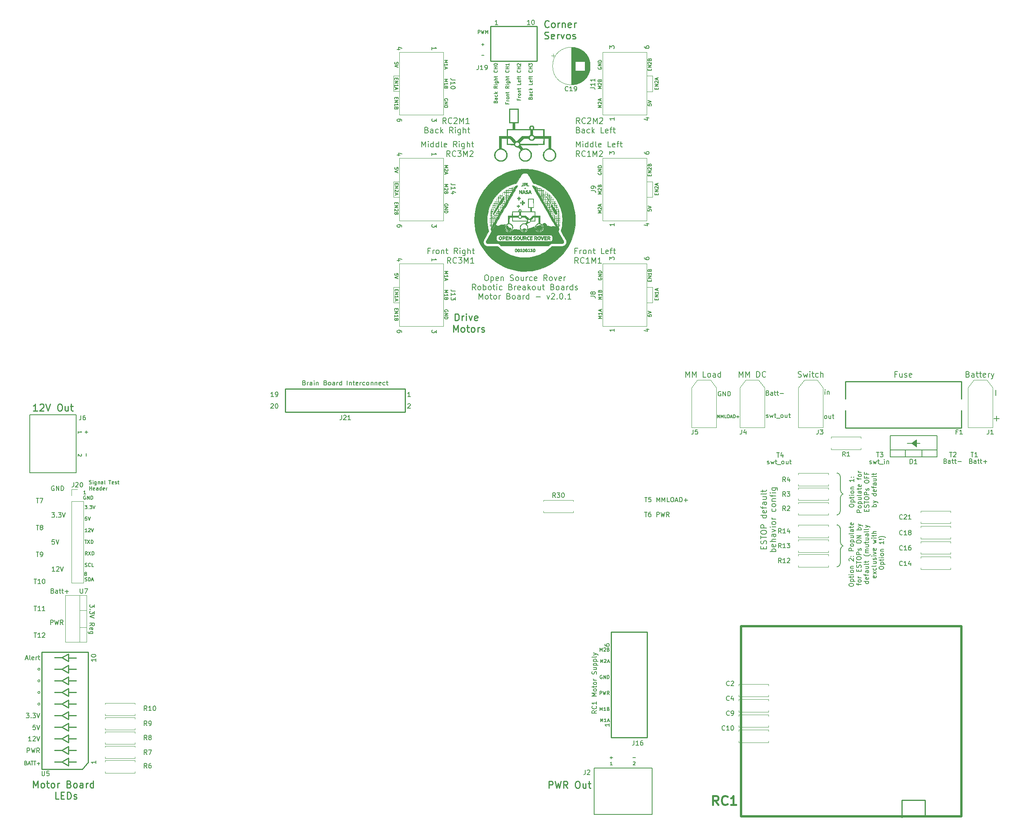
<source format=gto>
G04 #@! TF.GenerationSoftware,KiCad,Pcbnew,(5.1.10-1-10_14)*
G04 #@! TF.CreationDate,2023-03-19T13:19:43-07:00*
G04 #@! TF.ProjectId,Control_Boards,436f6e74-726f-46c5-9f42-6f617264732e,rev?*
G04 #@! TF.SameCoordinates,Original*
G04 #@! TF.FileFunction,Legend,Top*
G04 #@! TF.FilePolarity,Positive*
%FSLAX46Y46*%
G04 Gerber Fmt 4.6, Leading zero omitted, Abs format (unit mm)*
G04 Created by KiCad (PCBNEW (5.1.10-1-10_14)) date 2023-03-19 13:19:43*
%MOMM*%
%LPD*%
G01*
G04 APERTURE LIST*
%ADD10C,0.150000*%
%ADD11C,0.200000*%
%ADD12C,0.250000*%
%ADD13C,0.010000*%
%ADD14C,0.500000*%
%ADD15C,0.120000*%
%ADD16C,0.400000*%
G04 APERTURE END LIST*
D10*
X171818466Y-124023380D02*
X171818466Y-123023380D01*
X172199419Y-123023380D01*
X172294657Y-123071000D01*
X172342276Y-123118619D01*
X172389895Y-123213857D01*
X172389895Y-123356714D01*
X172342276Y-123451952D01*
X172294657Y-123499571D01*
X172199419Y-123547190D01*
X171818466Y-123547190D01*
X172723228Y-123023380D02*
X172961323Y-124023380D01*
X173151800Y-123309095D01*
X173342276Y-124023380D01*
X173580371Y-123023380D01*
X174532752Y-124023380D02*
X174199419Y-123547190D01*
X173961323Y-124023380D02*
X173961323Y-123023380D01*
X174342276Y-123023380D01*
X174437514Y-123071000D01*
X174485133Y-123118619D01*
X174532752Y-123213857D01*
X174532752Y-123356714D01*
X174485133Y-123451952D01*
X174437514Y-123499571D01*
X174342276Y-123547190D01*
X173961323Y-123547190D01*
X171828247Y-120784880D02*
X171828247Y-119784880D01*
X172161580Y-120499166D01*
X172494914Y-119784880D01*
X172494914Y-120784880D01*
X172971104Y-120784880D02*
X172971104Y-119784880D01*
X173304438Y-120499166D01*
X173637771Y-119784880D01*
X173637771Y-120784880D01*
X174590152Y-120784880D02*
X174113961Y-120784880D01*
X174113961Y-119784880D01*
X175113961Y-119784880D02*
X175304438Y-119784880D01*
X175399676Y-119832500D01*
X175494914Y-119927738D01*
X175542533Y-120118214D01*
X175542533Y-120451547D01*
X175494914Y-120642023D01*
X175399676Y-120737261D01*
X175304438Y-120784880D01*
X175113961Y-120784880D01*
X175018723Y-120737261D01*
X174923485Y-120642023D01*
X174875866Y-120451547D01*
X174875866Y-120118214D01*
X174923485Y-119927738D01*
X175018723Y-119832500D01*
X175113961Y-119784880D01*
X175923485Y-120499166D02*
X176399676Y-120499166D01*
X175828247Y-120784880D02*
X176161580Y-119784880D01*
X176494914Y-120784880D01*
X176828247Y-120784880D02*
X176828247Y-119784880D01*
X177066342Y-119784880D01*
X177209200Y-119832500D01*
X177304438Y-119927738D01*
X177352057Y-120022976D01*
X177399676Y-120213452D01*
X177399676Y-120356309D01*
X177352057Y-120546785D01*
X177304438Y-120642023D01*
X177209200Y-120737261D01*
X177066342Y-120784880D01*
X176828247Y-120784880D01*
X177828247Y-120403928D02*
X178590152Y-120403928D01*
X178209200Y-120784880D02*
X178209200Y-120022976D01*
X196007361Y-112444161D02*
X196102600Y-112491780D01*
X196293076Y-112491780D01*
X196388314Y-112444161D01*
X196435933Y-112348923D01*
X196435933Y-112301304D01*
X196388314Y-112206066D01*
X196293076Y-112158447D01*
X196150219Y-112158447D01*
X196054980Y-112110828D01*
X196007361Y-112015590D01*
X196007361Y-111967971D01*
X196054980Y-111872733D01*
X196150219Y-111825114D01*
X196293076Y-111825114D01*
X196388314Y-111872733D01*
X196769266Y-111825114D02*
X196959742Y-112491780D01*
X197150219Y-112015590D01*
X197340695Y-112491780D01*
X197531171Y-111825114D01*
X197769266Y-111825114D02*
X198150219Y-111825114D01*
X197912123Y-111491780D02*
X197912123Y-112348923D01*
X197959742Y-112444161D01*
X198054980Y-112491780D01*
X198150219Y-112491780D01*
X198245457Y-112587019D02*
X199007361Y-112587019D01*
X199388314Y-112491780D02*
X199293076Y-112444161D01*
X199245457Y-112396542D01*
X199197838Y-112301304D01*
X199197838Y-112015590D01*
X199245457Y-111920352D01*
X199293076Y-111872733D01*
X199388314Y-111825114D01*
X199531171Y-111825114D01*
X199626409Y-111872733D01*
X199674028Y-111920352D01*
X199721647Y-112015590D01*
X199721647Y-112301304D01*
X199674028Y-112396542D01*
X199626409Y-112444161D01*
X199531171Y-112491780D01*
X199388314Y-112491780D01*
X200578790Y-111825114D02*
X200578790Y-112491780D01*
X200150219Y-111825114D02*
X200150219Y-112348923D01*
X200197838Y-112444161D01*
X200293076Y-112491780D01*
X200435933Y-112491780D01*
X200531171Y-112444161D01*
X200578790Y-112396542D01*
X200912123Y-111825114D02*
X201293076Y-111825114D01*
X201054980Y-111491780D02*
X201054980Y-112348923D01*
X201102600Y-112444161D01*
X201197838Y-112491780D01*
X201293076Y-112491780D01*
X218452961Y-112393361D02*
X218548200Y-112440980D01*
X218738676Y-112440980D01*
X218833914Y-112393361D01*
X218881533Y-112298123D01*
X218881533Y-112250504D01*
X218833914Y-112155266D01*
X218738676Y-112107647D01*
X218595819Y-112107647D01*
X218500580Y-112060028D01*
X218452961Y-111964790D01*
X218452961Y-111917171D01*
X218500580Y-111821933D01*
X218595819Y-111774314D01*
X218738676Y-111774314D01*
X218833914Y-111821933D01*
X219214866Y-111774314D02*
X219405342Y-112440980D01*
X219595819Y-111964790D01*
X219786295Y-112440980D01*
X219976771Y-111774314D01*
X220214866Y-111774314D02*
X220595819Y-111774314D01*
X220357723Y-111440980D02*
X220357723Y-112298123D01*
X220405342Y-112393361D01*
X220500580Y-112440980D01*
X220595819Y-112440980D01*
X220691057Y-112536219D02*
X221452961Y-112536219D01*
X221691057Y-112440980D02*
X221691057Y-111774314D01*
X221691057Y-111440980D02*
X221643438Y-111488600D01*
X221691057Y-111536219D01*
X221738676Y-111488600D01*
X221691057Y-111440980D01*
X221691057Y-111536219D01*
X222167247Y-111774314D02*
X222167247Y-112440980D01*
X222167247Y-111869552D02*
X222214866Y-111821933D01*
X222310104Y-111774314D01*
X222452961Y-111774314D01*
X222548200Y-111821933D01*
X222595819Y-111917171D01*
X222595819Y-112440980D01*
X235029571Y-111840971D02*
X235172428Y-111888590D01*
X235220047Y-111936209D01*
X235267666Y-112031447D01*
X235267666Y-112174304D01*
X235220047Y-112269542D01*
X235172428Y-112317161D01*
X235077190Y-112364780D01*
X234696238Y-112364780D01*
X234696238Y-111364780D01*
X235029571Y-111364780D01*
X235124809Y-111412400D01*
X235172428Y-111460019D01*
X235220047Y-111555257D01*
X235220047Y-111650495D01*
X235172428Y-111745733D01*
X235124809Y-111793352D01*
X235029571Y-111840971D01*
X234696238Y-111840971D01*
X236124809Y-112364780D02*
X236124809Y-111840971D01*
X236077190Y-111745733D01*
X235981952Y-111698114D01*
X235791476Y-111698114D01*
X235696238Y-111745733D01*
X236124809Y-112317161D02*
X236029571Y-112364780D01*
X235791476Y-112364780D01*
X235696238Y-112317161D01*
X235648619Y-112221923D01*
X235648619Y-112126685D01*
X235696238Y-112031447D01*
X235791476Y-111983828D01*
X236029571Y-111983828D01*
X236124809Y-111936209D01*
X236458142Y-111698114D02*
X236839095Y-111698114D01*
X236601000Y-111364780D02*
X236601000Y-112221923D01*
X236648619Y-112317161D01*
X236743857Y-112364780D01*
X236839095Y-112364780D01*
X237029571Y-111698114D02*
X237410523Y-111698114D01*
X237172428Y-111364780D02*
X237172428Y-112221923D01*
X237220047Y-112317161D01*
X237315285Y-112364780D01*
X237410523Y-112364780D01*
X237743857Y-111983828D02*
X238505761Y-111983828D01*
X240668371Y-111840971D02*
X240811228Y-111888590D01*
X240858847Y-111936209D01*
X240906466Y-112031447D01*
X240906466Y-112174304D01*
X240858847Y-112269542D01*
X240811228Y-112317161D01*
X240715990Y-112364780D01*
X240335038Y-112364780D01*
X240335038Y-111364780D01*
X240668371Y-111364780D01*
X240763609Y-111412400D01*
X240811228Y-111460019D01*
X240858847Y-111555257D01*
X240858847Y-111650495D01*
X240811228Y-111745733D01*
X240763609Y-111793352D01*
X240668371Y-111840971D01*
X240335038Y-111840971D01*
X241763609Y-112364780D02*
X241763609Y-111840971D01*
X241715990Y-111745733D01*
X241620752Y-111698114D01*
X241430276Y-111698114D01*
X241335038Y-111745733D01*
X241763609Y-112317161D02*
X241668371Y-112364780D01*
X241430276Y-112364780D01*
X241335038Y-112317161D01*
X241287419Y-112221923D01*
X241287419Y-112126685D01*
X241335038Y-112031447D01*
X241430276Y-111983828D01*
X241668371Y-111983828D01*
X241763609Y-111936209D01*
X242096942Y-111698114D02*
X242477895Y-111698114D01*
X242239800Y-111364780D02*
X242239800Y-112221923D01*
X242287419Y-112317161D01*
X242382657Y-112364780D01*
X242477895Y-112364780D01*
X242668371Y-111698114D02*
X243049323Y-111698114D01*
X242811228Y-111364780D02*
X242811228Y-112221923D01*
X242858847Y-112317161D01*
X242954085Y-112364780D01*
X243049323Y-112364780D01*
X243382657Y-111983828D02*
X244144561Y-111983828D01*
X243763609Y-112364780D02*
X243763609Y-111602876D01*
X47544680Y-116819009D02*
X47658966Y-116857104D01*
X47849442Y-116857104D01*
X47925633Y-116819009D01*
X47963728Y-116780914D01*
X48001823Y-116704723D01*
X48001823Y-116628533D01*
X47963728Y-116552342D01*
X47925633Y-116514247D01*
X47849442Y-116476152D01*
X47697061Y-116438057D01*
X47620871Y-116399961D01*
X47582776Y-116361866D01*
X47544680Y-116285676D01*
X47544680Y-116209485D01*
X47582776Y-116133295D01*
X47620871Y-116095200D01*
X47697061Y-116057104D01*
X47887538Y-116057104D01*
X48001823Y-116095200D01*
X48344680Y-116857104D02*
X48344680Y-116323771D01*
X48344680Y-116057104D02*
X48306585Y-116095200D01*
X48344680Y-116133295D01*
X48382776Y-116095200D01*
X48344680Y-116057104D01*
X48344680Y-116133295D01*
X49068490Y-116323771D02*
X49068490Y-116971390D01*
X49030395Y-117047580D01*
X48992300Y-117085676D01*
X48916109Y-117123771D01*
X48801823Y-117123771D01*
X48725633Y-117085676D01*
X49068490Y-116819009D02*
X48992300Y-116857104D01*
X48839919Y-116857104D01*
X48763728Y-116819009D01*
X48725633Y-116780914D01*
X48687538Y-116704723D01*
X48687538Y-116476152D01*
X48725633Y-116399961D01*
X48763728Y-116361866D01*
X48839919Y-116323771D01*
X48992300Y-116323771D01*
X49068490Y-116361866D01*
X49449442Y-116323771D02*
X49449442Y-116857104D01*
X49449442Y-116399961D02*
X49487538Y-116361866D01*
X49563728Y-116323771D01*
X49678014Y-116323771D01*
X49754204Y-116361866D01*
X49792300Y-116438057D01*
X49792300Y-116857104D01*
X50516109Y-116857104D02*
X50516109Y-116438057D01*
X50478014Y-116361866D01*
X50401823Y-116323771D01*
X50249442Y-116323771D01*
X50173252Y-116361866D01*
X50516109Y-116819009D02*
X50439919Y-116857104D01*
X50249442Y-116857104D01*
X50173252Y-116819009D01*
X50135157Y-116742819D01*
X50135157Y-116666628D01*
X50173252Y-116590438D01*
X50249442Y-116552342D01*
X50439919Y-116552342D01*
X50516109Y-116514247D01*
X51011347Y-116857104D02*
X50935157Y-116819009D01*
X50897061Y-116742819D01*
X50897061Y-116057104D01*
X51811347Y-116057104D02*
X52268490Y-116057104D01*
X52039919Y-116857104D02*
X52039919Y-116057104D01*
X52839919Y-116819009D02*
X52763728Y-116857104D01*
X52611347Y-116857104D01*
X52535157Y-116819009D01*
X52497061Y-116742819D01*
X52497061Y-116438057D01*
X52535157Y-116361866D01*
X52611347Y-116323771D01*
X52763728Y-116323771D01*
X52839919Y-116361866D01*
X52878014Y-116438057D01*
X52878014Y-116514247D01*
X52497061Y-116590438D01*
X53182776Y-116819009D02*
X53258966Y-116857104D01*
X53411347Y-116857104D01*
X53487538Y-116819009D01*
X53525633Y-116742819D01*
X53525633Y-116704723D01*
X53487538Y-116628533D01*
X53411347Y-116590438D01*
X53297061Y-116590438D01*
X53220871Y-116552342D01*
X53182776Y-116476152D01*
X53182776Y-116438057D01*
X53220871Y-116361866D01*
X53297061Y-116323771D01*
X53411347Y-116323771D01*
X53487538Y-116361866D01*
X53754204Y-116323771D02*
X54058966Y-116323771D01*
X53868490Y-116057104D02*
X53868490Y-116742819D01*
X53906585Y-116819009D01*
X53982776Y-116857104D01*
X54058966Y-116857104D01*
X47582776Y-118207104D02*
X47582776Y-117407104D01*
X47582776Y-117788057D02*
X48039919Y-117788057D01*
X48039919Y-118207104D02*
X48039919Y-117407104D01*
X48725633Y-118169009D02*
X48649442Y-118207104D01*
X48497061Y-118207104D01*
X48420871Y-118169009D01*
X48382776Y-118092819D01*
X48382776Y-117788057D01*
X48420871Y-117711866D01*
X48497061Y-117673771D01*
X48649442Y-117673771D01*
X48725633Y-117711866D01*
X48763728Y-117788057D01*
X48763728Y-117864247D01*
X48382776Y-117940438D01*
X49449442Y-118207104D02*
X49449442Y-117788057D01*
X49411347Y-117711866D01*
X49335157Y-117673771D01*
X49182776Y-117673771D01*
X49106585Y-117711866D01*
X49449442Y-118169009D02*
X49373252Y-118207104D01*
X49182776Y-118207104D01*
X49106585Y-118169009D01*
X49068490Y-118092819D01*
X49068490Y-118016628D01*
X49106585Y-117940438D01*
X49182776Y-117902342D01*
X49373252Y-117902342D01*
X49449442Y-117864247D01*
X50173252Y-118207104D02*
X50173252Y-117407104D01*
X50173252Y-118169009D02*
X50097061Y-118207104D01*
X49944680Y-118207104D01*
X49868490Y-118169009D01*
X49830395Y-118130914D01*
X49792300Y-118054723D01*
X49792300Y-117826152D01*
X49830395Y-117749961D01*
X49868490Y-117711866D01*
X49944680Y-117673771D01*
X50097061Y-117673771D01*
X50173252Y-117711866D01*
X50858966Y-118169009D02*
X50782776Y-118207104D01*
X50630395Y-118207104D01*
X50554204Y-118169009D01*
X50516109Y-118092819D01*
X50516109Y-117788057D01*
X50554204Y-117711866D01*
X50630395Y-117673771D01*
X50782776Y-117673771D01*
X50858966Y-117711866D01*
X50897061Y-117788057D01*
X50897061Y-117864247D01*
X50516109Y-117940438D01*
X51239919Y-118207104D02*
X51239919Y-117673771D01*
X51239919Y-117826152D02*
X51278014Y-117749961D01*
X51316109Y-117711866D01*
X51392300Y-117673771D01*
X51468490Y-117673771D01*
X46885628Y-110204285D02*
X46885628Y-110775714D01*
X46885628Y-105200485D02*
X46885628Y-105771914D01*
X46599914Y-105486200D02*
X47171342Y-105486200D01*
X166592285Y-176812171D02*
X167163714Y-176812171D01*
X161588485Y-176812171D02*
X162159914Y-176812171D01*
X161874200Y-177097885D02*
X161874200Y-176526457D01*
X159512771Y-156015885D02*
X159512771Y-155265885D01*
X159762771Y-155801600D01*
X160012771Y-155265885D01*
X160012771Y-156015885D01*
X160334200Y-155337314D02*
X160369914Y-155301600D01*
X160441343Y-155265885D01*
X160619914Y-155265885D01*
X160691343Y-155301600D01*
X160727057Y-155337314D01*
X160762771Y-155408742D01*
X160762771Y-155480171D01*
X160727057Y-155587314D01*
X160298485Y-156015885D01*
X160762771Y-156015885D01*
X161048485Y-155801600D02*
X161405628Y-155801600D01*
X160977057Y-156015885D02*
X161227057Y-155265885D01*
X161477057Y-156015885D01*
X159405628Y-153501285D02*
X159405628Y-152751285D01*
X159655628Y-153287000D01*
X159905628Y-152751285D01*
X159905628Y-153501285D01*
X160227056Y-152822714D02*
X160262771Y-152787000D01*
X160334199Y-152751285D01*
X160512771Y-152751285D01*
X160584199Y-152787000D01*
X160619913Y-152822714D01*
X160655628Y-152894142D01*
X160655628Y-152965571D01*
X160619913Y-153072714D01*
X160191342Y-153501285D01*
X160655628Y-153501285D01*
X161227056Y-153108428D02*
X161334199Y-153144142D01*
X161369913Y-153179857D01*
X161405628Y-153251285D01*
X161405628Y-153358428D01*
X161369913Y-153429857D01*
X161334199Y-153465571D01*
X161262771Y-153501285D01*
X160977056Y-153501285D01*
X160977056Y-152751285D01*
X161227056Y-152751285D01*
X161298485Y-152787000D01*
X161334199Y-152822714D01*
X161369913Y-152894142D01*
X161369913Y-152965571D01*
X161334199Y-153037000D01*
X161298485Y-153072714D01*
X161227056Y-153108428D01*
X160977056Y-153108428D01*
X159512771Y-168969885D02*
X159512771Y-168219885D01*
X159762771Y-168755600D01*
X160012771Y-168219885D01*
X160012771Y-168969885D01*
X160762771Y-168969885D02*
X160334200Y-168969885D01*
X160548485Y-168969885D02*
X160548485Y-168219885D01*
X160477057Y-168327028D01*
X160405628Y-168398457D01*
X160334200Y-168434171D01*
X161048485Y-168755600D02*
X161405628Y-168755600D01*
X160977057Y-168969885D02*
X161227057Y-168219885D01*
X161477057Y-168969885D01*
X159405628Y-166506085D02*
X159405628Y-165756085D01*
X159655628Y-166291800D01*
X159905628Y-165756085D01*
X159905628Y-166506085D01*
X160655628Y-166506085D02*
X160227056Y-166506085D01*
X160441342Y-166506085D02*
X160441342Y-165756085D01*
X160369913Y-165863228D01*
X160298485Y-165934657D01*
X160227056Y-165970371D01*
X161227056Y-166113228D02*
X161334199Y-166148942D01*
X161369913Y-166184657D01*
X161405628Y-166256085D01*
X161405628Y-166363228D01*
X161369913Y-166434657D01*
X161334199Y-166470371D01*
X161262771Y-166506085D01*
X160977056Y-166506085D01*
X160977056Y-165756085D01*
X161227056Y-165756085D01*
X161298485Y-165791800D01*
X161334199Y-165827514D01*
X161369913Y-165898942D01*
X161369913Y-165970371D01*
X161334199Y-166041800D01*
X161298485Y-166077514D01*
X161227056Y-166113228D01*
X160977056Y-166113228D01*
X159369914Y-163026285D02*
X159369914Y-162276285D01*
X159655628Y-162276285D01*
X159727056Y-162312000D01*
X159762771Y-162347714D01*
X159798485Y-162419142D01*
X159798485Y-162526285D01*
X159762771Y-162597714D01*
X159727056Y-162633428D01*
X159655628Y-162669142D01*
X159369914Y-162669142D01*
X160048485Y-162276285D02*
X160227056Y-163026285D01*
X160369914Y-162490571D01*
X160512771Y-163026285D01*
X160691342Y-162276285D01*
X161405628Y-163026285D02*
X161155628Y-162669142D01*
X160977056Y-163026285D02*
X160977056Y-162276285D01*
X161262771Y-162276285D01*
X161334199Y-162312000D01*
X161369914Y-162347714D01*
X161405628Y-162419142D01*
X161405628Y-162526285D01*
X161369914Y-162597714D01*
X161334199Y-162633428D01*
X161262771Y-162669142D01*
X160977056Y-162669142D01*
X159834200Y-158806800D02*
X159762771Y-158771085D01*
X159655629Y-158771085D01*
X159548486Y-158806800D01*
X159477057Y-158878228D01*
X159441343Y-158949657D01*
X159405629Y-159092514D01*
X159405629Y-159199657D01*
X159441343Y-159342514D01*
X159477057Y-159413942D01*
X159548486Y-159485371D01*
X159655629Y-159521085D01*
X159727057Y-159521085D01*
X159834200Y-159485371D01*
X159869914Y-159449657D01*
X159869914Y-159199657D01*
X159727057Y-159199657D01*
X160191343Y-159521085D02*
X160191343Y-158771085D01*
X160619914Y-159521085D01*
X160619914Y-158771085D01*
X160977057Y-159521085D02*
X160977057Y-158771085D01*
X161155629Y-158771085D01*
X161262771Y-158806800D01*
X161334200Y-158878228D01*
X161369914Y-158949657D01*
X161405629Y-159092514D01*
X161405629Y-159199657D01*
X161369914Y-159342514D01*
X161334200Y-159413942D01*
X161262771Y-159485371D01*
X161155629Y-159521085D01*
X160977057Y-159521085D01*
D11*
X122119847Y-65776814D02*
X121703180Y-65776814D01*
X121703180Y-66431576D02*
X121703180Y-65181576D01*
X122298419Y-65181576D01*
X122774609Y-66431576D02*
X122774609Y-65598242D01*
X122774609Y-65836338D02*
X122834133Y-65717290D01*
X122893657Y-65657766D01*
X123012704Y-65598242D01*
X123131752Y-65598242D01*
X123726990Y-66431576D02*
X123607942Y-66372052D01*
X123548419Y-66312528D01*
X123488895Y-66193480D01*
X123488895Y-65836338D01*
X123548419Y-65717290D01*
X123607942Y-65657766D01*
X123726990Y-65598242D01*
X123905561Y-65598242D01*
X124024609Y-65657766D01*
X124084133Y-65717290D01*
X124143657Y-65836338D01*
X124143657Y-66193480D01*
X124084133Y-66312528D01*
X124024609Y-66372052D01*
X123905561Y-66431576D01*
X123726990Y-66431576D01*
X124679371Y-65598242D02*
X124679371Y-66431576D01*
X124679371Y-65717290D02*
X124738895Y-65657766D01*
X124857942Y-65598242D01*
X125036514Y-65598242D01*
X125155561Y-65657766D01*
X125215085Y-65776814D01*
X125215085Y-66431576D01*
X125631752Y-65598242D02*
X126107942Y-65598242D01*
X125810323Y-65181576D02*
X125810323Y-66253004D01*
X125869847Y-66372052D01*
X125988895Y-66431576D01*
X126107942Y-66431576D01*
X128191276Y-66431576D02*
X127774609Y-65836338D01*
X127476990Y-66431576D02*
X127476990Y-65181576D01*
X127953180Y-65181576D01*
X128072228Y-65241100D01*
X128131752Y-65300623D01*
X128191276Y-65419671D01*
X128191276Y-65598242D01*
X128131752Y-65717290D01*
X128072228Y-65776814D01*
X127953180Y-65836338D01*
X127476990Y-65836338D01*
X128726990Y-66431576D02*
X128726990Y-65598242D01*
X128726990Y-65181576D02*
X128667466Y-65241100D01*
X128726990Y-65300623D01*
X128786514Y-65241100D01*
X128726990Y-65181576D01*
X128726990Y-65300623D01*
X129857942Y-65598242D02*
X129857942Y-66610147D01*
X129798419Y-66729195D01*
X129738895Y-66788719D01*
X129619847Y-66848242D01*
X129441276Y-66848242D01*
X129322228Y-66788719D01*
X129857942Y-66372052D02*
X129738895Y-66431576D01*
X129500800Y-66431576D01*
X129381752Y-66372052D01*
X129322228Y-66312528D01*
X129262704Y-66193480D01*
X129262704Y-65836338D01*
X129322228Y-65717290D01*
X129381752Y-65657766D01*
X129500800Y-65598242D01*
X129738895Y-65598242D01*
X129857942Y-65657766D01*
X130453180Y-66431576D02*
X130453180Y-65181576D01*
X130988895Y-66431576D02*
X130988895Y-65776814D01*
X130929371Y-65657766D01*
X130810323Y-65598242D01*
X130631752Y-65598242D01*
X130512704Y-65657766D01*
X130453180Y-65717290D01*
X131405561Y-65598242D02*
X131881752Y-65598242D01*
X131584133Y-65181576D02*
X131584133Y-66253004D01*
X131643657Y-66372052D01*
X131762704Y-66431576D01*
X131881752Y-66431576D01*
X126703180Y-68506576D02*
X126286514Y-67911338D01*
X125988895Y-68506576D02*
X125988895Y-67256576D01*
X126465085Y-67256576D01*
X126584133Y-67316100D01*
X126643657Y-67375623D01*
X126703180Y-67494671D01*
X126703180Y-67673242D01*
X126643657Y-67792290D01*
X126584133Y-67851814D01*
X126465085Y-67911338D01*
X125988895Y-67911338D01*
X127953180Y-68387528D02*
X127893657Y-68447052D01*
X127715085Y-68506576D01*
X127596038Y-68506576D01*
X127417466Y-68447052D01*
X127298419Y-68328004D01*
X127238895Y-68208957D01*
X127179371Y-67970861D01*
X127179371Y-67792290D01*
X127238895Y-67554195D01*
X127298419Y-67435147D01*
X127417466Y-67316100D01*
X127596038Y-67256576D01*
X127715085Y-67256576D01*
X127893657Y-67316100D01*
X127953180Y-67375623D01*
X128369847Y-67256576D02*
X129143657Y-67256576D01*
X128726990Y-67732766D01*
X128905561Y-67732766D01*
X129024609Y-67792290D01*
X129084133Y-67851814D01*
X129143657Y-67970861D01*
X129143657Y-68268480D01*
X129084133Y-68387528D01*
X129024609Y-68447052D01*
X128905561Y-68506576D01*
X128548419Y-68506576D01*
X128429371Y-68447052D01*
X128369847Y-68387528D01*
X129679371Y-68506576D02*
X129679371Y-67256576D01*
X130096038Y-68149433D01*
X130512704Y-67256576D01*
X130512704Y-68506576D01*
X131762704Y-68506576D02*
X131048419Y-68506576D01*
X131405561Y-68506576D02*
X131405561Y-67256576D01*
X131286514Y-67435147D01*
X131167466Y-67554195D01*
X131048419Y-67613719D01*
D10*
X125339914Y-74476100D02*
X126089914Y-74476100D01*
X125554200Y-74726100D01*
X126089914Y-74976100D01*
X125339914Y-74976100D01*
X125339914Y-75726100D02*
X125339914Y-75297528D01*
X125339914Y-75511814D02*
X126089914Y-75511814D01*
X125982771Y-75440385D01*
X125911342Y-75368957D01*
X125875628Y-75297528D01*
X125732771Y-76297528D02*
X125697057Y-76404671D01*
X125661342Y-76440385D01*
X125589914Y-76476100D01*
X125482771Y-76476100D01*
X125411342Y-76440385D01*
X125375628Y-76404671D01*
X125339914Y-76333243D01*
X125339914Y-76047528D01*
X126089914Y-76047528D01*
X126089914Y-76297528D01*
X126054200Y-76368957D01*
X126018485Y-76404671D01*
X125947057Y-76440385D01*
X125875628Y-76440385D01*
X125804200Y-76404671D01*
X125768485Y-76368957D01*
X125732771Y-76297528D01*
X125732771Y-76047528D01*
X114836171Y-78444885D02*
X114836171Y-78694885D01*
X114443314Y-78802028D02*
X114443314Y-78444885D01*
X115193314Y-78444885D01*
X115193314Y-78802028D01*
X114443314Y-79123457D02*
X115193314Y-79123457D01*
X114443314Y-79552028D01*
X115193314Y-79552028D01*
X114443314Y-80302028D02*
X114443314Y-79873457D01*
X114443314Y-80087742D02*
X115193314Y-80087742D01*
X115086171Y-80016314D01*
X115014742Y-79944885D01*
X114979028Y-79873457D01*
X114836171Y-80873457D02*
X114800457Y-80980600D01*
X114764742Y-81016314D01*
X114693314Y-81052028D01*
X114586171Y-81052028D01*
X114514742Y-81016314D01*
X114479028Y-80980600D01*
X114443314Y-80909171D01*
X114443314Y-80623457D01*
X115193314Y-80623457D01*
X115193314Y-80873457D01*
X115157600Y-80944885D01*
X115121885Y-80980600D01*
X115050457Y-81016314D01*
X114979028Y-81016314D01*
X114907600Y-80980600D01*
X114871885Y-80944885D01*
X114836171Y-80873457D01*
X114836171Y-80623457D01*
X115193314Y-71129542D02*
X115193314Y-70772400D01*
X114836171Y-70736685D01*
X114871885Y-70772400D01*
X114907600Y-70843828D01*
X114907600Y-71022400D01*
X114871885Y-71093828D01*
X114836171Y-71129542D01*
X114764742Y-71165257D01*
X114586171Y-71165257D01*
X114514742Y-71129542D01*
X114479028Y-71093828D01*
X114443314Y-71022400D01*
X114443314Y-70843828D01*
X114479028Y-70772400D01*
X114514742Y-70736685D01*
X115193314Y-71379542D02*
X114443314Y-71629542D01*
X115193314Y-71879542D01*
X125339914Y-70318428D02*
X126089914Y-70318428D01*
X125554200Y-70568428D01*
X126089914Y-70818428D01*
X125339914Y-70818428D01*
X125339914Y-71568428D02*
X125339914Y-71139857D01*
X125339914Y-71354142D02*
X126089914Y-71354142D01*
X125982771Y-71282714D01*
X125911342Y-71211285D01*
X125875628Y-71139857D01*
X125554200Y-71854142D02*
X125554200Y-72211285D01*
X125339914Y-71782714D02*
X126089914Y-72032714D01*
X125339914Y-72282714D01*
X114861571Y-74231257D02*
X114861571Y-74481257D01*
X114468714Y-74588400D02*
X114468714Y-74231257D01*
X115218714Y-74231257D01*
X115218714Y-74588400D01*
X114468714Y-74909828D02*
X115218714Y-74909828D01*
X114468714Y-75338400D01*
X115218714Y-75338400D01*
X114468714Y-76088400D02*
X114468714Y-75659828D01*
X114468714Y-75874114D02*
X115218714Y-75874114D01*
X115111571Y-75802685D01*
X115040142Y-75731257D01*
X115004428Y-75659828D01*
X114683000Y-76374114D02*
X114683000Y-76731257D01*
X114468714Y-76302685D02*
X115218714Y-76552685D01*
X114468714Y-76802685D01*
X126054200Y-79133771D02*
X126089914Y-79062342D01*
X126089914Y-78955200D01*
X126054200Y-78848057D01*
X125982771Y-78776628D01*
X125911342Y-78740914D01*
X125768485Y-78705200D01*
X125661342Y-78705200D01*
X125518485Y-78740914D01*
X125447057Y-78776628D01*
X125375628Y-78848057D01*
X125339914Y-78955200D01*
X125339914Y-79026628D01*
X125375628Y-79133771D01*
X125411342Y-79169485D01*
X125661342Y-79169485D01*
X125661342Y-79026628D01*
X125339914Y-79490914D02*
X126089914Y-79490914D01*
X125339914Y-79919485D01*
X126089914Y-79919485D01*
X125339914Y-80276628D02*
X126089914Y-80276628D01*
X126089914Y-80455200D01*
X126054200Y-80562342D01*
X125982771Y-80633771D01*
X125911342Y-80669485D01*
X125768485Y-80705200D01*
X125661342Y-80705200D01*
X125518485Y-80669485D01*
X125447057Y-80633771D01*
X125375628Y-80562342D01*
X125339914Y-80455200D01*
X125339914Y-80276628D01*
D11*
X120360304Y-43063576D02*
X120360304Y-41813576D01*
X120776971Y-42706433D01*
X121193638Y-41813576D01*
X121193638Y-43063576D01*
X121788876Y-43063576D02*
X121788876Y-42230242D01*
X121788876Y-41813576D02*
X121729352Y-41873100D01*
X121788876Y-41932623D01*
X121848400Y-41873100D01*
X121788876Y-41813576D01*
X121788876Y-41932623D01*
X122919828Y-43063576D02*
X122919828Y-41813576D01*
X122919828Y-43004052D02*
X122800780Y-43063576D01*
X122562685Y-43063576D01*
X122443638Y-43004052D01*
X122384114Y-42944528D01*
X122324590Y-42825480D01*
X122324590Y-42468338D01*
X122384114Y-42349290D01*
X122443638Y-42289766D01*
X122562685Y-42230242D01*
X122800780Y-42230242D01*
X122919828Y-42289766D01*
X124050780Y-43063576D02*
X124050780Y-41813576D01*
X124050780Y-43004052D02*
X123931733Y-43063576D01*
X123693638Y-43063576D01*
X123574590Y-43004052D01*
X123515066Y-42944528D01*
X123455542Y-42825480D01*
X123455542Y-42468338D01*
X123515066Y-42349290D01*
X123574590Y-42289766D01*
X123693638Y-42230242D01*
X123931733Y-42230242D01*
X124050780Y-42289766D01*
X124824590Y-43063576D02*
X124705542Y-43004052D01*
X124646019Y-42885004D01*
X124646019Y-41813576D01*
X125776971Y-43004052D02*
X125657923Y-43063576D01*
X125419828Y-43063576D01*
X125300780Y-43004052D01*
X125241257Y-42885004D01*
X125241257Y-42408814D01*
X125300780Y-42289766D01*
X125419828Y-42230242D01*
X125657923Y-42230242D01*
X125776971Y-42289766D01*
X125836495Y-42408814D01*
X125836495Y-42527861D01*
X125241257Y-42646909D01*
X128038876Y-43063576D02*
X127622209Y-42468338D01*
X127324590Y-43063576D02*
X127324590Y-41813576D01*
X127800780Y-41813576D01*
X127919828Y-41873100D01*
X127979352Y-41932623D01*
X128038876Y-42051671D01*
X128038876Y-42230242D01*
X127979352Y-42349290D01*
X127919828Y-42408814D01*
X127800780Y-42468338D01*
X127324590Y-42468338D01*
X128574590Y-43063576D02*
X128574590Y-42230242D01*
X128574590Y-41813576D02*
X128515066Y-41873100D01*
X128574590Y-41932623D01*
X128634114Y-41873100D01*
X128574590Y-41813576D01*
X128574590Y-41932623D01*
X129705542Y-42230242D02*
X129705542Y-43242147D01*
X129646019Y-43361195D01*
X129586495Y-43420719D01*
X129467447Y-43480242D01*
X129288876Y-43480242D01*
X129169828Y-43420719D01*
X129705542Y-43004052D02*
X129586495Y-43063576D01*
X129348400Y-43063576D01*
X129229352Y-43004052D01*
X129169828Y-42944528D01*
X129110304Y-42825480D01*
X129110304Y-42468338D01*
X129169828Y-42349290D01*
X129229352Y-42289766D01*
X129348400Y-42230242D01*
X129586495Y-42230242D01*
X129705542Y-42289766D01*
X130300780Y-43063576D02*
X130300780Y-41813576D01*
X130836495Y-43063576D02*
X130836495Y-42408814D01*
X130776971Y-42289766D01*
X130657923Y-42230242D01*
X130479352Y-42230242D01*
X130360304Y-42289766D01*
X130300780Y-42349290D01*
X131253161Y-42230242D02*
X131729352Y-42230242D01*
X131431733Y-41813576D02*
X131431733Y-42885004D01*
X131491257Y-43004052D01*
X131610304Y-43063576D01*
X131729352Y-43063576D01*
X126550780Y-45138576D02*
X126134114Y-44543338D01*
X125836495Y-45138576D02*
X125836495Y-43888576D01*
X126312685Y-43888576D01*
X126431733Y-43948100D01*
X126491257Y-44007623D01*
X126550780Y-44126671D01*
X126550780Y-44305242D01*
X126491257Y-44424290D01*
X126431733Y-44483814D01*
X126312685Y-44543338D01*
X125836495Y-44543338D01*
X127800780Y-45019528D02*
X127741257Y-45079052D01*
X127562685Y-45138576D01*
X127443638Y-45138576D01*
X127265066Y-45079052D01*
X127146019Y-44960004D01*
X127086495Y-44840957D01*
X127026971Y-44602861D01*
X127026971Y-44424290D01*
X127086495Y-44186195D01*
X127146019Y-44067147D01*
X127265066Y-43948100D01*
X127443638Y-43888576D01*
X127562685Y-43888576D01*
X127741257Y-43948100D01*
X127800780Y-44007623D01*
X128217447Y-43888576D02*
X128991257Y-43888576D01*
X128574590Y-44364766D01*
X128753161Y-44364766D01*
X128872209Y-44424290D01*
X128931733Y-44483814D01*
X128991257Y-44602861D01*
X128991257Y-44900480D01*
X128931733Y-45019528D01*
X128872209Y-45079052D01*
X128753161Y-45138576D01*
X128396019Y-45138576D01*
X128276971Y-45079052D01*
X128217447Y-45019528D01*
X129526971Y-45138576D02*
X129526971Y-43888576D01*
X129943638Y-44781433D01*
X130360304Y-43888576D01*
X130360304Y-45138576D01*
X130896019Y-44007623D02*
X130955542Y-43948100D01*
X131074590Y-43888576D01*
X131372209Y-43888576D01*
X131491257Y-43948100D01*
X131550780Y-44007623D01*
X131610304Y-44126671D01*
X131610304Y-44245719D01*
X131550780Y-44424290D01*
X130836495Y-45138576D01*
X131610304Y-45138576D01*
D10*
X125339914Y-51260500D02*
X126089914Y-51260500D01*
X125554200Y-51510500D01*
X126089914Y-51760500D01*
X125339914Y-51760500D01*
X126018485Y-52081928D02*
X126054200Y-52117643D01*
X126089914Y-52189071D01*
X126089914Y-52367643D01*
X126054200Y-52439071D01*
X126018485Y-52474785D01*
X125947057Y-52510500D01*
X125875628Y-52510500D01*
X125768485Y-52474785D01*
X125339914Y-52046214D01*
X125339914Y-52510500D01*
X125732771Y-53081928D02*
X125697057Y-53189071D01*
X125661342Y-53224785D01*
X125589914Y-53260500D01*
X125482771Y-53260500D01*
X125411342Y-53224785D01*
X125375628Y-53189071D01*
X125339914Y-53117643D01*
X125339914Y-52831928D01*
X126089914Y-52831928D01*
X126089914Y-53081928D01*
X126054200Y-53153357D01*
X126018485Y-53189071D01*
X125947057Y-53224785D01*
X125875628Y-53224785D01*
X125804200Y-53189071D01*
X125768485Y-53153357D01*
X125732771Y-53081928D01*
X125732771Y-52831928D01*
X114836171Y-55229285D02*
X114836171Y-55479285D01*
X114443314Y-55586428D02*
X114443314Y-55229285D01*
X115193314Y-55229285D01*
X115193314Y-55586428D01*
X114443314Y-55907857D02*
X115193314Y-55907857D01*
X114443314Y-56336428D01*
X115193314Y-56336428D01*
X115121885Y-56657857D02*
X115157600Y-56693571D01*
X115193314Y-56765000D01*
X115193314Y-56943571D01*
X115157600Y-57015000D01*
X115121885Y-57050714D01*
X115050457Y-57086428D01*
X114979028Y-57086428D01*
X114871885Y-57050714D01*
X114443314Y-56622142D01*
X114443314Y-57086428D01*
X114836171Y-57657857D02*
X114800457Y-57765000D01*
X114764742Y-57800714D01*
X114693314Y-57836428D01*
X114586171Y-57836428D01*
X114514742Y-57800714D01*
X114479028Y-57765000D01*
X114443314Y-57693571D01*
X114443314Y-57407857D01*
X115193314Y-57407857D01*
X115193314Y-57657857D01*
X115157600Y-57729285D01*
X115121885Y-57765000D01*
X115050457Y-57800714D01*
X114979028Y-57800714D01*
X114907600Y-57765000D01*
X114871885Y-57729285D01*
X114836171Y-57657857D01*
X114836171Y-57407857D01*
X115193314Y-47913942D02*
X115193314Y-47556800D01*
X114836171Y-47521085D01*
X114871885Y-47556800D01*
X114907600Y-47628228D01*
X114907600Y-47806800D01*
X114871885Y-47878228D01*
X114836171Y-47913942D01*
X114764742Y-47949657D01*
X114586171Y-47949657D01*
X114514742Y-47913942D01*
X114479028Y-47878228D01*
X114443314Y-47806800D01*
X114443314Y-47628228D01*
X114479028Y-47556800D01*
X114514742Y-47521085D01*
X115193314Y-48163942D02*
X114443314Y-48413942D01*
X115193314Y-48663942D01*
X125339914Y-47102828D02*
X126089914Y-47102828D01*
X125554200Y-47352828D01*
X126089914Y-47602828D01*
X125339914Y-47602828D01*
X126018485Y-47924257D02*
X126054200Y-47959971D01*
X126089914Y-48031400D01*
X126089914Y-48209971D01*
X126054200Y-48281400D01*
X126018485Y-48317114D01*
X125947057Y-48352828D01*
X125875628Y-48352828D01*
X125768485Y-48317114D01*
X125339914Y-47888542D01*
X125339914Y-48352828D01*
X125554200Y-48638542D02*
X125554200Y-48995685D01*
X125339914Y-48567114D02*
X126089914Y-48817114D01*
X125339914Y-49067114D01*
X114861571Y-51015657D02*
X114861571Y-51265657D01*
X114468714Y-51372800D02*
X114468714Y-51015657D01*
X115218714Y-51015657D01*
X115218714Y-51372800D01*
X114468714Y-51694228D02*
X115218714Y-51694228D01*
X114468714Y-52122800D01*
X115218714Y-52122800D01*
X115147285Y-52444228D02*
X115183000Y-52479942D01*
X115218714Y-52551371D01*
X115218714Y-52729942D01*
X115183000Y-52801371D01*
X115147285Y-52837085D01*
X115075857Y-52872800D01*
X115004428Y-52872800D01*
X114897285Y-52837085D01*
X114468714Y-52408514D01*
X114468714Y-52872800D01*
X114683000Y-53158514D02*
X114683000Y-53515657D01*
X114468714Y-53087085D02*
X115218714Y-53337085D01*
X114468714Y-53587085D01*
X126054200Y-55918171D02*
X126089914Y-55846742D01*
X126089914Y-55739600D01*
X126054200Y-55632457D01*
X125982771Y-55561028D01*
X125911342Y-55525314D01*
X125768485Y-55489600D01*
X125661342Y-55489600D01*
X125518485Y-55525314D01*
X125447057Y-55561028D01*
X125375628Y-55632457D01*
X125339914Y-55739600D01*
X125339914Y-55811028D01*
X125375628Y-55918171D01*
X125411342Y-55953885D01*
X125661342Y-55953885D01*
X125661342Y-55811028D01*
X125339914Y-56275314D02*
X126089914Y-56275314D01*
X125339914Y-56703885D01*
X126089914Y-56703885D01*
X125339914Y-57061028D02*
X126089914Y-57061028D01*
X126089914Y-57239600D01*
X126054200Y-57346742D01*
X125982771Y-57418171D01*
X125911342Y-57453885D01*
X125768485Y-57489600D01*
X125661342Y-57489600D01*
X125518485Y-57453885D01*
X125447057Y-57418171D01*
X125375628Y-57346742D01*
X125339914Y-57239600D01*
X125339914Y-57061028D01*
D11*
X154336485Y-65776814D02*
X153919819Y-65776814D01*
X153919819Y-66431576D02*
X153919819Y-65181576D01*
X154515057Y-65181576D01*
X154991247Y-66431576D02*
X154991247Y-65598242D01*
X154991247Y-65836338D02*
X155050771Y-65717290D01*
X155110295Y-65657766D01*
X155229342Y-65598242D01*
X155348390Y-65598242D01*
X155943628Y-66431576D02*
X155824580Y-66372052D01*
X155765057Y-66312528D01*
X155705533Y-66193480D01*
X155705533Y-65836338D01*
X155765057Y-65717290D01*
X155824580Y-65657766D01*
X155943628Y-65598242D01*
X156122200Y-65598242D01*
X156241247Y-65657766D01*
X156300771Y-65717290D01*
X156360295Y-65836338D01*
X156360295Y-66193480D01*
X156300771Y-66312528D01*
X156241247Y-66372052D01*
X156122200Y-66431576D01*
X155943628Y-66431576D01*
X156896009Y-65598242D02*
X156896009Y-66431576D01*
X156896009Y-65717290D02*
X156955533Y-65657766D01*
X157074580Y-65598242D01*
X157253152Y-65598242D01*
X157372200Y-65657766D01*
X157431723Y-65776814D01*
X157431723Y-66431576D01*
X157848390Y-65598242D02*
X158324580Y-65598242D01*
X158026961Y-65181576D02*
X158026961Y-66253004D01*
X158086485Y-66372052D01*
X158205533Y-66431576D01*
X158324580Y-66431576D01*
X160288866Y-66431576D02*
X159693628Y-66431576D01*
X159693628Y-65181576D01*
X161181723Y-66372052D02*
X161062676Y-66431576D01*
X160824580Y-66431576D01*
X160705533Y-66372052D01*
X160646009Y-66253004D01*
X160646009Y-65776814D01*
X160705533Y-65657766D01*
X160824580Y-65598242D01*
X161062676Y-65598242D01*
X161181723Y-65657766D01*
X161241247Y-65776814D01*
X161241247Y-65895861D01*
X160646009Y-66014909D01*
X161598390Y-65598242D02*
X162074580Y-65598242D01*
X161776961Y-66431576D02*
X161776961Y-65360147D01*
X161836485Y-65241100D01*
X161955533Y-65181576D01*
X162074580Y-65181576D01*
X162312676Y-65598242D02*
X162788866Y-65598242D01*
X162491247Y-65181576D02*
X162491247Y-66253004D01*
X162550771Y-66372052D01*
X162669819Y-66431576D01*
X162788866Y-66431576D01*
X154634104Y-68506576D02*
X154217438Y-67911338D01*
X153919819Y-68506576D02*
X153919819Y-67256576D01*
X154396009Y-67256576D01*
X154515057Y-67316100D01*
X154574580Y-67375623D01*
X154634104Y-67494671D01*
X154634104Y-67673242D01*
X154574580Y-67792290D01*
X154515057Y-67851814D01*
X154396009Y-67911338D01*
X153919819Y-67911338D01*
X155884104Y-68387528D02*
X155824580Y-68447052D01*
X155646009Y-68506576D01*
X155526961Y-68506576D01*
X155348390Y-68447052D01*
X155229342Y-68328004D01*
X155169819Y-68208957D01*
X155110295Y-67970861D01*
X155110295Y-67792290D01*
X155169819Y-67554195D01*
X155229342Y-67435147D01*
X155348390Y-67316100D01*
X155526961Y-67256576D01*
X155646009Y-67256576D01*
X155824580Y-67316100D01*
X155884104Y-67375623D01*
X157074580Y-68506576D02*
X156360295Y-68506576D01*
X156717438Y-68506576D02*
X156717438Y-67256576D01*
X156598390Y-67435147D01*
X156479342Y-67554195D01*
X156360295Y-67613719D01*
X157610295Y-68506576D02*
X157610295Y-67256576D01*
X158026961Y-68149433D01*
X158443628Y-67256576D01*
X158443628Y-68506576D01*
X159693628Y-68506576D02*
X158979342Y-68506576D01*
X159336485Y-68506576D02*
X159336485Y-67256576D01*
X159217438Y-67435147D01*
X159098390Y-67554195D01*
X158979342Y-67613719D01*
D10*
X159775085Y-80582971D02*
X159025085Y-80582971D01*
X159560800Y-80332971D01*
X159025085Y-80082971D01*
X159775085Y-80082971D01*
X159775085Y-79332971D02*
X159775085Y-79761542D01*
X159775085Y-79547257D02*
X159025085Y-79547257D01*
X159132228Y-79618685D01*
X159203657Y-79690114D01*
X159239371Y-79761542D01*
X159560800Y-79047257D02*
X159560800Y-78690114D01*
X159775085Y-79118685D02*
X159025085Y-78868685D01*
X159775085Y-78618685D01*
X159775085Y-76425299D02*
X159025085Y-76425299D01*
X159560800Y-76175299D01*
X159025085Y-75925299D01*
X159775085Y-75925299D01*
X159775085Y-75175299D02*
X159775085Y-75603871D01*
X159775085Y-75389585D02*
X159025085Y-75389585D01*
X159132228Y-75461014D01*
X159203657Y-75532442D01*
X159239371Y-75603871D01*
X159382228Y-74603871D02*
X159417942Y-74496728D01*
X159453657Y-74461014D01*
X159525085Y-74425299D01*
X159632228Y-74425299D01*
X159703657Y-74461014D01*
X159739371Y-74496728D01*
X159775085Y-74568157D01*
X159775085Y-74853871D01*
X159025085Y-74853871D01*
X159025085Y-74603871D01*
X159060800Y-74532442D01*
X159096514Y-74496728D01*
X159167942Y-74461014D01*
X159239371Y-74461014D01*
X159310800Y-74496728D01*
X159346514Y-74532442D01*
X159382228Y-74603871D01*
X159382228Y-74853871D01*
X170278828Y-72456514D02*
X170278828Y-72206514D01*
X170671685Y-72099371D02*
X170671685Y-72456514D01*
X169921685Y-72456514D01*
X169921685Y-72099371D01*
X170671685Y-71777942D02*
X169921685Y-71777942D01*
X170671685Y-71349371D01*
X169921685Y-71349371D01*
X170671685Y-70599371D02*
X170671685Y-71027942D01*
X170671685Y-70813657D02*
X169921685Y-70813657D01*
X170028828Y-70885085D01*
X170100257Y-70956514D01*
X170135971Y-71027942D01*
X170278828Y-70027942D02*
X170314542Y-69920800D01*
X170350257Y-69885085D01*
X170421685Y-69849371D01*
X170528828Y-69849371D01*
X170600257Y-69885085D01*
X170635971Y-69920800D01*
X170671685Y-69992228D01*
X170671685Y-70277942D01*
X169921685Y-70277942D01*
X169921685Y-70027942D01*
X169957400Y-69956514D01*
X169993114Y-69920800D01*
X170064542Y-69885085D01*
X170135971Y-69885085D01*
X170207400Y-69920800D01*
X170243114Y-69956514D01*
X170278828Y-70027942D01*
X170278828Y-70277942D01*
X169921685Y-79771857D02*
X169921685Y-80129000D01*
X170278828Y-80164714D01*
X170243114Y-80129000D01*
X170207400Y-80057571D01*
X170207400Y-79879000D01*
X170243114Y-79807571D01*
X170278828Y-79771857D01*
X170350257Y-79736142D01*
X170528828Y-79736142D01*
X170600257Y-79771857D01*
X170635971Y-79807571D01*
X170671685Y-79879000D01*
X170671685Y-80057571D01*
X170635971Y-80129000D01*
X170600257Y-80164714D01*
X169921685Y-79521857D02*
X170671685Y-79271857D01*
X169921685Y-79021857D01*
X159060800Y-71767628D02*
X159025085Y-71839057D01*
X159025085Y-71946200D01*
X159060800Y-72053342D01*
X159132228Y-72124771D01*
X159203657Y-72160485D01*
X159346514Y-72196200D01*
X159453657Y-72196200D01*
X159596514Y-72160485D01*
X159667942Y-72124771D01*
X159739371Y-72053342D01*
X159775085Y-71946200D01*
X159775085Y-71874771D01*
X159739371Y-71767628D01*
X159703657Y-71731914D01*
X159453657Y-71731914D01*
X159453657Y-71874771D01*
X159775085Y-71410485D02*
X159025085Y-71410485D01*
X159775085Y-70981914D01*
X159025085Y-70981914D01*
X159775085Y-70624771D02*
X159025085Y-70624771D01*
X159025085Y-70446200D01*
X159060800Y-70339057D01*
X159132228Y-70267628D01*
X159203657Y-70231914D01*
X159346514Y-70196200D01*
X159453657Y-70196200D01*
X159596514Y-70231914D01*
X159667942Y-70267628D01*
X159739371Y-70339057D01*
X159775085Y-70446200D01*
X159775085Y-70624771D01*
X171777428Y-76593942D02*
X171777428Y-76343942D01*
X172170285Y-76236800D02*
X172170285Y-76593942D01*
X171420285Y-76593942D01*
X171420285Y-76236800D01*
X172170285Y-75915371D02*
X171420285Y-75915371D01*
X172170285Y-75486800D01*
X171420285Y-75486800D01*
X172170285Y-74736800D02*
X172170285Y-75165371D01*
X172170285Y-74951085D02*
X171420285Y-74951085D01*
X171527428Y-75022514D01*
X171598857Y-75093942D01*
X171634571Y-75165371D01*
X171956000Y-74451085D02*
X171956000Y-74093942D01*
X172170285Y-74522514D02*
X171420285Y-74272514D01*
X172170285Y-74022514D01*
D11*
X154199219Y-43063576D02*
X154199219Y-41813576D01*
X154615885Y-42706433D01*
X155032552Y-41813576D01*
X155032552Y-43063576D01*
X155627790Y-43063576D02*
X155627790Y-42230242D01*
X155627790Y-41813576D02*
X155568266Y-41873100D01*
X155627790Y-41932623D01*
X155687314Y-41873100D01*
X155627790Y-41813576D01*
X155627790Y-41932623D01*
X156758742Y-43063576D02*
X156758742Y-41813576D01*
X156758742Y-43004052D02*
X156639695Y-43063576D01*
X156401600Y-43063576D01*
X156282552Y-43004052D01*
X156223028Y-42944528D01*
X156163504Y-42825480D01*
X156163504Y-42468338D01*
X156223028Y-42349290D01*
X156282552Y-42289766D01*
X156401600Y-42230242D01*
X156639695Y-42230242D01*
X156758742Y-42289766D01*
X157889695Y-43063576D02*
X157889695Y-41813576D01*
X157889695Y-43004052D02*
X157770647Y-43063576D01*
X157532552Y-43063576D01*
X157413504Y-43004052D01*
X157353980Y-42944528D01*
X157294457Y-42825480D01*
X157294457Y-42468338D01*
X157353980Y-42349290D01*
X157413504Y-42289766D01*
X157532552Y-42230242D01*
X157770647Y-42230242D01*
X157889695Y-42289766D01*
X158663504Y-43063576D02*
X158544457Y-43004052D01*
X158484933Y-42885004D01*
X158484933Y-41813576D01*
X159615885Y-43004052D02*
X159496838Y-43063576D01*
X159258742Y-43063576D01*
X159139695Y-43004052D01*
X159080171Y-42885004D01*
X159080171Y-42408814D01*
X159139695Y-42289766D01*
X159258742Y-42230242D01*
X159496838Y-42230242D01*
X159615885Y-42289766D01*
X159675409Y-42408814D01*
X159675409Y-42527861D01*
X159080171Y-42646909D01*
X161758742Y-43063576D02*
X161163504Y-43063576D01*
X161163504Y-41813576D01*
X162651600Y-43004052D02*
X162532552Y-43063576D01*
X162294457Y-43063576D01*
X162175409Y-43004052D01*
X162115885Y-42885004D01*
X162115885Y-42408814D01*
X162175409Y-42289766D01*
X162294457Y-42230242D01*
X162532552Y-42230242D01*
X162651600Y-42289766D01*
X162711123Y-42408814D01*
X162711123Y-42527861D01*
X162115885Y-42646909D01*
X163068266Y-42230242D02*
X163544457Y-42230242D01*
X163246838Y-43063576D02*
X163246838Y-41992147D01*
X163306361Y-41873100D01*
X163425409Y-41813576D01*
X163544457Y-41813576D01*
X163782552Y-42230242D02*
X164258742Y-42230242D01*
X163961123Y-41813576D02*
X163961123Y-42885004D01*
X164020647Y-43004052D01*
X164139695Y-43063576D01*
X164258742Y-43063576D01*
X154913504Y-45138576D02*
X154496838Y-44543338D01*
X154199219Y-45138576D02*
X154199219Y-43888576D01*
X154675409Y-43888576D01*
X154794457Y-43948100D01*
X154853980Y-44007623D01*
X154913504Y-44126671D01*
X154913504Y-44305242D01*
X154853980Y-44424290D01*
X154794457Y-44483814D01*
X154675409Y-44543338D01*
X154199219Y-44543338D01*
X156163504Y-45019528D02*
X156103980Y-45079052D01*
X155925409Y-45138576D01*
X155806361Y-45138576D01*
X155627790Y-45079052D01*
X155508742Y-44960004D01*
X155449219Y-44840957D01*
X155389695Y-44602861D01*
X155389695Y-44424290D01*
X155449219Y-44186195D01*
X155508742Y-44067147D01*
X155627790Y-43948100D01*
X155806361Y-43888576D01*
X155925409Y-43888576D01*
X156103980Y-43948100D01*
X156163504Y-44007623D01*
X157353980Y-45138576D02*
X156639695Y-45138576D01*
X156996838Y-45138576D02*
X156996838Y-43888576D01*
X156877790Y-44067147D01*
X156758742Y-44186195D01*
X156639695Y-44245719D01*
X157889695Y-45138576D02*
X157889695Y-43888576D01*
X158306361Y-44781433D01*
X158723028Y-43888576D01*
X158723028Y-45138576D01*
X159258742Y-44007623D02*
X159318266Y-43948100D01*
X159437314Y-43888576D01*
X159734933Y-43888576D01*
X159853980Y-43948100D01*
X159913504Y-44007623D01*
X159973028Y-44126671D01*
X159973028Y-44245719D01*
X159913504Y-44424290D01*
X159199219Y-45138576D01*
X159973028Y-45138576D01*
D10*
X159749685Y-53362099D02*
X158999685Y-53362099D01*
X159535400Y-53112099D01*
X158999685Y-52862099D01*
X159749685Y-52862099D01*
X159071114Y-52540671D02*
X159035400Y-52504957D01*
X158999685Y-52433528D01*
X158999685Y-52254957D01*
X159035400Y-52183528D01*
X159071114Y-52147814D01*
X159142542Y-52112099D01*
X159213971Y-52112099D01*
X159321114Y-52147814D01*
X159749685Y-52576385D01*
X159749685Y-52112099D01*
X159356828Y-51540671D02*
X159392542Y-51433528D01*
X159428257Y-51397814D01*
X159499685Y-51362099D01*
X159606828Y-51362099D01*
X159678257Y-51397814D01*
X159713971Y-51433528D01*
X159749685Y-51504957D01*
X159749685Y-51790671D01*
X158999685Y-51790671D01*
X158999685Y-51540671D01*
X159035400Y-51469242D01*
X159071114Y-51433528D01*
X159142542Y-51397814D01*
X159213971Y-51397814D01*
X159285400Y-51433528D01*
X159321114Y-51469242D01*
X159356828Y-51540671D01*
X159356828Y-51790671D01*
X159035400Y-48704428D02*
X158999685Y-48775857D01*
X158999685Y-48883000D01*
X159035400Y-48990142D01*
X159106828Y-49061571D01*
X159178257Y-49097285D01*
X159321114Y-49133000D01*
X159428257Y-49133000D01*
X159571114Y-49097285D01*
X159642542Y-49061571D01*
X159713971Y-48990142D01*
X159749685Y-48883000D01*
X159749685Y-48811571D01*
X159713971Y-48704428D01*
X159678257Y-48668714D01*
X159428257Y-48668714D01*
X159428257Y-48811571D01*
X159749685Y-48347285D02*
X158999685Y-48347285D01*
X159749685Y-47918714D01*
X158999685Y-47918714D01*
X159749685Y-47561571D02*
X158999685Y-47561571D01*
X158999685Y-47383000D01*
X159035400Y-47275857D01*
X159106828Y-47204428D01*
X159178257Y-47168714D01*
X159321114Y-47133000D01*
X159428257Y-47133000D01*
X159571114Y-47168714D01*
X159642542Y-47204428D01*
X159713971Y-47275857D01*
X159749685Y-47383000D01*
X159749685Y-47561571D01*
X170253428Y-49393314D02*
X170253428Y-49143314D01*
X170646285Y-49036171D02*
X170646285Y-49393314D01*
X169896285Y-49393314D01*
X169896285Y-49036171D01*
X170646285Y-48714742D02*
X169896285Y-48714742D01*
X170646285Y-48286171D01*
X169896285Y-48286171D01*
X169967714Y-47964742D02*
X169932000Y-47929028D01*
X169896285Y-47857600D01*
X169896285Y-47679028D01*
X169932000Y-47607600D01*
X169967714Y-47571885D01*
X170039142Y-47536171D01*
X170110571Y-47536171D01*
X170217714Y-47571885D01*
X170646285Y-48000457D01*
X170646285Y-47536171D01*
X170253428Y-46964742D02*
X170289142Y-46857600D01*
X170324857Y-46821885D01*
X170396285Y-46786171D01*
X170503428Y-46786171D01*
X170574857Y-46821885D01*
X170610571Y-46857600D01*
X170646285Y-46929028D01*
X170646285Y-47214742D01*
X169896285Y-47214742D01*
X169896285Y-46964742D01*
X169932000Y-46893314D01*
X169967714Y-46857600D01*
X170039142Y-46821885D01*
X170110571Y-46821885D01*
X170182000Y-46857600D01*
X170217714Y-46893314D01*
X170253428Y-46964742D01*
X170253428Y-47214742D01*
X171752028Y-53530742D02*
X171752028Y-53280742D01*
X172144885Y-53173600D02*
X172144885Y-53530742D01*
X171394885Y-53530742D01*
X171394885Y-53173600D01*
X172144885Y-52852171D02*
X171394885Y-52852171D01*
X172144885Y-52423600D01*
X171394885Y-52423600D01*
X171466314Y-52102171D02*
X171430600Y-52066457D01*
X171394885Y-51995028D01*
X171394885Y-51816457D01*
X171430600Y-51745028D01*
X171466314Y-51709314D01*
X171537742Y-51673600D01*
X171609171Y-51673600D01*
X171716314Y-51709314D01*
X172144885Y-52137885D01*
X172144885Y-51673600D01*
X171930600Y-51387885D02*
X171930600Y-51030742D01*
X172144885Y-51459314D02*
X171394885Y-51209314D01*
X172144885Y-50959314D01*
X169896285Y-56708657D02*
X169896285Y-57065800D01*
X170253428Y-57101514D01*
X170217714Y-57065800D01*
X170182000Y-56994371D01*
X170182000Y-56815800D01*
X170217714Y-56744371D01*
X170253428Y-56708657D01*
X170324857Y-56672942D01*
X170503428Y-56672942D01*
X170574857Y-56708657D01*
X170610571Y-56744371D01*
X170646285Y-56815800D01*
X170646285Y-56994371D01*
X170610571Y-57065800D01*
X170574857Y-57101514D01*
X169896285Y-56458657D02*
X170646285Y-56208657D01*
X169896285Y-55958657D01*
X159749685Y-57519771D02*
X158999685Y-57519771D01*
X159535400Y-57269771D01*
X158999685Y-57019771D01*
X159749685Y-57019771D01*
X159071114Y-56698342D02*
X159035400Y-56662628D01*
X158999685Y-56591200D01*
X158999685Y-56412628D01*
X159035400Y-56341200D01*
X159071114Y-56305485D01*
X159142542Y-56269771D01*
X159213971Y-56269771D01*
X159321114Y-56305485D01*
X159749685Y-56734057D01*
X159749685Y-56269771D01*
X159535400Y-55984057D02*
X159535400Y-55626914D01*
X159749685Y-56055485D02*
X158999685Y-55805485D01*
X159749685Y-55555485D01*
D11*
X125687180Y-37907376D02*
X125270514Y-37312138D01*
X124972895Y-37907376D02*
X124972895Y-36657376D01*
X125449085Y-36657376D01*
X125568133Y-36716900D01*
X125627657Y-36776423D01*
X125687180Y-36895471D01*
X125687180Y-37074042D01*
X125627657Y-37193090D01*
X125568133Y-37252614D01*
X125449085Y-37312138D01*
X124972895Y-37312138D01*
X126937180Y-37788328D02*
X126877657Y-37847852D01*
X126699085Y-37907376D01*
X126580038Y-37907376D01*
X126401466Y-37847852D01*
X126282419Y-37728804D01*
X126222895Y-37609757D01*
X126163371Y-37371661D01*
X126163371Y-37193090D01*
X126222895Y-36954995D01*
X126282419Y-36835947D01*
X126401466Y-36716900D01*
X126580038Y-36657376D01*
X126699085Y-36657376D01*
X126877657Y-36716900D01*
X126937180Y-36776423D01*
X127413371Y-36776423D02*
X127472895Y-36716900D01*
X127591942Y-36657376D01*
X127889561Y-36657376D01*
X128008609Y-36716900D01*
X128068133Y-36776423D01*
X128127657Y-36895471D01*
X128127657Y-37014519D01*
X128068133Y-37193090D01*
X127353847Y-37907376D01*
X128127657Y-37907376D01*
X128663371Y-37907376D02*
X128663371Y-36657376D01*
X129080038Y-37550233D01*
X129496704Y-36657376D01*
X129496704Y-37907376D01*
X130746704Y-37907376D02*
X130032419Y-37907376D01*
X130389561Y-37907376D02*
X130389561Y-36657376D01*
X130270514Y-36835947D01*
X130151466Y-36954995D01*
X130032419Y-37014519D01*
X121460990Y-39327614D02*
X121639561Y-39387138D01*
X121699085Y-39446661D01*
X121758609Y-39565709D01*
X121758609Y-39744280D01*
X121699085Y-39863328D01*
X121639561Y-39922852D01*
X121520514Y-39982376D01*
X121044323Y-39982376D01*
X121044323Y-38732376D01*
X121460990Y-38732376D01*
X121580038Y-38791900D01*
X121639561Y-38851423D01*
X121699085Y-38970471D01*
X121699085Y-39089519D01*
X121639561Y-39208566D01*
X121580038Y-39268090D01*
X121460990Y-39327614D01*
X121044323Y-39327614D01*
X122830038Y-39982376D02*
X122830038Y-39327614D01*
X122770514Y-39208566D01*
X122651466Y-39149042D01*
X122413371Y-39149042D01*
X122294323Y-39208566D01*
X122830038Y-39922852D02*
X122710990Y-39982376D01*
X122413371Y-39982376D01*
X122294323Y-39922852D01*
X122234800Y-39803804D01*
X122234800Y-39684757D01*
X122294323Y-39565709D01*
X122413371Y-39506185D01*
X122710990Y-39506185D01*
X122830038Y-39446661D01*
X123960990Y-39922852D02*
X123841942Y-39982376D01*
X123603847Y-39982376D01*
X123484800Y-39922852D01*
X123425276Y-39863328D01*
X123365752Y-39744280D01*
X123365752Y-39387138D01*
X123425276Y-39268090D01*
X123484800Y-39208566D01*
X123603847Y-39149042D01*
X123841942Y-39149042D01*
X123960990Y-39208566D01*
X124496704Y-39982376D02*
X124496704Y-38732376D01*
X124615752Y-39506185D02*
X124972895Y-39982376D01*
X124972895Y-39149042D02*
X124496704Y-39625233D01*
X127175276Y-39982376D02*
X126758609Y-39387138D01*
X126460990Y-39982376D02*
X126460990Y-38732376D01*
X126937180Y-38732376D01*
X127056228Y-38791900D01*
X127115752Y-38851423D01*
X127175276Y-38970471D01*
X127175276Y-39149042D01*
X127115752Y-39268090D01*
X127056228Y-39327614D01*
X126937180Y-39387138D01*
X126460990Y-39387138D01*
X127710990Y-39982376D02*
X127710990Y-39149042D01*
X127710990Y-38732376D02*
X127651466Y-38791900D01*
X127710990Y-38851423D01*
X127770514Y-38791900D01*
X127710990Y-38732376D01*
X127710990Y-38851423D01*
X128841942Y-39149042D02*
X128841942Y-40160947D01*
X128782419Y-40279995D01*
X128722895Y-40339519D01*
X128603847Y-40399042D01*
X128425276Y-40399042D01*
X128306228Y-40339519D01*
X128841942Y-39922852D02*
X128722895Y-39982376D01*
X128484800Y-39982376D01*
X128365752Y-39922852D01*
X128306228Y-39863328D01*
X128246704Y-39744280D01*
X128246704Y-39387138D01*
X128306228Y-39268090D01*
X128365752Y-39208566D01*
X128484800Y-39149042D01*
X128722895Y-39149042D01*
X128841942Y-39208566D01*
X129437180Y-39982376D02*
X129437180Y-38732376D01*
X129972895Y-39982376D02*
X129972895Y-39327614D01*
X129913371Y-39208566D01*
X129794323Y-39149042D01*
X129615752Y-39149042D01*
X129496704Y-39208566D01*
X129437180Y-39268090D01*
X130389561Y-39149042D02*
X130865752Y-39149042D01*
X130568133Y-38732376D02*
X130568133Y-39803804D01*
X130627657Y-39922852D01*
X130746704Y-39982376D01*
X130865752Y-39982376D01*
D10*
X125314514Y-28197300D02*
X126064514Y-28197300D01*
X125528800Y-28447300D01*
X126064514Y-28697300D01*
X125314514Y-28697300D01*
X125314514Y-29447300D02*
X125314514Y-29018728D01*
X125314514Y-29233014D02*
X126064514Y-29233014D01*
X125957371Y-29161585D01*
X125885942Y-29090157D01*
X125850228Y-29018728D01*
X125707371Y-30018728D02*
X125671657Y-30125871D01*
X125635942Y-30161585D01*
X125564514Y-30197300D01*
X125457371Y-30197300D01*
X125385942Y-30161585D01*
X125350228Y-30125871D01*
X125314514Y-30054443D01*
X125314514Y-29768728D01*
X126064514Y-29768728D01*
X126064514Y-30018728D01*
X126028800Y-30090157D01*
X125993085Y-30125871D01*
X125921657Y-30161585D01*
X125850228Y-30161585D01*
X125778800Y-30125871D01*
X125743085Y-30090157D01*
X125707371Y-30018728D01*
X125707371Y-29768728D01*
X126028800Y-32854971D02*
X126064514Y-32783542D01*
X126064514Y-32676400D01*
X126028800Y-32569257D01*
X125957371Y-32497828D01*
X125885942Y-32462114D01*
X125743085Y-32426400D01*
X125635942Y-32426400D01*
X125493085Y-32462114D01*
X125421657Y-32497828D01*
X125350228Y-32569257D01*
X125314514Y-32676400D01*
X125314514Y-32747828D01*
X125350228Y-32854971D01*
X125385942Y-32890685D01*
X125635942Y-32890685D01*
X125635942Y-32747828D01*
X125314514Y-33212114D02*
X126064514Y-33212114D01*
X125314514Y-33640685D01*
X126064514Y-33640685D01*
X125314514Y-33997828D02*
X126064514Y-33997828D01*
X126064514Y-34176400D01*
X126028800Y-34283542D01*
X125957371Y-34354971D01*
X125885942Y-34390685D01*
X125743085Y-34426400D01*
X125635942Y-34426400D01*
X125493085Y-34390685D01*
X125421657Y-34354971D01*
X125350228Y-34283542D01*
X125314514Y-34176400D01*
X125314514Y-33997828D01*
X114810771Y-32166085D02*
X114810771Y-32416085D01*
X114417914Y-32523228D02*
X114417914Y-32166085D01*
X115167914Y-32166085D01*
X115167914Y-32523228D01*
X114417914Y-32844657D02*
X115167914Y-32844657D01*
X114417914Y-33273228D01*
X115167914Y-33273228D01*
X114417914Y-34023228D02*
X114417914Y-33594657D01*
X114417914Y-33808942D02*
X115167914Y-33808942D01*
X115060771Y-33737514D01*
X114989342Y-33666085D01*
X114953628Y-33594657D01*
X114810771Y-34594657D02*
X114775057Y-34701800D01*
X114739342Y-34737514D01*
X114667914Y-34773228D01*
X114560771Y-34773228D01*
X114489342Y-34737514D01*
X114453628Y-34701800D01*
X114417914Y-34630371D01*
X114417914Y-34344657D01*
X115167914Y-34344657D01*
X115167914Y-34594657D01*
X115132200Y-34666085D01*
X115096485Y-34701800D01*
X115025057Y-34737514D01*
X114953628Y-34737514D01*
X114882200Y-34701800D01*
X114846485Y-34666085D01*
X114810771Y-34594657D01*
X114810771Y-34344657D01*
X114836171Y-27952457D02*
X114836171Y-28202457D01*
X114443314Y-28309600D02*
X114443314Y-27952457D01*
X115193314Y-27952457D01*
X115193314Y-28309600D01*
X114443314Y-28631028D02*
X115193314Y-28631028D01*
X114443314Y-29059600D01*
X115193314Y-29059600D01*
X114443314Y-29809600D02*
X114443314Y-29381028D01*
X114443314Y-29595314D02*
X115193314Y-29595314D01*
X115086171Y-29523885D01*
X115014742Y-29452457D01*
X114979028Y-29381028D01*
X114657600Y-30095314D02*
X114657600Y-30452457D01*
X114443314Y-30023885D02*
X115193314Y-30273885D01*
X114443314Y-30523885D01*
X115167914Y-24850742D02*
X115167914Y-24493600D01*
X114810771Y-24457885D01*
X114846485Y-24493600D01*
X114882200Y-24565028D01*
X114882200Y-24743600D01*
X114846485Y-24815028D01*
X114810771Y-24850742D01*
X114739342Y-24886457D01*
X114560771Y-24886457D01*
X114489342Y-24850742D01*
X114453628Y-24815028D01*
X114417914Y-24743600D01*
X114417914Y-24565028D01*
X114453628Y-24493600D01*
X114489342Y-24457885D01*
X115167914Y-25100742D02*
X114417914Y-25350742D01*
X115167914Y-25600742D01*
X125314514Y-24039628D02*
X126064514Y-24039628D01*
X125528800Y-24289628D01*
X126064514Y-24539628D01*
X125314514Y-24539628D01*
X125314514Y-25289628D02*
X125314514Y-24861057D01*
X125314514Y-25075342D02*
X126064514Y-25075342D01*
X125957371Y-25003914D01*
X125885942Y-24932485D01*
X125850228Y-24861057D01*
X125528800Y-25575342D02*
X125528800Y-25932485D01*
X125314514Y-25503914D02*
X126064514Y-25753914D01*
X125314514Y-26003914D01*
X171752028Y-30442142D02*
X171752028Y-30192142D01*
X172144885Y-30085000D02*
X172144885Y-30442142D01*
X171394885Y-30442142D01*
X171394885Y-30085000D01*
X172144885Y-29763571D02*
X171394885Y-29763571D01*
X172144885Y-29335000D01*
X171394885Y-29335000D01*
X171466314Y-29013571D02*
X171430600Y-28977857D01*
X171394885Y-28906428D01*
X171394885Y-28727857D01*
X171430600Y-28656428D01*
X171466314Y-28620714D01*
X171537742Y-28585000D01*
X171609171Y-28585000D01*
X171716314Y-28620714D01*
X172144885Y-29049285D01*
X172144885Y-28585000D01*
X171930600Y-28299285D02*
X171930600Y-27942142D01*
X172144885Y-28370714D02*
X171394885Y-28120714D01*
X172144885Y-27870714D01*
X170253428Y-26304714D02*
X170253428Y-26054714D01*
X170646285Y-25947571D02*
X170646285Y-26304714D01*
X169896285Y-26304714D01*
X169896285Y-25947571D01*
X170646285Y-25626142D02*
X169896285Y-25626142D01*
X170646285Y-25197571D01*
X169896285Y-25197571D01*
X169967714Y-24876142D02*
X169932000Y-24840428D01*
X169896285Y-24769000D01*
X169896285Y-24590428D01*
X169932000Y-24519000D01*
X169967714Y-24483285D01*
X170039142Y-24447571D01*
X170110571Y-24447571D01*
X170217714Y-24483285D01*
X170646285Y-24911857D01*
X170646285Y-24447571D01*
X170253428Y-23876142D02*
X170289142Y-23769000D01*
X170324857Y-23733285D01*
X170396285Y-23697571D01*
X170503428Y-23697571D01*
X170574857Y-23733285D01*
X170610571Y-23769000D01*
X170646285Y-23840428D01*
X170646285Y-24126142D01*
X169896285Y-24126142D01*
X169896285Y-23876142D01*
X169932000Y-23804714D01*
X169967714Y-23769000D01*
X170039142Y-23733285D01*
X170110571Y-23733285D01*
X170182000Y-23769000D01*
X170217714Y-23804714D01*
X170253428Y-23876142D01*
X170253428Y-24126142D01*
X169896285Y-33620057D02*
X169896285Y-33977200D01*
X170253428Y-34012914D01*
X170217714Y-33977200D01*
X170182000Y-33905771D01*
X170182000Y-33727200D01*
X170217714Y-33655771D01*
X170253428Y-33620057D01*
X170324857Y-33584342D01*
X170503428Y-33584342D01*
X170574857Y-33620057D01*
X170610571Y-33655771D01*
X170646285Y-33727200D01*
X170646285Y-33905771D01*
X170610571Y-33977200D01*
X170574857Y-34012914D01*
X169896285Y-33370057D02*
X170646285Y-33120057D01*
X169896285Y-32870057D01*
X159749685Y-34431171D02*
X158999685Y-34431171D01*
X159535400Y-34181171D01*
X158999685Y-33931171D01*
X159749685Y-33931171D01*
X159071114Y-33609742D02*
X159035400Y-33574028D01*
X158999685Y-33502600D01*
X158999685Y-33324028D01*
X159035400Y-33252600D01*
X159071114Y-33216885D01*
X159142542Y-33181171D01*
X159213971Y-33181171D01*
X159321114Y-33216885D01*
X159749685Y-33645457D01*
X159749685Y-33181171D01*
X159535400Y-32895457D02*
X159535400Y-32538314D01*
X159749685Y-32966885D02*
X158999685Y-32716885D01*
X159749685Y-32466885D01*
X159749685Y-30273499D02*
X158999685Y-30273499D01*
X159535400Y-30023499D01*
X158999685Y-29773499D01*
X159749685Y-29773499D01*
X159071114Y-29452071D02*
X159035400Y-29416357D01*
X158999685Y-29344928D01*
X158999685Y-29166357D01*
X159035400Y-29094928D01*
X159071114Y-29059214D01*
X159142542Y-29023499D01*
X159213971Y-29023499D01*
X159321114Y-29059214D01*
X159749685Y-29487785D01*
X159749685Y-29023499D01*
X159356828Y-28452071D02*
X159392542Y-28344928D01*
X159428257Y-28309214D01*
X159499685Y-28273499D01*
X159606828Y-28273499D01*
X159678257Y-28309214D01*
X159713971Y-28344928D01*
X159749685Y-28416357D01*
X159749685Y-28702071D01*
X158999685Y-28702071D01*
X158999685Y-28452071D01*
X159035400Y-28380642D01*
X159071114Y-28344928D01*
X159142542Y-28309214D01*
X159213971Y-28309214D01*
X159285400Y-28344928D01*
X159321114Y-28380642D01*
X159356828Y-28452071D01*
X159356828Y-28702071D01*
X159035400Y-25615828D02*
X158999685Y-25687257D01*
X158999685Y-25794400D01*
X159035400Y-25901542D01*
X159106828Y-25972971D01*
X159178257Y-26008685D01*
X159321114Y-26044400D01*
X159428257Y-26044400D01*
X159571114Y-26008685D01*
X159642542Y-25972971D01*
X159713971Y-25901542D01*
X159749685Y-25794400D01*
X159749685Y-25722971D01*
X159713971Y-25615828D01*
X159678257Y-25580114D01*
X159428257Y-25580114D01*
X159428257Y-25722971D01*
X159749685Y-25258685D02*
X158999685Y-25258685D01*
X159749685Y-24830114D01*
X158999685Y-24830114D01*
X159749685Y-24472971D02*
X158999685Y-24472971D01*
X158999685Y-24294400D01*
X159035400Y-24187257D01*
X159106828Y-24115828D01*
X159178257Y-24080114D01*
X159321114Y-24044400D01*
X159428257Y-24044400D01*
X159571114Y-24080114D01*
X159642542Y-24115828D01*
X159713971Y-24187257D01*
X159749685Y-24294400D01*
X159749685Y-24472971D01*
X134425844Y-71077476D02*
X134663939Y-71077476D01*
X134782987Y-71137000D01*
X134902034Y-71256047D01*
X134961558Y-71494142D01*
X134961558Y-71910809D01*
X134902034Y-72148904D01*
X134782987Y-72267952D01*
X134663939Y-72327476D01*
X134425844Y-72327476D01*
X134306796Y-72267952D01*
X134187749Y-72148904D01*
X134128225Y-71910809D01*
X134128225Y-71494142D01*
X134187749Y-71256047D01*
X134306796Y-71137000D01*
X134425844Y-71077476D01*
X135497272Y-71494142D02*
X135497272Y-72744142D01*
X135497272Y-71553666D02*
X135616320Y-71494142D01*
X135854415Y-71494142D01*
X135973463Y-71553666D01*
X136032987Y-71613190D01*
X136092510Y-71732238D01*
X136092510Y-72089380D01*
X136032987Y-72208428D01*
X135973463Y-72267952D01*
X135854415Y-72327476D01*
X135616320Y-72327476D01*
X135497272Y-72267952D01*
X137104415Y-72267952D02*
X136985368Y-72327476D01*
X136747272Y-72327476D01*
X136628225Y-72267952D01*
X136568701Y-72148904D01*
X136568701Y-71672714D01*
X136628225Y-71553666D01*
X136747272Y-71494142D01*
X136985368Y-71494142D01*
X137104415Y-71553666D01*
X137163939Y-71672714D01*
X137163939Y-71791761D01*
X136568701Y-71910809D01*
X137699653Y-71494142D02*
X137699653Y-72327476D01*
X137699653Y-71613190D02*
X137759177Y-71553666D01*
X137878225Y-71494142D01*
X138056796Y-71494142D01*
X138175844Y-71553666D01*
X138235368Y-71672714D01*
X138235368Y-72327476D01*
X139723463Y-72267952D02*
X139902034Y-72327476D01*
X140199653Y-72327476D01*
X140318701Y-72267952D01*
X140378225Y-72208428D01*
X140437749Y-72089380D01*
X140437749Y-71970333D01*
X140378225Y-71851285D01*
X140318701Y-71791761D01*
X140199653Y-71732238D01*
X139961558Y-71672714D01*
X139842510Y-71613190D01*
X139782987Y-71553666D01*
X139723463Y-71434619D01*
X139723463Y-71315571D01*
X139782987Y-71196523D01*
X139842510Y-71137000D01*
X139961558Y-71077476D01*
X140259177Y-71077476D01*
X140437749Y-71137000D01*
X141152034Y-72327476D02*
X141032987Y-72267952D01*
X140973463Y-72208428D01*
X140913939Y-72089380D01*
X140913939Y-71732238D01*
X140973463Y-71613190D01*
X141032987Y-71553666D01*
X141152034Y-71494142D01*
X141330606Y-71494142D01*
X141449653Y-71553666D01*
X141509177Y-71613190D01*
X141568701Y-71732238D01*
X141568701Y-72089380D01*
X141509177Y-72208428D01*
X141449653Y-72267952D01*
X141330606Y-72327476D01*
X141152034Y-72327476D01*
X142640129Y-71494142D02*
X142640129Y-72327476D01*
X142104415Y-71494142D02*
X142104415Y-72148904D01*
X142163939Y-72267952D01*
X142282987Y-72327476D01*
X142461558Y-72327476D01*
X142580606Y-72267952D01*
X142640129Y-72208428D01*
X143235368Y-72327476D02*
X143235368Y-71494142D01*
X143235368Y-71732238D02*
X143294891Y-71613190D01*
X143354415Y-71553666D01*
X143473463Y-71494142D01*
X143592510Y-71494142D01*
X144544891Y-72267952D02*
X144425844Y-72327476D01*
X144187749Y-72327476D01*
X144068701Y-72267952D01*
X144009177Y-72208428D01*
X143949653Y-72089380D01*
X143949653Y-71732238D01*
X144009177Y-71613190D01*
X144068701Y-71553666D01*
X144187749Y-71494142D01*
X144425844Y-71494142D01*
X144544891Y-71553666D01*
X145556796Y-72267952D02*
X145437749Y-72327476D01*
X145199653Y-72327476D01*
X145080606Y-72267952D01*
X145021082Y-72148904D01*
X145021082Y-71672714D01*
X145080606Y-71553666D01*
X145199653Y-71494142D01*
X145437749Y-71494142D01*
X145556796Y-71553666D01*
X145616320Y-71672714D01*
X145616320Y-71791761D01*
X145021082Y-71910809D01*
X147818701Y-72327476D02*
X147402034Y-71732238D01*
X147104415Y-72327476D02*
X147104415Y-71077476D01*
X147580606Y-71077476D01*
X147699653Y-71137000D01*
X147759177Y-71196523D01*
X147818701Y-71315571D01*
X147818701Y-71494142D01*
X147759177Y-71613190D01*
X147699653Y-71672714D01*
X147580606Y-71732238D01*
X147104415Y-71732238D01*
X148532987Y-72327476D02*
X148413939Y-72267952D01*
X148354415Y-72208428D01*
X148294891Y-72089380D01*
X148294891Y-71732238D01*
X148354415Y-71613190D01*
X148413939Y-71553666D01*
X148532987Y-71494142D01*
X148711558Y-71494142D01*
X148830606Y-71553666D01*
X148890129Y-71613190D01*
X148949653Y-71732238D01*
X148949653Y-72089380D01*
X148890129Y-72208428D01*
X148830606Y-72267952D01*
X148711558Y-72327476D01*
X148532987Y-72327476D01*
X149366320Y-71494142D02*
X149663939Y-72327476D01*
X149961558Y-71494142D01*
X150913939Y-72267952D02*
X150794891Y-72327476D01*
X150556796Y-72327476D01*
X150437749Y-72267952D01*
X150378225Y-72148904D01*
X150378225Y-71672714D01*
X150437749Y-71553666D01*
X150556796Y-71494142D01*
X150794891Y-71494142D01*
X150913939Y-71553666D01*
X150973463Y-71672714D01*
X150973463Y-71791761D01*
X150378225Y-71910809D01*
X151509177Y-72327476D02*
X151509177Y-71494142D01*
X151509177Y-71732238D02*
X151568701Y-71613190D01*
X151628225Y-71553666D01*
X151747272Y-71494142D01*
X151866320Y-71494142D01*
X132163939Y-74352476D02*
X131747272Y-73757238D01*
X131449653Y-74352476D02*
X131449653Y-73102476D01*
X131925844Y-73102476D01*
X132044891Y-73162000D01*
X132104415Y-73221523D01*
X132163939Y-73340571D01*
X132163939Y-73519142D01*
X132104415Y-73638190D01*
X132044891Y-73697714D01*
X131925844Y-73757238D01*
X131449653Y-73757238D01*
X132878225Y-74352476D02*
X132759177Y-74292952D01*
X132699653Y-74233428D01*
X132640129Y-74114380D01*
X132640129Y-73757238D01*
X132699653Y-73638190D01*
X132759177Y-73578666D01*
X132878225Y-73519142D01*
X133056796Y-73519142D01*
X133175844Y-73578666D01*
X133235368Y-73638190D01*
X133294891Y-73757238D01*
X133294891Y-74114380D01*
X133235368Y-74233428D01*
X133175844Y-74292952D01*
X133056796Y-74352476D01*
X132878225Y-74352476D01*
X133830606Y-74352476D02*
X133830606Y-73102476D01*
X133830606Y-73578666D02*
X133949653Y-73519142D01*
X134187749Y-73519142D01*
X134306796Y-73578666D01*
X134366320Y-73638190D01*
X134425844Y-73757238D01*
X134425844Y-74114380D01*
X134366320Y-74233428D01*
X134306796Y-74292952D01*
X134187749Y-74352476D01*
X133949653Y-74352476D01*
X133830606Y-74292952D01*
X135140129Y-74352476D02*
X135021082Y-74292952D01*
X134961558Y-74233428D01*
X134902034Y-74114380D01*
X134902034Y-73757238D01*
X134961558Y-73638190D01*
X135021082Y-73578666D01*
X135140129Y-73519142D01*
X135318701Y-73519142D01*
X135437749Y-73578666D01*
X135497272Y-73638190D01*
X135556796Y-73757238D01*
X135556796Y-74114380D01*
X135497272Y-74233428D01*
X135437749Y-74292952D01*
X135318701Y-74352476D01*
X135140129Y-74352476D01*
X135913939Y-73519142D02*
X136390129Y-73519142D01*
X136092510Y-73102476D02*
X136092510Y-74173904D01*
X136152034Y-74292952D01*
X136271082Y-74352476D01*
X136390129Y-74352476D01*
X136806796Y-74352476D02*
X136806796Y-73519142D01*
X136806796Y-73102476D02*
X136747272Y-73162000D01*
X136806796Y-73221523D01*
X136866320Y-73162000D01*
X136806796Y-73102476D01*
X136806796Y-73221523D01*
X137937749Y-74292952D02*
X137818701Y-74352476D01*
X137580606Y-74352476D01*
X137461558Y-74292952D01*
X137402034Y-74233428D01*
X137342510Y-74114380D01*
X137342510Y-73757238D01*
X137402034Y-73638190D01*
X137461558Y-73578666D01*
X137580606Y-73519142D01*
X137818701Y-73519142D01*
X137937749Y-73578666D01*
X139842510Y-73697714D02*
X140021082Y-73757238D01*
X140080606Y-73816761D01*
X140140129Y-73935809D01*
X140140129Y-74114380D01*
X140080606Y-74233428D01*
X140021082Y-74292952D01*
X139902034Y-74352476D01*
X139425844Y-74352476D01*
X139425844Y-73102476D01*
X139842510Y-73102476D01*
X139961558Y-73162000D01*
X140021082Y-73221523D01*
X140080606Y-73340571D01*
X140080606Y-73459619D01*
X140021082Y-73578666D01*
X139961558Y-73638190D01*
X139842510Y-73697714D01*
X139425844Y-73697714D01*
X140675844Y-74352476D02*
X140675844Y-73519142D01*
X140675844Y-73757238D02*
X140735368Y-73638190D01*
X140794891Y-73578666D01*
X140913939Y-73519142D01*
X141032987Y-73519142D01*
X141925844Y-74292952D02*
X141806796Y-74352476D01*
X141568701Y-74352476D01*
X141449653Y-74292952D01*
X141390129Y-74173904D01*
X141390129Y-73697714D01*
X141449653Y-73578666D01*
X141568701Y-73519142D01*
X141806796Y-73519142D01*
X141925844Y-73578666D01*
X141985368Y-73697714D01*
X141985368Y-73816761D01*
X141390129Y-73935809D01*
X143056796Y-74352476D02*
X143056796Y-73697714D01*
X142997272Y-73578666D01*
X142878225Y-73519142D01*
X142640129Y-73519142D01*
X142521082Y-73578666D01*
X143056796Y-74292952D02*
X142937749Y-74352476D01*
X142640129Y-74352476D01*
X142521082Y-74292952D01*
X142461558Y-74173904D01*
X142461558Y-74054857D01*
X142521082Y-73935809D01*
X142640129Y-73876285D01*
X142937749Y-73876285D01*
X143056796Y-73816761D01*
X143652034Y-74352476D02*
X143652034Y-73102476D01*
X143771082Y-73876285D02*
X144128225Y-74352476D01*
X144128225Y-73519142D02*
X143652034Y-73995333D01*
X144842510Y-74352476D02*
X144723463Y-74292952D01*
X144663939Y-74233428D01*
X144604415Y-74114380D01*
X144604415Y-73757238D01*
X144663939Y-73638190D01*
X144723463Y-73578666D01*
X144842510Y-73519142D01*
X145021082Y-73519142D01*
X145140129Y-73578666D01*
X145199653Y-73638190D01*
X145259177Y-73757238D01*
X145259177Y-74114380D01*
X145199653Y-74233428D01*
X145140129Y-74292952D01*
X145021082Y-74352476D01*
X144842510Y-74352476D01*
X146330606Y-73519142D02*
X146330606Y-74352476D01*
X145794891Y-73519142D02*
X145794891Y-74173904D01*
X145854415Y-74292952D01*
X145973463Y-74352476D01*
X146152034Y-74352476D01*
X146271082Y-74292952D01*
X146330606Y-74233428D01*
X146747272Y-73519142D02*
X147223463Y-73519142D01*
X146925844Y-73102476D02*
X146925844Y-74173904D01*
X146985368Y-74292952D01*
X147104415Y-74352476D01*
X147223463Y-74352476D01*
X149009177Y-73697714D02*
X149187749Y-73757238D01*
X149247272Y-73816761D01*
X149306796Y-73935809D01*
X149306796Y-74114380D01*
X149247272Y-74233428D01*
X149187749Y-74292952D01*
X149068701Y-74352476D01*
X148592510Y-74352476D01*
X148592510Y-73102476D01*
X149009177Y-73102476D01*
X149128225Y-73162000D01*
X149187749Y-73221523D01*
X149247272Y-73340571D01*
X149247272Y-73459619D01*
X149187749Y-73578666D01*
X149128225Y-73638190D01*
X149009177Y-73697714D01*
X148592510Y-73697714D01*
X150021082Y-74352476D02*
X149902034Y-74292952D01*
X149842510Y-74233428D01*
X149782987Y-74114380D01*
X149782987Y-73757238D01*
X149842510Y-73638190D01*
X149902034Y-73578666D01*
X150021082Y-73519142D01*
X150199653Y-73519142D01*
X150318701Y-73578666D01*
X150378225Y-73638190D01*
X150437749Y-73757238D01*
X150437749Y-74114380D01*
X150378225Y-74233428D01*
X150318701Y-74292952D01*
X150199653Y-74352476D01*
X150021082Y-74352476D01*
X151509177Y-74352476D02*
X151509177Y-73697714D01*
X151449653Y-73578666D01*
X151330606Y-73519142D01*
X151092510Y-73519142D01*
X150973463Y-73578666D01*
X151509177Y-74292952D02*
X151390129Y-74352476D01*
X151092510Y-74352476D01*
X150973463Y-74292952D01*
X150913939Y-74173904D01*
X150913939Y-74054857D01*
X150973463Y-73935809D01*
X151092510Y-73876285D01*
X151390129Y-73876285D01*
X151509177Y-73816761D01*
X152104415Y-74352476D02*
X152104415Y-73519142D01*
X152104415Y-73757238D02*
X152163939Y-73638190D01*
X152223463Y-73578666D01*
X152342510Y-73519142D01*
X152461558Y-73519142D01*
X153413939Y-74352476D02*
X153413939Y-73102476D01*
X153413939Y-74292952D02*
X153294891Y-74352476D01*
X153056796Y-74352476D01*
X152937749Y-74292952D01*
X152878225Y-74233428D01*
X152818701Y-74114380D01*
X152818701Y-73757238D01*
X152878225Y-73638190D01*
X152937749Y-73578666D01*
X153056796Y-73519142D01*
X153294891Y-73519142D01*
X153413939Y-73578666D01*
X153949653Y-74292952D02*
X154068701Y-74352476D01*
X154306796Y-74352476D01*
X154425844Y-74292952D01*
X154485368Y-74173904D01*
X154485368Y-74114380D01*
X154425844Y-73995333D01*
X154306796Y-73935809D01*
X154128225Y-73935809D01*
X154009177Y-73876285D01*
X153949653Y-73757238D01*
X153949653Y-73697714D01*
X154009177Y-73578666D01*
X154128225Y-73519142D01*
X154306796Y-73519142D01*
X154425844Y-73578666D01*
X132878225Y-76377476D02*
X132878225Y-75127476D01*
X133294891Y-76020333D01*
X133711558Y-75127476D01*
X133711558Y-76377476D01*
X134485368Y-76377476D02*
X134366320Y-76317952D01*
X134306796Y-76258428D01*
X134247272Y-76139380D01*
X134247272Y-75782238D01*
X134306796Y-75663190D01*
X134366320Y-75603666D01*
X134485368Y-75544142D01*
X134663939Y-75544142D01*
X134782987Y-75603666D01*
X134842510Y-75663190D01*
X134902034Y-75782238D01*
X134902034Y-76139380D01*
X134842510Y-76258428D01*
X134782987Y-76317952D01*
X134663939Y-76377476D01*
X134485368Y-76377476D01*
X135259177Y-75544142D02*
X135735368Y-75544142D01*
X135437749Y-75127476D02*
X135437749Y-76198904D01*
X135497272Y-76317952D01*
X135616320Y-76377476D01*
X135735368Y-76377476D01*
X136330606Y-76377476D02*
X136211558Y-76317952D01*
X136152034Y-76258428D01*
X136092510Y-76139380D01*
X136092510Y-75782238D01*
X136152034Y-75663190D01*
X136211558Y-75603666D01*
X136330606Y-75544142D01*
X136509177Y-75544142D01*
X136628225Y-75603666D01*
X136687749Y-75663190D01*
X136747272Y-75782238D01*
X136747272Y-76139380D01*
X136687749Y-76258428D01*
X136628225Y-76317952D01*
X136509177Y-76377476D01*
X136330606Y-76377476D01*
X137282987Y-76377476D02*
X137282987Y-75544142D01*
X137282987Y-75782238D02*
X137342510Y-75663190D01*
X137402034Y-75603666D01*
X137521082Y-75544142D01*
X137640129Y-75544142D01*
X139425844Y-75722714D02*
X139604415Y-75782238D01*
X139663939Y-75841761D01*
X139723463Y-75960809D01*
X139723463Y-76139380D01*
X139663939Y-76258428D01*
X139604415Y-76317952D01*
X139485368Y-76377476D01*
X139009177Y-76377476D01*
X139009177Y-75127476D01*
X139425844Y-75127476D01*
X139544891Y-75187000D01*
X139604415Y-75246523D01*
X139663939Y-75365571D01*
X139663939Y-75484619D01*
X139604415Y-75603666D01*
X139544891Y-75663190D01*
X139425844Y-75722714D01*
X139009177Y-75722714D01*
X140437749Y-76377476D02*
X140318701Y-76317952D01*
X140259177Y-76258428D01*
X140199653Y-76139380D01*
X140199653Y-75782238D01*
X140259177Y-75663190D01*
X140318701Y-75603666D01*
X140437749Y-75544142D01*
X140616320Y-75544142D01*
X140735368Y-75603666D01*
X140794891Y-75663190D01*
X140854415Y-75782238D01*
X140854415Y-76139380D01*
X140794891Y-76258428D01*
X140735368Y-76317952D01*
X140616320Y-76377476D01*
X140437749Y-76377476D01*
X141925844Y-76377476D02*
X141925844Y-75722714D01*
X141866320Y-75603666D01*
X141747272Y-75544142D01*
X141509177Y-75544142D01*
X141390129Y-75603666D01*
X141925844Y-76317952D02*
X141806796Y-76377476D01*
X141509177Y-76377476D01*
X141390129Y-76317952D01*
X141330606Y-76198904D01*
X141330606Y-76079857D01*
X141390129Y-75960809D01*
X141509177Y-75901285D01*
X141806796Y-75901285D01*
X141925844Y-75841761D01*
X142521082Y-76377476D02*
X142521082Y-75544142D01*
X142521082Y-75782238D02*
X142580606Y-75663190D01*
X142640129Y-75603666D01*
X142759177Y-75544142D01*
X142878225Y-75544142D01*
X143830606Y-76377476D02*
X143830606Y-75127476D01*
X143830606Y-76317952D02*
X143711558Y-76377476D01*
X143473463Y-76377476D01*
X143354415Y-76317952D01*
X143294891Y-76258428D01*
X143235368Y-76139380D01*
X143235368Y-75782238D01*
X143294891Y-75663190D01*
X143354415Y-75603666D01*
X143473463Y-75544142D01*
X143711558Y-75544142D01*
X143830606Y-75603666D01*
X145378225Y-75901285D02*
X146330606Y-75901285D01*
X147759177Y-75544142D02*
X148056796Y-76377476D01*
X148354415Y-75544142D01*
X148771082Y-75246523D02*
X148830606Y-75187000D01*
X148949653Y-75127476D01*
X149247272Y-75127476D01*
X149366320Y-75187000D01*
X149425844Y-75246523D01*
X149485368Y-75365571D01*
X149485368Y-75484619D01*
X149425844Y-75663190D01*
X148711558Y-76377476D01*
X149485368Y-76377476D01*
X150021082Y-76258428D02*
X150080606Y-76317952D01*
X150021082Y-76377476D01*
X149961558Y-76317952D01*
X150021082Y-76258428D01*
X150021082Y-76377476D01*
X150854415Y-75127476D02*
X150973463Y-75127476D01*
X151092510Y-75187000D01*
X151152034Y-75246523D01*
X151211558Y-75365571D01*
X151271082Y-75603666D01*
X151271082Y-75901285D01*
X151211558Y-76139380D01*
X151152034Y-76258428D01*
X151092510Y-76317952D01*
X150973463Y-76377476D01*
X150854415Y-76377476D01*
X150735368Y-76317952D01*
X150675844Y-76258428D01*
X150616320Y-76139380D01*
X150556796Y-75901285D01*
X150556796Y-75603666D01*
X150616320Y-75365571D01*
X150675844Y-75246523D01*
X150735368Y-75187000D01*
X150854415Y-75127476D01*
X151806796Y-76258428D02*
X151866320Y-76317952D01*
X151806796Y-76377476D01*
X151747272Y-76317952D01*
X151806796Y-76258428D01*
X151806796Y-76377476D01*
X153056796Y-76377476D02*
X152342510Y-76377476D01*
X152699653Y-76377476D02*
X152699653Y-75127476D01*
X152580606Y-75306047D01*
X152461558Y-75425095D01*
X152342510Y-75484619D01*
D12*
X127657600Y-81064171D02*
X127657600Y-79564171D01*
X128014742Y-79564171D01*
X128229028Y-79635600D01*
X128371885Y-79778457D01*
X128443314Y-79921314D01*
X128514742Y-80207028D01*
X128514742Y-80421314D01*
X128443314Y-80707028D01*
X128371885Y-80849885D01*
X128229028Y-80992742D01*
X128014742Y-81064171D01*
X127657600Y-81064171D01*
X129157600Y-81064171D02*
X129157600Y-80064171D01*
X129157600Y-80349885D02*
X129229028Y-80207028D01*
X129300457Y-80135600D01*
X129443314Y-80064171D01*
X129586171Y-80064171D01*
X130086171Y-81064171D02*
X130086171Y-80064171D01*
X130086171Y-79564171D02*
X130014742Y-79635600D01*
X130086171Y-79707028D01*
X130157600Y-79635600D01*
X130086171Y-79564171D01*
X130086171Y-79707028D01*
X130657600Y-80064171D02*
X131014742Y-81064171D01*
X131371885Y-80064171D01*
X132514742Y-80992742D02*
X132371885Y-81064171D01*
X132086171Y-81064171D01*
X131943314Y-80992742D01*
X131871885Y-80849885D01*
X131871885Y-80278457D01*
X131943314Y-80135600D01*
X132086171Y-80064171D01*
X132371885Y-80064171D01*
X132514742Y-80135600D01*
X132586171Y-80278457D01*
X132586171Y-80421314D01*
X131871885Y-80564171D01*
X127300457Y-83564171D02*
X127300457Y-82064171D01*
X127800457Y-83135600D01*
X128300457Y-82064171D01*
X128300457Y-83564171D01*
X129229028Y-83564171D02*
X129086171Y-83492742D01*
X129014742Y-83421314D01*
X128943314Y-83278457D01*
X128943314Y-82849885D01*
X129014742Y-82707028D01*
X129086171Y-82635600D01*
X129229028Y-82564171D01*
X129443314Y-82564171D01*
X129586171Y-82635600D01*
X129657600Y-82707028D01*
X129729028Y-82849885D01*
X129729028Y-83278457D01*
X129657600Y-83421314D01*
X129586171Y-83492742D01*
X129443314Y-83564171D01*
X129229028Y-83564171D01*
X130157600Y-82564171D02*
X130729028Y-82564171D01*
X130371885Y-82064171D02*
X130371885Y-83349885D01*
X130443314Y-83492742D01*
X130586171Y-83564171D01*
X130729028Y-83564171D01*
X131443314Y-83564171D02*
X131300457Y-83492742D01*
X131229028Y-83421314D01*
X131157600Y-83278457D01*
X131157600Y-82849885D01*
X131229028Y-82707028D01*
X131300457Y-82635600D01*
X131443314Y-82564171D01*
X131657600Y-82564171D01*
X131800457Y-82635600D01*
X131871885Y-82707028D01*
X131943314Y-82849885D01*
X131943314Y-83278457D01*
X131871885Y-83421314D01*
X131800457Y-83492742D01*
X131657600Y-83564171D01*
X131443314Y-83564171D01*
X132586171Y-83564171D02*
X132586171Y-82564171D01*
X132586171Y-82849885D02*
X132657600Y-82707028D01*
X132729028Y-82635600D01*
X132871885Y-82564171D01*
X133014742Y-82564171D01*
X133443314Y-83492742D02*
X133586171Y-83564171D01*
X133871885Y-83564171D01*
X134014742Y-83492742D01*
X134086171Y-83349885D01*
X134086171Y-83278457D01*
X134014742Y-83135600D01*
X133871885Y-83064171D01*
X133657600Y-83064171D01*
X133514742Y-82992742D01*
X133443314Y-82849885D01*
X133443314Y-82778457D01*
X133514742Y-82635600D01*
X133657600Y-82564171D01*
X133871885Y-82564171D01*
X134014742Y-82635600D01*
D11*
X154938904Y-37907376D02*
X154522238Y-37312138D01*
X154224619Y-37907376D02*
X154224619Y-36657376D01*
X154700809Y-36657376D01*
X154819857Y-36716900D01*
X154879380Y-36776423D01*
X154938904Y-36895471D01*
X154938904Y-37074042D01*
X154879380Y-37193090D01*
X154819857Y-37252614D01*
X154700809Y-37312138D01*
X154224619Y-37312138D01*
X156188904Y-37788328D02*
X156129380Y-37847852D01*
X155950809Y-37907376D01*
X155831761Y-37907376D01*
X155653190Y-37847852D01*
X155534142Y-37728804D01*
X155474619Y-37609757D01*
X155415095Y-37371661D01*
X155415095Y-37193090D01*
X155474619Y-36954995D01*
X155534142Y-36835947D01*
X155653190Y-36716900D01*
X155831761Y-36657376D01*
X155950809Y-36657376D01*
X156129380Y-36716900D01*
X156188904Y-36776423D01*
X156665095Y-36776423D02*
X156724619Y-36716900D01*
X156843666Y-36657376D01*
X157141285Y-36657376D01*
X157260333Y-36716900D01*
X157319857Y-36776423D01*
X157379380Y-36895471D01*
X157379380Y-37014519D01*
X157319857Y-37193090D01*
X156605571Y-37907376D01*
X157379380Y-37907376D01*
X157915095Y-37907376D02*
X157915095Y-36657376D01*
X158331761Y-37550233D01*
X158748428Y-36657376D01*
X158748428Y-37907376D01*
X159284142Y-36776423D02*
X159343666Y-36716900D01*
X159462714Y-36657376D01*
X159760333Y-36657376D01*
X159879380Y-36716900D01*
X159938904Y-36776423D01*
X159998428Y-36895471D01*
X159998428Y-37014519D01*
X159938904Y-37193090D01*
X159224619Y-37907376D01*
X159998428Y-37907376D01*
X154641285Y-39327614D02*
X154819857Y-39387138D01*
X154879380Y-39446661D01*
X154938904Y-39565709D01*
X154938904Y-39744280D01*
X154879380Y-39863328D01*
X154819857Y-39922852D01*
X154700809Y-39982376D01*
X154224619Y-39982376D01*
X154224619Y-38732376D01*
X154641285Y-38732376D01*
X154760333Y-38791900D01*
X154819857Y-38851423D01*
X154879380Y-38970471D01*
X154879380Y-39089519D01*
X154819857Y-39208566D01*
X154760333Y-39268090D01*
X154641285Y-39327614D01*
X154224619Y-39327614D01*
X156010333Y-39982376D02*
X156010333Y-39327614D01*
X155950809Y-39208566D01*
X155831761Y-39149042D01*
X155593666Y-39149042D01*
X155474619Y-39208566D01*
X156010333Y-39922852D02*
X155891285Y-39982376D01*
X155593666Y-39982376D01*
X155474619Y-39922852D01*
X155415095Y-39803804D01*
X155415095Y-39684757D01*
X155474619Y-39565709D01*
X155593666Y-39506185D01*
X155891285Y-39506185D01*
X156010333Y-39446661D01*
X157141285Y-39922852D02*
X157022238Y-39982376D01*
X156784142Y-39982376D01*
X156665095Y-39922852D01*
X156605571Y-39863328D01*
X156546047Y-39744280D01*
X156546047Y-39387138D01*
X156605571Y-39268090D01*
X156665095Y-39208566D01*
X156784142Y-39149042D01*
X157022238Y-39149042D01*
X157141285Y-39208566D01*
X157677000Y-39982376D02*
X157677000Y-38732376D01*
X157796047Y-39506185D02*
X158153190Y-39982376D01*
X158153190Y-39149042D02*
X157677000Y-39625233D01*
X160236523Y-39982376D02*
X159641285Y-39982376D01*
X159641285Y-38732376D01*
X161129380Y-39922852D02*
X161010333Y-39982376D01*
X160772238Y-39982376D01*
X160653190Y-39922852D01*
X160593666Y-39803804D01*
X160593666Y-39327614D01*
X160653190Y-39208566D01*
X160772238Y-39149042D01*
X161010333Y-39149042D01*
X161129380Y-39208566D01*
X161188904Y-39327614D01*
X161188904Y-39446661D01*
X160593666Y-39565709D01*
X161546047Y-39149042D02*
X162022238Y-39149042D01*
X161724619Y-39982376D02*
X161724619Y-38910947D01*
X161784142Y-38791900D01*
X161903190Y-38732376D01*
X162022238Y-38732376D01*
X162260333Y-39149042D02*
X162736523Y-39149042D01*
X162438904Y-38732376D02*
X162438904Y-39803804D01*
X162498428Y-39922852D01*
X162617476Y-39982376D01*
X162736523Y-39982376D01*
D12*
X148183114Y-16710114D02*
X148111685Y-16781542D01*
X147897400Y-16852971D01*
X147754542Y-16852971D01*
X147540257Y-16781542D01*
X147397400Y-16638685D01*
X147325971Y-16495828D01*
X147254542Y-16210114D01*
X147254542Y-15995828D01*
X147325971Y-15710114D01*
X147397400Y-15567257D01*
X147540257Y-15424400D01*
X147754542Y-15352971D01*
X147897400Y-15352971D01*
X148111685Y-15424400D01*
X148183114Y-15495828D01*
X149040257Y-16852971D02*
X148897400Y-16781542D01*
X148825971Y-16710114D01*
X148754542Y-16567257D01*
X148754542Y-16138685D01*
X148825971Y-15995828D01*
X148897400Y-15924400D01*
X149040257Y-15852971D01*
X149254542Y-15852971D01*
X149397400Y-15924400D01*
X149468828Y-15995828D01*
X149540257Y-16138685D01*
X149540257Y-16567257D01*
X149468828Y-16710114D01*
X149397400Y-16781542D01*
X149254542Y-16852971D01*
X149040257Y-16852971D01*
X150183114Y-16852971D02*
X150183114Y-15852971D01*
X150183114Y-16138685D02*
X150254542Y-15995828D01*
X150325971Y-15924400D01*
X150468828Y-15852971D01*
X150611685Y-15852971D01*
X151111685Y-15852971D02*
X151111685Y-16852971D01*
X151111685Y-15995828D02*
X151183114Y-15924400D01*
X151325971Y-15852971D01*
X151540257Y-15852971D01*
X151683114Y-15924400D01*
X151754542Y-16067257D01*
X151754542Y-16852971D01*
X153040257Y-16781542D02*
X152897400Y-16852971D01*
X152611685Y-16852971D01*
X152468828Y-16781542D01*
X152397400Y-16638685D01*
X152397400Y-16067257D01*
X152468828Y-15924400D01*
X152611685Y-15852971D01*
X152897400Y-15852971D01*
X153040257Y-15924400D01*
X153111685Y-16067257D01*
X153111685Y-16210114D01*
X152397400Y-16352971D01*
X153754542Y-16852971D02*
X153754542Y-15852971D01*
X153754542Y-16138685D02*
X153825971Y-15995828D01*
X153897400Y-15924400D01*
X154040257Y-15852971D01*
X154183114Y-15852971D01*
X147254542Y-19281542D02*
X147468828Y-19352971D01*
X147825971Y-19352971D01*
X147968828Y-19281542D01*
X148040257Y-19210114D01*
X148111685Y-19067257D01*
X148111685Y-18924400D01*
X148040257Y-18781542D01*
X147968828Y-18710114D01*
X147825971Y-18638685D01*
X147540257Y-18567257D01*
X147397400Y-18495828D01*
X147325971Y-18424400D01*
X147254542Y-18281542D01*
X147254542Y-18138685D01*
X147325971Y-17995828D01*
X147397400Y-17924400D01*
X147540257Y-17852971D01*
X147897400Y-17852971D01*
X148111685Y-17924400D01*
X149325971Y-19281542D02*
X149183114Y-19352971D01*
X148897400Y-19352971D01*
X148754542Y-19281542D01*
X148683114Y-19138685D01*
X148683114Y-18567257D01*
X148754542Y-18424400D01*
X148897400Y-18352971D01*
X149183114Y-18352971D01*
X149325971Y-18424400D01*
X149397400Y-18567257D01*
X149397400Y-18710114D01*
X148683114Y-18852971D01*
X150040257Y-19352971D02*
X150040257Y-18352971D01*
X150040257Y-18638685D02*
X150111685Y-18495828D01*
X150183114Y-18424400D01*
X150325971Y-18352971D01*
X150468828Y-18352971D01*
X150825971Y-18352971D02*
X151183114Y-19352971D01*
X151540257Y-18352971D01*
X152325971Y-19352971D02*
X152183114Y-19281542D01*
X152111685Y-19210114D01*
X152040257Y-19067257D01*
X152040257Y-18638685D01*
X152111685Y-18495828D01*
X152183114Y-18424400D01*
X152325971Y-18352971D01*
X152540257Y-18352971D01*
X152683114Y-18424400D01*
X152754542Y-18495828D01*
X152825971Y-18638685D01*
X152825971Y-19067257D01*
X152754542Y-19210114D01*
X152683114Y-19281542D01*
X152540257Y-19352971D01*
X152325971Y-19352971D01*
X153397400Y-19281542D02*
X153540257Y-19352971D01*
X153825971Y-19352971D01*
X153968828Y-19281542D01*
X154040257Y-19138685D01*
X154040257Y-19067257D01*
X153968828Y-18924400D01*
X153825971Y-18852971D01*
X153611685Y-18852971D01*
X153468828Y-18781542D01*
X153397400Y-18638685D01*
X153397400Y-18567257D01*
X153468828Y-18424400D01*
X153611685Y-18352971D01*
X153825971Y-18352971D01*
X153968828Y-18424400D01*
D10*
X132702828Y-18220885D02*
X132702828Y-17470885D01*
X132988542Y-17470885D01*
X133059971Y-17506600D01*
X133095685Y-17542314D01*
X133131400Y-17613742D01*
X133131400Y-17720885D01*
X133095685Y-17792314D01*
X133059971Y-17828028D01*
X132988542Y-17863742D01*
X132702828Y-17863742D01*
X133381400Y-17470885D02*
X133559971Y-18220885D01*
X133702828Y-17685171D01*
X133845685Y-18220885D01*
X134024257Y-17470885D01*
X134309971Y-18220885D02*
X134309971Y-17470885D01*
X134559971Y-18006600D01*
X134809971Y-17470885D01*
X134809971Y-18220885D01*
X133445285Y-22989771D02*
X134016714Y-22989771D01*
X133445285Y-20602171D02*
X134016714Y-20602171D01*
X133731000Y-20887885D02*
X133731000Y-20316457D01*
X144167628Y-32357171D02*
X144203342Y-32250028D01*
X144239057Y-32214314D01*
X144310485Y-32178599D01*
X144417628Y-32178599D01*
X144489057Y-32214314D01*
X144524771Y-32250028D01*
X144560485Y-32321457D01*
X144560485Y-32607171D01*
X143810485Y-32607171D01*
X143810485Y-32357171D01*
X143846200Y-32285742D01*
X143881914Y-32250028D01*
X143953342Y-32214314D01*
X144024771Y-32214314D01*
X144096200Y-32250028D01*
X144131914Y-32285742D01*
X144167628Y-32357171D01*
X144167628Y-32607171D01*
X144560485Y-31535742D02*
X144167628Y-31535742D01*
X144096200Y-31571457D01*
X144060485Y-31642885D01*
X144060485Y-31785742D01*
X144096200Y-31857171D01*
X144524771Y-31535742D02*
X144560485Y-31607171D01*
X144560485Y-31785742D01*
X144524771Y-31857171D01*
X144453342Y-31892885D01*
X144381914Y-31892885D01*
X144310485Y-31857171D01*
X144274771Y-31785742D01*
X144274771Y-31607171D01*
X144239057Y-31535742D01*
X144524771Y-30857171D02*
X144560485Y-30928599D01*
X144560485Y-31071457D01*
X144524771Y-31142885D01*
X144489057Y-31178599D01*
X144417628Y-31214314D01*
X144203342Y-31214314D01*
X144131914Y-31178599D01*
X144096200Y-31142885D01*
X144060485Y-31071457D01*
X144060485Y-30928599D01*
X144096200Y-30857171D01*
X144560485Y-30535742D02*
X143810485Y-30535742D01*
X144274771Y-30464314D02*
X144560485Y-30250028D01*
X144060485Y-30250028D02*
X144346200Y-30535742D01*
X144560485Y-29000028D02*
X144560485Y-29357171D01*
X143810485Y-29357171D01*
X144524771Y-28464314D02*
X144560485Y-28535742D01*
X144560485Y-28678599D01*
X144524771Y-28750028D01*
X144453342Y-28785742D01*
X144167628Y-28785742D01*
X144096200Y-28750028D01*
X144060485Y-28678599D01*
X144060485Y-28535742D01*
X144096200Y-28464314D01*
X144167628Y-28428599D01*
X144239057Y-28428599D01*
X144310485Y-28785742D01*
X144060485Y-28214314D02*
X144060485Y-27928599D01*
X144560485Y-28107171D02*
X143917628Y-28107171D01*
X143846200Y-28071457D01*
X143810485Y-28000028D01*
X143810485Y-27928599D01*
X144060485Y-27785742D02*
X144060485Y-27500028D01*
X143810485Y-27678599D02*
X144453342Y-27678599D01*
X144524771Y-27642885D01*
X144560485Y-27571457D01*
X144560485Y-27500028D01*
X144489057Y-26250028D02*
X144524771Y-26285742D01*
X144560485Y-26392885D01*
X144560485Y-26464314D01*
X144524771Y-26571457D01*
X144453342Y-26642885D01*
X144381914Y-26678599D01*
X144239057Y-26714314D01*
X144131914Y-26714314D01*
X143989057Y-26678599D01*
X143917628Y-26642885D01*
X143846200Y-26571457D01*
X143810485Y-26464314D01*
X143810485Y-26392885D01*
X143846200Y-26285742D01*
X143881914Y-26250028D01*
X144560485Y-25928599D02*
X143810485Y-25928599D01*
X144167628Y-25928599D02*
X144167628Y-25500028D01*
X144560485Y-25500028D02*
X143810485Y-25500028D01*
X143810485Y-25214314D02*
X143810485Y-24750028D01*
X144096200Y-25000028D01*
X144096200Y-24892885D01*
X144131914Y-24821457D01*
X144167628Y-24785742D01*
X144239057Y-24750028D01*
X144417628Y-24750028D01*
X144489057Y-24785742D01*
X144524771Y-24821457D01*
X144560485Y-24892885D01*
X144560485Y-25107171D01*
X144524771Y-25178599D01*
X144489057Y-25214314D01*
X141619160Y-32571457D02*
X141619160Y-32821457D01*
X142012017Y-32821457D02*
X141262017Y-32821457D01*
X141262017Y-32464314D01*
X142012017Y-32178600D02*
X141512017Y-32178600D01*
X141654874Y-32178600D02*
X141583446Y-32142885D01*
X141547732Y-32107171D01*
X141512017Y-32035742D01*
X141512017Y-31964314D01*
X142012017Y-31607171D02*
X141976303Y-31678600D01*
X141940589Y-31714314D01*
X141869160Y-31750028D01*
X141654874Y-31750028D01*
X141583446Y-31714314D01*
X141547732Y-31678600D01*
X141512017Y-31607171D01*
X141512017Y-31500028D01*
X141547732Y-31428600D01*
X141583446Y-31392885D01*
X141654874Y-31357171D01*
X141869160Y-31357171D01*
X141940589Y-31392885D01*
X141976303Y-31428600D01*
X142012017Y-31500028D01*
X142012017Y-31607171D01*
X141512017Y-31035742D02*
X142012017Y-31035742D01*
X141583446Y-31035742D02*
X141547732Y-31000028D01*
X141512017Y-30928600D01*
X141512017Y-30821457D01*
X141547732Y-30750028D01*
X141619160Y-30714314D01*
X142012017Y-30714314D01*
X141512017Y-30464314D02*
X141512017Y-30178600D01*
X141262017Y-30357171D02*
X141904874Y-30357171D01*
X141976303Y-30321457D01*
X142012017Y-30250028D01*
X142012017Y-30178600D01*
X142012017Y-29000028D02*
X142012017Y-29357171D01*
X141262017Y-29357171D01*
X141976303Y-28464314D02*
X142012017Y-28535742D01*
X142012017Y-28678600D01*
X141976303Y-28750028D01*
X141904874Y-28785742D01*
X141619160Y-28785742D01*
X141547732Y-28750028D01*
X141512017Y-28678600D01*
X141512017Y-28535742D01*
X141547732Y-28464314D01*
X141619160Y-28428600D01*
X141690589Y-28428600D01*
X141762017Y-28785742D01*
X141512017Y-28214314D02*
X141512017Y-27928600D01*
X142012017Y-28107171D02*
X141369160Y-28107171D01*
X141297732Y-28071457D01*
X141262017Y-28000028D01*
X141262017Y-27928600D01*
X141512017Y-27785742D02*
X141512017Y-27500028D01*
X141262017Y-27678600D02*
X141904874Y-27678600D01*
X141976303Y-27642885D01*
X142012017Y-27571457D01*
X142012017Y-27500028D01*
X141940589Y-26250028D02*
X141976303Y-26285742D01*
X142012017Y-26392885D01*
X142012017Y-26464314D01*
X141976303Y-26571457D01*
X141904874Y-26642885D01*
X141833446Y-26678600D01*
X141690589Y-26714314D01*
X141583446Y-26714314D01*
X141440589Y-26678600D01*
X141369160Y-26642885D01*
X141297732Y-26571457D01*
X141262017Y-26464314D01*
X141262017Y-26392885D01*
X141297732Y-26285742D01*
X141333446Y-26250028D01*
X142012017Y-25928600D02*
X141262017Y-25928600D01*
X141619160Y-25928600D02*
X141619160Y-25500028D01*
X142012017Y-25500028D02*
X141262017Y-25500028D01*
X141333446Y-25178600D02*
X141297732Y-25142885D01*
X141262017Y-25071457D01*
X141262017Y-24892885D01*
X141297732Y-24821457D01*
X141333446Y-24785742D01*
X141404874Y-24750028D01*
X141476303Y-24750028D01*
X141583446Y-24785742D01*
X142012017Y-25214314D01*
X142012017Y-24750028D01*
X139070694Y-33357171D02*
X139070694Y-33607171D01*
X139463551Y-33607171D02*
X138713551Y-33607171D01*
X138713551Y-33250028D01*
X139463551Y-32964314D02*
X138963551Y-32964314D01*
X139106408Y-32964314D02*
X139034980Y-32928599D01*
X138999266Y-32892885D01*
X138963551Y-32821457D01*
X138963551Y-32750028D01*
X139463551Y-32392885D02*
X139427837Y-32464314D01*
X139392123Y-32500028D01*
X139320694Y-32535742D01*
X139106408Y-32535742D01*
X139034980Y-32500028D01*
X138999266Y-32464314D01*
X138963551Y-32392885D01*
X138963551Y-32285742D01*
X138999266Y-32214314D01*
X139034980Y-32178599D01*
X139106408Y-32142885D01*
X139320694Y-32142885D01*
X139392123Y-32178599D01*
X139427837Y-32214314D01*
X139463551Y-32285742D01*
X139463551Y-32392885D01*
X138963551Y-31821457D02*
X139463551Y-31821457D01*
X139034980Y-31821457D02*
X138999266Y-31785742D01*
X138963551Y-31714314D01*
X138963551Y-31607171D01*
X138999266Y-31535742D01*
X139070694Y-31500028D01*
X139463551Y-31500028D01*
X138963551Y-31250028D02*
X138963551Y-30964314D01*
X138713551Y-31142885D02*
X139356408Y-31142885D01*
X139427837Y-31107171D01*
X139463551Y-31035742D01*
X139463551Y-30964314D01*
X139463551Y-29714314D02*
X139106408Y-29964314D01*
X139463551Y-30142885D02*
X138713551Y-30142885D01*
X138713551Y-29857171D01*
X138749266Y-29785742D01*
X138784980Y-29750028D01*
X138856408Y-29714314D01*
X138963551Y-29714314D01*
X139034980Y-29750028D01*
X139070694Y-29785742D01*
X139106408Y-29857171D01*
X139106408Y-30142885D01*
X139463551Y-29392885D02*
X138963551Y-29392885D01*
X138713551Y-29392885D02*
X138749266Y-29428599D01*
X138784980Y-29392885D01*
X138749266Y-29357171D01*
X138713551Y-29392885D01*
X138784980Y-29392885D01*
X138963551Y-28714314D02*
X139570694Y-28714314D01*
X139642123Y-28750028D01*
X139677837Y-28785742D01*
X139713551Y-28857171D01*
X139713551Y-28964314D01*
X139677837Y-29035742D01*
X139427837Y-28714314D02*
X139463551Y-28785742D01*
X139463551Y-28928599D01*
X139427837Y-29000028D01*
X139392123Y-29035742D01*
X139320694Y-29071457D01*
X139106408Y-29071457D01*
X139034980Y-29035742D01*
X138999266Y-29000028D01*
X138963551Y-28928599D01*
X138963551Y-28785742D01*
X138999266Y-28714314D01*
X139463551Y-28357171D02*
X138713551Y-28357171D01*
X139463551Y-28035742D02*
X139070694Y-28035742D01*
X138999266Y-28071457D01*
X138963551Y-28142885D01*
X138963551Y-28250028D01*
X138999266Y-28321457D01*
X139034980Y-28357171D01*
X138963551Y-27785742D02*
X138963551Y-27500028D01*
X138713551Y-27678599D02*
X139356408Y-27678599D01*
X139427837Y-27642885D01*
X139463551Y-27571457D01*
X139463551Y-27500028D01*
X139392123Y-26250028D02*
X139427837Y-26285742D01*
X139463551Y-26392885D01*
X139463551Y-26464314D01*
X139427837Y-26571457D01*
X139356408Y-26642885D01*
X139284980Y-26678599D01*
X139142123Y-26714314D01*
X139034980Y-26714314D01*
X138892123Y-26678599D01*
X138820694Y-26642885D01*
X138749266Y-26571457D01*
X138713551Y-26464314D01*
X138713551Y-26392885D01*
X138749266Y-26285742D01*
X138784980Y-26250028D01*
X139463551Y-25928599D02*
X138713551Y-25928599D01*
X139070694Y-25928599D02*
X139070694Y-25500028D01*
X139463551Y-25500028D02*
X138713551Y-25500028D01*
X139463551Y-24750028D02*
X139463551Y-25178599D01*
X139463551Y-24964314D02*
X138713551Y-24964314D01*
X138820694Y-25035742D01*
X138892123Y-25107171D01*
X138927837Y-25178599D01*
X136522228Y-33142885D02*
X136557942Y-33035742D01*
X136593657Y-33000028D01*
X136665085Y-32964314D01*
X136772228Y-32964314D01*
X136843657Y-33000028D01*
X136879371Y-33035742D01*
X136915085Y-33107171D01*
X136915085Y-33392885D01*
X136165085Y-33392885D01*
X136165085Y-33142885D01*
X136200800Y-33071456D01*
X136236514Y-33035742D01*
X136307942Y-33000028D01*
X136379371Y-33000028D01*
X136450800Y-33035742D01*
X136486514Y-33071456D01*
X136522228Y-33142885D01*
X136522228Y-33392885D01*
X136915085Y-32321456D02*
X136522228Y-32321456D01*
X136450800Y-32357171D01*
X136415085Y-32428599D01*
X136415085Y-32571456D01*
X136450800Y-32642885D01*
X136879371Y-32321456D02*
X136915085Y-32392885D01*
X136915085Y-32571456D01*
X136879371Y-32642885D01*
X136807942Y-32678599D01*
X136736514Y-32678599D01*
X136665085Y-32642885D01*
X136629371Y-32571456D01*
X136629371Y-32392885D01*
X136593657Y-32321456D01*
X136879371Y-31642885D02*
X136915085Y-31714314D01*
X136915085Y-31857171D01*
X136879371Y-31928599D01*
X136843657Y-31964314D01*
X136772228Y-32000028D01*
X136557942Y-32000028D01*
X136486514Y-31964314D01*
X136450800Y-31928599D01*
X136415085Y-31857171D01*
X136415085Y-31714314D01*
X136450800Y-31642885D01*
X136915085Y-31321456D02*
X136165085Y-31321456D01*
X136629371Y-31250028D02*
X136915085Y-31035742D01*
X136415085Y-31035742D02*
X136700800Y-31321456D01*
X136915085Y-29714314D02*
X136557942Y-29964314D01*
X136915085Y-30142885D02*
X136165085Y-30142885D01*
X136165085Y-29857171D01*
X136200800Y-29785742D01*
X136236514Y-29750028D01*
X136307942Y-29714314D01*
X136415085Y-29714314D01*
X136486514Y-29750028D01*
X136522228Y-29785742D01*
X136557942Y-29857171D01*
X136557942Y-30142885D01*
X136915085Y-29392885D02*
X136415085Y-29392885D01*
X136165085Y-29392885D02*
X136200800Y-29428599D01*
X136236514Y-29392885D01*
X136200800Y-29357171D01*
X136165085Y-29392885D01*
X136236514Y-29392885D01*
X136415085Y-28714314D02*
X137022228Y-28714314D01*
X137093657Y-28750028D01*
X137129371Y-28785742D01*
X137165085Y-28857171D01*
X137165085Y-28964314D01*
X137129371Y-29035742D01*
X136879371Y-28714314D02*
X136915085Y-28785742D01*
X136915085Y-28928599D01*
X136879371Y-29000028D01*
X136843657Y-29035742D01*
X136772228Y-29071456D01*
X136557942Y-29071456D01*
X136486514Y-29035742D01*
X136450800Y-29000028D01*
X136415085Y-28928599D01*
X136415085Y-28785742D01*
X136450800Y-28714314D01*
X136915085Y-28357171D02*
X136165085Y-28357171D01*
X136915085Y-28035742D02*
X136522228Y-28035742D01*
X136450800Y-28071456D01*
X136415085Y-28142885D01*
X136415085Y-28250028D01*
X136450800Y-28321456D01*
X136486514Y-28357171D01*
X136415085Y-27785742D02*
X136415085Y-27500028D01*
X136165085Y-27678599D02*
X136807942Y-27678599D01*
X136879371Y-27642885D01*
X136915085Y-27571456D01*
X136915085Y-27500028D01*
X136843657Y-26250028D02*
X136879371Y-26285742D01*
X136915085Y-26392885D01*
X136915085Y-26464314D01*
X136879371Y-26571456D01*
X136807942Y-26642885D01*
X136736514Y-26678599D01*
X136593657Y-26714314D01*
X136486514Y-26714314D01*
X136343657Y-26678599D01*
X136272228Y-26642885D01*
X136200800Y-26571456D01*
X136165085Y-26464314D01*
X136165085Y-26392885D01*
X136200800Y-26285742D01*
X136236514Y-26250028D01*
X136915085Y-25928599D02*
X136165085Y-25928599D01*
X136522228Y-25928599D02*
X136522228Y-25500028D01*
X136915085Y-25500028D02*
X136165085Y-25500028D01*
X136165085Y-25000028D02*
X136165085Y-24928599D01*
X136200800Y-24857171D01*
X136236514Y-24821456D01*
X136307942Y-24785742D01*
X136450800Y-24750028D01*
X136629371Y-24750028D01*
X136772228Y-24785742D01*
X136843657Y-24821456D01*
X136879371Y-24857171D01*
X136915085Y-24928599D01*
X136915085Y-25000028D01*
X136879371Y-25071456D01*
X136843657Y-25107171D01*
X136772228Y-25142885D01*
X136629371Y-25178599D01*
X136450800Y-25178599D01*
X136307942Y-25142885D01*
X136236514Y-25107171D01*
X136200800Y-25071456D01*
X136165085Y-25000028D01*
X195189414Y-131057647D02*
X195189414Y-130640980D01*
X195844176Y-130462409D02*
X195844176Y-131057647D01*
X194594176Y-131057647D01*
X194594176Y-130462409D01*
X195784652Y-129986219D02*
X195844176Y-129807647D01*
X195844176Y-129510028D01*
X195784652Y-129390980D01*
X195725128Y-129331457D01*
X195606080Y-129271933D01*
X195487033Y-129271933D01*
X195367985Y-129331457D01*
X195308461Y-129390980D01*
X195248938Y-129510028D01*
X195189414Y-129748123D01*
X195129890Y-129867171D01*
X195070366Y-129926695D01*
X194951319Y-129986219D01*
X194832271Y-129986219D01*
X194713223Y-129926695D01*
X194653700Y-129867171D01*
X194594176Y-129748123D01*
X194594176Y-129450504D01*
X194653700Y-129271933D01*
X194594176Y-128914790D02*
X194594176Y-128200504D01*
X195844176Y-128557647D02*
X194594176Y-128557647D01*
X194594176Y-127545742D02*
X194594176Y-127307647D01*
X194653700Y-127188600D01*
X194772747Y-127069552D01*
X195010842Y-127010028D01*
X195427509Y-127010028D01*
X195665604Y-127069552D01*
X195784652Y-127188600D01*
X195844176Y-127307647D01*
X195844176Y-127545742D01*
X195784652Y-127664790D01*
X195665604Y-127783838D01*
X195427509Y-127843361D01*
X195010842Y-127843361D01*
X194772747Y-127783838D01*
X194653700Y-127664790D01*
X194594176Y-127545742D01*
X195844176Y-126474314D02*
X194594176Y-126474314D01*
X194594176Y-125998123D01*
X194653700Y-125879076D01*
X194713223Y-125819552D01*
X194832271Y-125760028D01*
X195010842Y-125760028D01*
X195129890Y-125819552D01*
X195189414Y-125879076D01*
X195248938Y-125998123D01*
X195248938Y-126474314D01*
X195844176Y-123736219D02*
X194594176Y-123736219D01*
X195784652Y-123736219D02*
X195844176Y-123855266D01*
X195844176Y-124093361D01*
X195784652Y-124212409D01*
X195725128Y-124271933D01*
X195606080Y-124331457D01*
X195248938Y-124331457D01*
X195129890Y-124271933D01*
X195070366Y-124212409D01*
X195010842Y-124093361D01*
X195010842Y-123855266D01*
X195070366Y-123736219D01*
X195784652Y-122664790D02*
X195844176Y-122783838D01*
X195844176Y-123021933D01*
X195784652Y-123140980D01*
X195665604Y-123200504D01*
X195189414Y-123200504D01*
X195070366Y-123140980D01*
X195010842Y-123021933D01*
X195010842Y-122783838D01*
X195070366Y-122664790D01*
X195189414Y-122605266D01*
X195308461Y-122605266D01*
X195427509Y-123200504D01*
X195010842Y-122248123D02*
X195010842Y-121771933D01*
X195844176Y-122069552D02*
X194772747Y-122069552D01*
X194653700Y-122010028D01*
X194594176Y-121890980D01*
X194594176Y-121771933D01*
X195844176Y-120819552D02*
X195189414Y-120819552D01*
X195070366Y-120879076D01*
X195010842Y-120998123D01*
X195010842Y-121236219D01*
X195070366Y-121355266D01*
X195784652Y-120819552D02*
X195844176Y-120938600D01*
X195844176Y-121236219D01*
X195784652Y-121355266D01*
X195665604Y-121414790D01*
X195546557Y-121414790D01*
X195427509Y-121355266D01*
X195367985Y-121236219D01*
X195367985Y-120938600D01*
X195308461Y-120819552D01*
X195010842Y-119688600D02*
X195844176Y-119688600D01*
X195010842Y-120224314D02*
X195665604Y-120224314D01*
X195784652Y-120164790D01*
X195844176Y-120045742D01*
X195844176Y-119867171D01*
X195784652Y-119748123D01*
X195725128Y-119688600D01*
X195844176Y-118914790D02*
X195784652Y-119033838D01*
X195665604Y-119093361D01*
X194594176Y-119093361D01*
X195010842Y-118617171D02*
X195010842Y-118140980D01*
X194594176Y-118438600D02*
X195665604Y-118438600D01*
X195784652Y-118379076D01*
X195844176Y-118260028D01*
X195844176Y-118140980D01*
X197869176Y-131712409D02*
X196619176Y-131712409D01*
X197095366Y-131712409D02*
X197035842Y-131593361D01*
X197035842Y-131355266D01*
X197095366Y-131236219D01*
X197154890Y-131176695D01*
X197273938Y-131117171D01*
X197631080Y-131117171D01*
X197750128Y-131176695D01*
X197809652Y-131236219D01*
X197869176Y-131355266D01*
X197869176Y-131593361D01*
X197809652Y-131712409D01*
X197809652Y-130105266D02*
X197869176Y-130224314D01*
X197869176Y-130462409D01*
X197809652Y-130581457D01*
X197690604Y-130640980D01*
X197214414Y-130640980D01*
X197095366Y-130581457D01*
X197035842Y-130462409D01*
X197035842Y-130224314D01*
X197095366Y-130105266D01*
X197214414Y-130045742D01*
X197333461Y-130045742D01*
X197452509Y-130640980D01*
X197869176Y-129510028D02*
X196619176Y-129510028D01*
X197869176Y-128974314D02*
X197214414Y-128974314D01*
X197095366Y-129033838D01*
X197035842Y-129152885D01*
X197035842Y-129331457D01*
X197095366Y-129450504D01*
X197154890Y-129510028D01*
X197869176Y-127843361D02*
X197214414Y-127843361D01*
X197095366Y-127902885D01*
X197035842Y-128021933D01*
X197035842Y-128260028D01*
X197095366Y-128379076D01*
X197809652Y-127843361D02*
X197869176Y-127962409D01*
X197869176Y-128260028D01*
X197809652Y-128379076D01*
X197690604Y-128438600D01*
X197571557Y-128438600D01*
X197452509Y-128379076D01*
X197392985Y-128260028D01*
X197392985Y-127962409D01*
X197333461Y-127843361D01*
X197035842Y-127367171D02*
X197869176Y-127069552D01*
X197035842Y-126771933D01*
X197869176Y-126295742D02*
X197035842Y-126295742D01*
X196619176Y-126295742D02*
X196678700Y-126355266D01*
X196738223Y-126295742D01*
X196678700Y-126236219D01*
X196619176Y-126295742D01*
X196738223Y-126295742D01*
X197869176Y-125521933D02*
X197809652Y-125640980D01*
X197750128Y-125700504D01*
X197631080Y-125760028D01*
X197273938Y-125760028D01*
X197154890Y-125700504D01*
X197095366Y-125640980D01*
X197035842Y-125521933D01*
X197035842Y-125343361D01*
X197095366Y-125224314D01*
X197154890Y-125164790D01*
X197273938Y-125105266D01*
X197631080Y-125105266D01*
X197750128Y-125164790D01*
X197809652Y-125224314D01*
X197869176Y-125343361D01*
X197869176Y-125521933D01*
X197869176Y-124569552D02*
X197035842Y-124569552D01*
X197273938Y-124569552D02*
X197154890Y-124510028D01*
X197095366Y-124450504D01*
X197035842Y-124331457D01*
X197035842Y-124212409D01*
X197809652Y-122307647D02*
X197869176Y-122426695D01*
X197869176Y-122664790D01*
X197809652Y-122783838D01*
X197750128Y-122843361D01*
X197631080Y-122902885D01*
X197273938Y-122902885D01*
X197154890Y-122843361D01*
X197095366Y-122783838D01*
X197035842Y-122664790D01*
X197035842Y-122426695D01*
X197095366Y-122307647D01*
X197869176Y-121593361D02*
X197809652Y-121712409D01*
X197750128Y-121771933D01*
X197631080Y-121831457D01*
X197273938Y-121831457D01*
X197154890Y-121771933D01*
X197095366Y-121712409D01*
X197035842Y-121593361D01*
X197035842Y-121414790D01*
X197095366Y-121295742D01*
X197154890Y-121236219D01*
X197273938Y-121176695D01*
X197631080Y-121176695D01*
X197750128Y-121236219D01*
X197809652Y-121295742D01*
X197869176Y-121414790D01*
X197869176Y-121593361D01*
X197035842Y-120640980D02*
X197869176Y-120640980D01*
X197154890Y-120640980D02*
X197095366Y-120581457D01*
X197035842Y-120462409D01*
X197035842Y-120283838D01*
X197095366Y-120164790D01*
X197214414Y-120105266D01*
X197869176Y-120105266D01*
X197035842Y-119688600D02*
X197035842Y-119212409D01*
X197869176Y-119510028D02*
X196797747Y-119510028D01*
X196678700Y-119450504D01*
X196619176Y-119331457D01*
X196619176Y-119212409D01*
X197869176Y-118795742D02*
X197035842Y-118795742D01*
X196619176Y-118795742D02*
X196678700Y-118855266D01*
X196738223Y-118795742D01*
X196678700Y-118736219D01*
X196619176Y-118795742D01*
X196738223Y-118795742D01*
X197035842Y-117664790D02*
X198047747Y-117664790D01*
X198166795Y-117724314D01*
X198226319Y-117783838D01*
X198285842Y-117902885D01*
X198285842Y-118081457D01*
X198226319Y-118200504D01*
X197809652Y-117664790D02*
X197869176Y-117783838D01*
X197869176Y-118021933D01*
X197809652Y-118140980D01*
X197750128Y-118200504D01*
X197631080Y-118260028D01*
X197273938Y-118260028D01*
X197154890Y-118200504D01*
X197095366Y-118140980D01*
X197035842Y-118021933D01*
X197035842Y-117783838D01*
X197095366Y-117664790D01*
X178206876Y-93453276D02*
X178206876Y-92203276D01*
X178623542Y-93096133D01*
X179040209Y-92203276D01*
X179040209Y-93453276D01*
X179635447Y-93453276D02*
X179635447Y-92203276D01*
X180052114Y-93096133D01*
X180468780Y-92203276D01*
X180468780Y-93453276D01*
X182611638Y-93453276D02*
X182016400Y-93453276D01*
X182016400Y-92203276D01*
X183206876Y-93453276D02*
X183087828Y-93393752D01*
X183028304Y-93334228D01*
X182968780Y-93215180D01*
X182968780Y-92858038D01*
X183028304Y-92738990D01*
X183087828Y-92679466D01*
X183206876Y-92619942D01*
X183385447Y-92619942D01*
X183504495Y-92679466D01*
X183564019Y-92738990D01*
X183623542Y-92858038D01*
X183623542Y-93215180D01*
X183564019Y-93334228D01*
X183504495Y-93393752D01*
X183385447Y-93453276D01*
X183206876Y-93453276D01*
X184694971Y-93453276D02*
X184694971Y-92798514D01*
X184635447Y-92679466D01*
X184516400Y-92619942D01*
X184278304Y-92619942D01*
X184159257Y-92679466D01*
X184694971Y-93393752D02*
X184575923Y-93453276D01*
X184278304Y-93453276D01*
X184159257Y-93393752D01*
X184099733Y-93274704D01*
X184099733Y-93155657D01*
X184159257Y-93036609D01*
X184278304Y-92977085D01*
X184575923Y-92977085D01*
X184694971Y-92917561D01*
X185825923Y-93453276D02*
X185825923Y-92203276D01*
X185825923Y-93393752D02*
X185706876Y-93453276D01*
X185468780Y-93453276D01*
X185349733Y-93393752D01*
X185290209Y-93334228D01*
X185230685Y-93215180D01*
X185230685Y-92858038D01*
X185290209Y-92738990D01*
X185349733Y-92679466D01*
X185468780Y-92619942D01*
X185706876Y-92619942D01*
X185825923Y-92679466D01*
X189903457Y-93453276D02*
X189903457Y-92203276D01*
X190320123Y-93096133D01*
X190736790Y-92203276D01*
X190736790Y-93453276D01*
X191332028Y-93453276D02*
X191332028Y-92203276D01*
X191748695Y-93096133D01*
X192165361Y-92203276D01*
X192165361Y-93453276D01*
X193712980Y-93453276D02*
X193712980Y-92203276D01*
X194010600Y-92203276D01*
X194189171Y-92262800D01*
X194308219Y-92381847D01*
X194367742Y-92500895D01*
X194427266Y-92738990D01*
X194427266Y-92917561D01*
X194367742Y-93155657D01*
X194308219Y-93274704D01*
X194189171Y-93393752D01*
X194010600Y-93453276D01*
X193712980Y-93453276D01*
X195677266Y-93334228D02*
X195617742Y-93393752D01*
X195439171Y-93453276D01*
X195320123Y-93453276D01*
X195141552Y-93393752D01*
X195022504Y-93274704D01*
X194962980Y-93155657D01*
X194903457Y-92917561D01*
X194903457Y-92738990D01*
X194962980Y-92500895D01*
X195022504Y-92381847D01*
X195141552Y-92262800D01*
X195320123Y-92203276D01*
X195439171Y-92203276D01*
X195617742Y-92262800D01*
X195677266Y-92322323D01*
X239980714Y-92798514D02*
X240159285Y-92858038D01*
X240218809Y-92917561D01*
X240278333Y-93036609D01*
X240278333Y-93215180D01*
X240218809Y-93334228D01*
X240159285Y-93393752D01*
X240040238Y-93453276D01*
X239564047Y-93453276D01*
X239564047Y-92203276D01*
X239980714Y-92203276D01*
X240099761Y-92262800D01*
X240159285Y-92322323D01*
X240218809Y-92441371D01*
X240218809Y-92560419D01*
X240159285Y-92679466D01*
X240099761Y-92738990D01*
X239980714Y-92798514D01*
X239564047Y-92798514D01*
X241349761Y-93453276D02*
X241349761Y-92798514D01*
X241290238Y-92679466D01*
X241171190Y-92619942D01*
X240933095Y-92619942D01*
X240814047Y-92679466D01*
X241349761Y-93393752D02*
X241230714Y-93453276D01*
X240933095Y-93453276D01*
X240814047Y-93393752D01*
X240754523Y-93274704D01*
X240754523Y-93155657D01*
X240814047Y-93036609D01*
X240933095Y-92977085D01*
X241230714Y-92977085D01*
X241349761Y-92917561D01*
X241766428Y-92619942D02*
X242242619Y-92619942D01*
X241945000Y-92203276D02*
X241945000Y-93274704D01*
X242004523Y-93393752D01*
X242123571Y-93453276D01*
X242242619Y-93453276D01*
X242480714Y-92619942D02*
X242956904Y-92619942D01*
X242659285Y-92203276D02*
X242659285Y-93274704D01*
X242718809Y-93393752D01*
X242837857Y-93453276D01*
X242956904Y-93453276D01*
X243849761Y-93393752D02*
X243730714Y-93453276D01*
X243492619Y-93453276D01*
X243373571Y-93393752D01*
X243314047Y-93274704D01*
X243314047Y-92798514D01*
X243373571Y-92679466D01*
X243492619Y-92619942D01*
X243730714Y-92619942D01*
X243849761Y-92679466D01*
X243909285Y-92798514D01*
X243909285Y-92917561D01*
X243314047Y-93036609D01*
X244445000Y-93453276D02*
X244445000Y-92619942D01*
X244445000Y-92858038D02*
X244504523Y-92738990D01*
X244564047Y-92679466D01*
X244683095Y-92619942D01*
X244802142Y-92619942D01*
X245099761Y-92619942D02*
X245397380Y-93453276D01*
X245695000Y-92619942D02*
X245397380Y-93453276D01*
X245278333Y-93750895D01*
X245218809Y-93810419D01*
X245099761Y-93869942D01*
X224377428Y-92798514D02*
X223960761Y-92798514D01*
X223960761Y-93453276D02*
X223960761Y-92203276D01*
X224556000Y-92203276D01*
X225567904Y-92619942D02*
X225567904Y-93453276D01*
X225032190Y-92619942D02*
X225032190Y-93274704D01*
X225091714Y-93393752D01*
X225210761Y-93453276D01*
X225389333Y-93453276D01*
X225508380Y-93393752D01*
X225567904Y-93334228D01*
X226103619Y-93393752D02*
X226222666Y-93453276D01*
X226460761Y-93453276D01*
X226579809Y-93393752D01*
X226639333Y-93274704D01*
X226639333Y-93215180D01*
X226579809Y-93096133D01*
X226460761Y-93036609D01*
X226282190Y-93036609D01*
X226163142Y-92977085D01*
X226103619Y-92858038D01*
X226103619Y-92798514D01*
X226163142Y-92679466D01*
X226282190Y-92619942D01*
X226460761Y-92619942D01*
X226579809Y-92679466D01*
X227651238Y-93393752D02*
X227532190Y-93453276D01*
X227294095Y-93453276D01*
X227175047Y-93393752D01*
X227115523Y-93274704D01*
X227115523Y-92798514D01*
X227175047Y-92679466D01*
X227294095Y-92619942D01*
X227532190Y-92619942D01*
X227651238Y-92679466D01*
X227710761Y-92798514D01*
X227710761Y-92917561D01*
X227115523Y-93036609D01*
X202794342Y-93393752D02*
X202972914Y-93453276D01*
X203270533Y-93453276D01*
X203389580Y-93393752D01*
X203449104Y-93334228D01*
X203508628Y-93215180D01*
X203508628Y-93096133D01*
X203449104Y-92977085D01*
X203389580Y-92917561D01*
X203270533Y-92858038D01*
X203032438Y-92798514D01*
X202913390Y-92738990D01*
X202853866Y-92679466D01*
X202794342Y-92560419D01*
X202794342Y-92441371D01*
X202853866Y-92322323D01*
X202913390Y-92262800D01*
X203032438Y-92203276D01*
X203330057Y-92203276D01*
X203508628Y-92262800D01*
X203925295Y-92619942D02*
X204163390Y-93453276D01*
X204401485Y-92858038D01*
X204639580Y-93453276D01*
X204877676Y-92619942D01*
X205353866Y-93453276D02*
X205353866Y-92619942D01*
X205353866Y-92203276D02*
X205294342Y-92262800D01*
X205353866Y-92322323D01*
X205413390Y-92262800D01*
X205353866Y-92203276D01*
X205353866Y-92322323D01*
X205770533Y-92619942D02*
X206246723Y-92619942D01*
X205949104Y-92203276D02*
X205949104Y-93274704D01*
X206008628Y-93393752D01*
X206127676Y-93453276D01*
X206246723Y-93453276D01*
X207199104Y-93393752D02*
X207080057Y-93453276D01*
X206841961Y-93453276D01*
X206722914Y-93393752D01*
X206663390Y-93334228D01*
X206603866Y-93215180D01*
X206603866Y-92858038D01*
X206663390Y-92738990D01*
X206722914Y-92679466D01*
X206841961Y-92619942D01*
X207080057Y-92619942D01*
X207199104Y-92679466D01*
X207734819Y-93453276D02*
X207734819Y-92203276D01*
X208270533Y-93453276D02*
X208270533Y-92798514D01*
X208211009Y-92679466D01*
X208091961Y-92619942D01*
X207913390Y-92619942D01*
X207794342Y-92679466D01*
X207734819Y-92738990D01*
X158643580Y-166504190D02*
X158167390Y-166837523D01*
X158643580Y-167075619D02*
X157643580Y-167075619D01*
X157643580Y-166694666D01*
X157691200Y-166599428D01*
X157738819Y-166551809D01*
X157834057Y-166504190D01*
X157976914Y-166504190D01*
X158072152Y-166551809D01*
X158119771Y-166599428D01*
X158167390Y-166694666D01*
X158167390Y-167075619D01*
X158548342Y-165504190D02*
X158595961Y-165551809D01*
X158643580Y-165694666D01*
X158643580Y-165789904D01*
X158595961Y-165932761D01*
X158500723Y-166028000D01*
X158405485Y-166075619D01*
X158215009Y-166123238D01*
X158072152Y-166123238D01*
X157881676Y-166075619D01*
X157786438Y-166028000D01*
X157691200Y-165932761D01*
X157643580Y-165789904D01*
X157643580Y-165694666D01*
X157691200Y-165551809D01*
X157738819Y-165504190D01*
X158643580Y-164551809D02*
X158643580Y-165123238D01*
X158643580Y-164837523D02*
X157643580Y-164837523D01*
X157786438Y-164932761D01*
X157881676Y-165028000D01*
X157929295Y-165123238D01*
X158643580Y-163361333D02*
X157643580Y-163361333D01*
X158357866Y-163028000D01*
X157643580Y-162694666D01*
X158643580Y-162694666D01*
X158643580Y-162075619D02*
X158595961Y-162170857D01*
X158548342Y-162218476D01*
X158453104Y-162266095D01*
X158167390Y-162266095D01*
X158072152Y-162218476D01*
X158024533Y-162170857D01*
X157976914Y-162075619D01*
X157976914Y-161932761D01*
X158024533Y-161837523D01*
X158072152Y-161789904D01*
X158167390Y-161742285D01*
X158453104Y-161742285D01*
X158548342Y-161789904D01*
X158595961Y-161837523D01*
X158643580Y-161932761D01*
X158643580Y-162075619D01*
X157976914Y-161456571D02*
X157976914Y-161075619D01*
X157643580Y-161313714D02*
X158500723Y-161313714D01*
X158595961Y-161266095D01*
X158643580Y-161170857D01*
X158643580Y-161075619D01*
X158643580Y-160599428D02*
X158595961Y-160694666D01*
X158548342Y-160742285D01*
X158453104Y-160789904D01*
X158167390Y-160789904D01*
X158072152Y-160742285D01*
X158024533Y-160694666D01*
X157976914Y-160599428D01*
X157976914Y-160456571D01*
X158024533Y-160361333D01*
X158072152Y-160313714D01*
X158167390Y-160266095D01*
X158453104Y-160266095D01*
X158548342Y-160313714D01*
X158595961Y-160361333D01*
X158643580Y-160456571D01*
X158643580Y-160599428D01*
X158643580Y-159837523D02*
X157976914Y-159837523D01*
X158167390Y-159837523D02*
X158072152Y-159789904D01*
X158024533Y-159742285D01*
X157976914Y-159647047D01*
X157976914Y-159551809D01*
X158595961Y-158504190D02*
X158643580Y-158361333D01*
X158643580Y-158123238D01*
X158595961Y-158028000D01*
X158548342Y-157980380D01*
X158453104Y-157932761D01*
X158357866Y-157932761D01*
X158262628Y-157980380D01*
X158215009Y-158028000D01*
X158167390Y-158123238D01*
X158119771Y-158313714D01*
X158072152Y-158408952D01*
X158024533Y-158456571D01*
X157929295Y-158504190D01*
X157834057Y-158504190D01*
X157738819Y-158456571D01*
X157691200Y-158408952D01*
X157643580Y-158313714D01*
X157643580Y-158075619D01*
X157691200Y-157932761D01*
X157976914Y-157075619D02*
X158643580Y-157075619D01*
X157976914Y-157504190D02*
X158500723Y-157504190D01*
X158595961Y-157456571D01*
X158643580Y-157361333D01*
X158643580Y-157218476D01*
X158595961Y-157123238D01*
X158548342Y-157075619D01*
X157976914Y-156599428D02*
X158976914Y-156599428D01*
X158024533Y-156599428D02*
X157976914Y-156504190D01*
X157976914Y-156313714D01*
X158024533Y-156218476D01*
X158072152Y-156170857D01*
X158167390Y-156123238D01*
X158453104Y-156123238D01*
X158548342Y-156170857D01*
X158595961Y-156218476D01*
X158643580Y-156313714D01*
X158643580Y-156504190D01*
X158595961Y-156599428D01*
X157976914Y-155694666D02*
X158976914Y-155694666D01*
X158024533Y-155694666D02*
X157976914Y-155599428D01*
X157976914Y-155408952D01*
X158024533Y-155313714D01*
X158072152Y-155266095D01*
X158167390Y-155218476D01*
X158453104Y-155218476D01*
X158548342Y-155266095D01*
X158595961Y-155313714D01*
X158643580Y-155408952D01*
X158643580Y-155599428D01*
X158595961Y-155694666D01*
X158643580Y-154647047D02*
X158595961Y-154742285D01*
X158500723Y-154789904D01*
X157643580Y-154789904D01*
X157976914Y-154361333D02*
X158643580Y-154123238D01*
X157976914Y-153885142D02*
X158643580Y-154123238D01*
X158881676Y-154218476D01*
X158929295Y-154266095D01*
X158976914Y-154361333D01*
X94603419Y-94695971D02*
X94746276Y-94743590D01*
X94793895Y-94791209D01*
X94841514Y-94886447D01*
X94841514Y-95029304D01*
X94793895Y-95124542D01*
X94746276Y-95172161D01*
X94651038Y-95219780D01*
X94270085Y-95219780D01*
X94270085Y-94219780D01*
X94603419Y-94219780D01*
X94698657Y-94267400D01*
X94746276Y-94315019D01*
X94793895Y-94410257D01*
X94793895Y-94505495D01*
X94746276Y-94600733D01*
X94698657Y-94648352D01*
X94603419Y-94695971D01*
X94270085Y-94695971D01*
X95270085Y-95219780D02*
X95270085Y-94553114D01*
X95270085Y-94743590D02*
X95317704Y-94648352D01*
X95365323Y-94600733D01*
X95460561Y-94553114D01*
X95555800Y-94553114D01*
X96317704Y-95219780D02*
X96317704Y-94695971D01*
X96270085Y-94600733D01*
X96174847Y-94553114D01*
X95984371Y-94553114D01*
X95889133Y-94600733D01*
X96317704Y-95172161D02*
X96222466Y-95219780D01*
X95984371Y-95219780D01*
X95889133Y-95172161D01*
X95841514Y-95076923D01*
X95841514Y-94981685D01*
X95889133Y-94886447D01*
X95984371Y-94838828D01*
X96222466Y-94838828D01*
X96317704Y-94791209D01*
X96793895Y-95219780D02*
X96793895Y-94553114D01*
X96793895Y-94219780D02*
X96746276Y-94267400D01*
X96793895Y-94315019D01*
X96841514Y-94267400D01*
X96793895Y-94219780D01*
X96793895Y-94315019D01*
X97270085Y-94553114D02*
X97270085Y-95219780D01*
X97270085Y-94648352D02*
X97317704Y-94600733D01*
X97412942Y-94553114D01*
X97555800Y-94553114D01*
X97651038Y-94600733D01*
X97698657Y-94695971D01*
X97698657Y-95219780D01*
X99270085Y-94695971D02*
X99412942Y-94743590D01*
X99460561Y-94791209D01*
X99508180Y-94886447D01*
X99508180Y-95029304D01*
X99460561Y-95124542D01*
X99412942Y-95172161D01*
X99317704Y-95219780D01*
X98936752Y-95219780D01*
X98936752Y-94219780D01*
X99270085Y-94219780D01*
X99365323Y-94267400D01*
X99412942Y-94315019D01*
X99460561Y-94410257D01*
X99460561Y-94505495D01*
X99412942Y-94600733D01*
X99365323Y-94648352D01*
X99270085Y-94695971D01*
X98936752Y-94695971D01*
X100079609Y-95219780D02*
X99984371Y-95172161D01*
X99936752Y-95124542D01*
X99889133Y-95029304D01*
X99889133Y-94743590D01*
X99936752Y-94648352D01*
X99984371Y-94600733D01*
X100079609Y-94553114D01*
X100222466Y-94553114D01*
X100317704Y-94600733D01*
X100365323Y-94648352D01*
X100412942Y-94743590D01*
X100412942Y-95029304D01*
X100365323Y-95124542D01*
X100317704Y-95172161D01*
X100222466Y-95219780D01*
X100079609Y-95219780D01*
X101270085Y-95219780D02*
X101270085Y-94695971D01*
X101222466Y-94600733D01*
X101127228Y-94553114D01*
X100936752Y-94553114D01*
X100841514Y-94600733D01*
X101270085Y-95172161D02*
X101174847Y-95219780D01*
X100936752Y-95219780D01*
X100841514Y-95172161D01*
X100793895Y-95076923D01*
X100793895Y-94981685D01*
X100841514Y-94886447D01*
X100936752Y-94838828D01*
X101174847Y-94838828D01*
X101270085Y-94791209D01*
X101746276Y-95219780D02*
X101746276Y-94553114D01*
X101746276Y-94743590D02*
X101793895Y-94648352D01*
X101841514Y-94600733D01*
X101936752Y-94553114D01*
X102031990Y-94553114D01*
X102793895Y-95219780D02*
X102793895Y-94219780D01*
X102793895Y-95172161D02*
X102698657Y-95219780D01*
X102508180Y-95219780D01*
X102412942Y-95172161D01*
X102365323Y-95124542D01*
X102317704Y-95029304D01*
X102317704Y-94743590D01*
X102365323Y-94648352D01*
X102412942Y-94600733D01*
X102508180Y-94553114D01*
X102698657Y-94553114D01*
X102793895Y-94600733D01*
X104031990Y-95219780D02*
X104031990Y-94219780D01*
X104508180Y-94553114D02*
X104508180Y-95219780D01*
X104508180Y-94648352D02*
X104555800Y-94600733D01*
X104651038Y-94553114D01*
X104793895Y-94553114D01*
X104889133Y-94600733D01*
X104936752Y-94695971D01*
X104936752Y-95219780D01*
X105270085Y-94553114D02*
X105651038Y-94553114D01*
X105412942Y-94219780D02*
X105412942Y-95076923D01*
X105460561Y-95172161D01*
X105555800Y-95219780D01*
X105651038Y-95219780D01*
X106365323Y-95172161D02*
X106270085Y-95219780D01*
X106079609Y-95219780D01*
X105984371Y-95172161D01*
X105936752Y-95076923D01*
X105936752Y-94695971D01*
X105984371Y-94600733D01*
X106079609Y-94553114D01*
X106270085Y-94553114D01*
X106365323Y-94600733D01*
X106412942Y-94695971D01*
X106412942Y-94791209D01*
X105936752Y-94886447D01*
X106841514Y-95219780D02*
X106841514Y-94553114D01*
X106841514Y-94743590D02*
X106889133Y-94648352D01*
X106936752Y-94600733D01*
X107031990Y-94553114D01*
X107127228Y-94553114D01*
X107889133Y-95172161D02*
X107793895Y-95219780D01*
X107603419Y-95219780D01*
X107508180Y-95172161D01*
X107460561Y-95124542D01*
X107412942Y-95029304D01*
X107412942Y-94743590D01*
X107460561Y-94648352D01*
X107508180Y-94600733D01*
X107603419Y-94553114D01*
X107793895Y-94553114D01*
X107889133Y-94600733D01*
X108460561Y-95219780D02*
X108365323Y-95172161D01*
X108317704Y-95124542D01*
X108270085Y-95029304D01*
X108270085Y-94743590D01*
X108317704Y-94648352D01*
X108365323Y-94600733D01*
X108460561Y-94553114D01*
X108603419Y-94553114D01*
X108698657Y-94600733D01*
X108746276Y-94648352D01*
X108793895Y-94743590D01*
X108793895Y-95029304D01*
X108746276Y-95124542D01*
X108698657Y-95172161D01*
X108603419Y-95219780D01*
X108460561Y-95219780D01*
X109222466Y-94553114D02*
X109222466Y-95219780D01*
X109222466Y-94648352D02*
X109270085Y-94600733D01*
X109365323Y-94553114D01*
X109508180Y-94553114D01*
X109603419Y-94600733D01*
X109651038Y-94695971D01*
X109651038Y-95219780D01*
X110127228Y-94553114D02*
X110127228Y-95219780D01*
X110127228Y-94648352D02*
X110174847Y-94600733D01*
X110270085Y-94553114D01*
X110412942Y-94553114D01*
X110508180Y-94600733D01*
X110555800Y-94695971D01*
X110555800Y-95219780D01*
X111412942Y-95172161D02*
X111317704Y-95219780D01*
X111127228Y-95219780D01*
X111031990Y-95172161D01*
X110984371Y-95076923D01*
X110984371Y-94695971D01*
X111031990Y-94600733D01*
X111127228Y-94553114D01*
X111317704Y-94553114D01*
X111412942Y-94600733D01*
X111460561Y-94695971D01*
X111460561Y-94791209D01*
X110984371Y-94886447D01*
X112317704Y-95172161D02*
X112222466Y-95219780D01*
X112031990Y-95219780D01*
X111936752Y-95172161D01*
X111889133Y-95124542D01*
X111841514Y-95029304D01*
X111841514Y-94743590D01*
X111889133Y-94648352D01*
X111936752Y-94600733D01*
X112031990Y-94553114D01*
X112222466Y-94553114D01*
X112317704Y-94600733D01*
X112603419Y-94553114D02*
X112984371Y-94553114D01*
X112746276Y-94219780D02*
X112746276Y-95076923D01*
X112793895Y-95172161D01*
X112889133Y-95219780D01*
X112984371Y-95219780D01*
D12*
X148215114Y-183482371D02*
X148215114Y-181982371D01*
X148786542Y-181982371D01*
X148929400Y-182053800D01*
X149000828Y-182125228D01*
X149072257Y-182268085D01*
X149072257Y-182482371D01*
X149000828Y-182625228D01*
X148929400Y-182696657D01*
X148786542Y-182768085D01*
X148215114Y-182768085D01*
X149572257Y-181982371D02*
X149929400Y-183482371D01*
X150215114Y-182410942D01*
X150500828Y-183482371D01*
X150857971Y-181982371D01*
X152286542Y-183482371D02*
X151786542Y-182768085D01*
X151429400Y-183482371D02*
X151429400Y-181982371D01*
X152000828Y-181982371D01*
X152143685Y-182053800D01*
X152215114Y-182125228D01*
X152286542Y-182268085D01*
X152286542Y-182482371D01*
X152215114Y-182625228D01*
X152143685Y-182696657D01*
X152000828Y-182768085D01*
X151429400Y-182768085D01*
X154357971Y-181982371D02*
X154643685Y-181982371D01*
X154786542Y-182053800D01*
X154929400Y-182196657D01*
X155000828Y-182482371D01*
X155000828Y-182982371D01*
X154929400Y-183268085D01*
X154786542Y-183410942D01*
X154643685Y-183482371D01*
X154357971Y-183482371D01*
X154215114Y-183410942D01*
X154072257Y-183268085D01*
X154000828Y-182982371D01*
X154000828Y-182482371D01*
X154072257Y-182196657D01*
X154215114Y-182053800D01*
X154357971Y-181982371D01*
X156286542Y-182482371D02*
X156286542Y-183482371D01*
X155643685Y-182482371D02*
X155643685Y-183268085D01*
X155715114Y-183410942D01*
X155857971Y-183482371D01*
X156072257Y-183482371D01*
X156215114Y-183410942D01*
X156286542Y-183339514D01*
X156786542Y-182482371D02*
X157357971Y-182482371D01*
X157000828Y-181982371D02*
X157000828Y-183268085D01*
X157072257Y-183410942D01*
X157215114Y-183482371D01*
X157357971Y-183482371D01*
X35275142Y-183375371D02*
X35275142Y-181875371D01*
X35775142Y-182946800D01*
X36275142Y-181875371D01*
X36275142Y-183375371D01*
X37203714Y-183375371D02*
X37060857Y-183303942D01*
X36989428Y-183232514D01*
X36918000Y-183089657D01*
X36918000Y-182661085D01*
X36989428Y-182518228D01*
X37060857Y-182446800D01*
X37203714Y-182375371D01*
X37418000Y-182375371D01*
X37560857Y-182446800D01*
X37632285Y-182518228D01*
X37703714Y-182661085D01*
X37703714Y-183089657D01*
X37632285Y-183232514D01*
X37560857Y-183303942D01*
X37418000Y-183375371D01*
X37203714Y-183375371D01*
X38132285Y-182375371D02*
X38703714Y-182375371D01*
X38346571Y-181875371D02*
X38346571Y-183161085D01*
X38418000Y-183303942D01*
X38560857Y-183375371D01*
X38703714Y-183375371D01*
X39418000Y-183375371D02*
X39275142Y-183303942D01*
X39203714Y-183232514D01*
X39132285Y-183089657D01*
X39132285Y-182661085D01*
X39203714Y-182518228D01*
X39275142Y-182446800D01*
X39418000Y-182375371D01*
X39632285Y-182375371D01*
X39775142Y-182446800D01*
X39846571Y-182518228D01*
X39918000Y-182661085D01*
X39918000Y-183089657D01*
X39846571Y-183232514D01*
X39775142Y-183303942D01*
X39632285Y-183375371D01*
X39418000Y-183375371D01*
X40560857Y-183375371D02*
X40560857Y-182375371D01*
X40560857Y-182661085D02*
X40632285Y-182518228D01*
X40703714Y-182446800D01*
X40846571Y-182375371D01*
X40989428Y-182375371D01*
X43132285Y-182589657D02*
X43346571Y-182661085D01*
X43418000Y-182732514D01*
X43489428Y-182875371D01*
X43489428Y-183089657D01*
X43418000Y-183232514D01*
X43346571Y-183303942D01*
X43203714Y-183375371D01*
X42632285Y-183375371D01*
X42632285Y-181875371D01*
X43132285Y-181875371D01*
X43275142Y-181946800D01*
X43346571Y-182018228D01*
X43418000Y-182161085D01*
X43418000Y-182303942D01*
X43346571Y-182446800D01*
X43275142Y-182518228D01*
X43132285Y-182589657D01*
X42632285Y-182589657D01*
X44346571Y-183375371D02*
X44203714Y-183303942D01*
X44132285Y-183232514D01*
X44060857Y-183089657D01*
X44060857Y-182661085D01*
X44132285Y-182518228D01*
X44203714Y-182446800D01*
X44346571Y-182375371D01*
X44560857Y-182375371D01*
X44703714Y-182446800D01*
X44775142Y-182518228D01*
X44846571Y-182661085D01*
X44846571Y-183089657D01*
X44775142Y-183232514D01*
X44703714Y-183303942D01*
X44560857Y-183375371D01*
X44346571Y-183375371D01*
X46132285Y-183375371D02*
X46132285Y-182589657D01*
X46060857Y-182446800D01*
X45918000Y-182375371D01*
X45632285Y-182375371D01*
X45489428Y-182446800D01*
X46132285Y-183303942D02*
X45989428Y-183375371D01*
X45632285Y-183375371D01*
X45489428Y-183303942D01*
X45418000Y-183161085D01*
X45418000Y-183018228D01*
X45489428Y-182875371D01*
X45632285Y-182803942D01*
X45989428Y-182803942D01*
X46132285Y-182732514D01*
X46846571Y-183375371D02*
X46846571Y-182375371D01*
X46846571Y-182661085D02*
X46918000Y-182518228D01*
X46989428Y-182446800D01*
X47132285Y-182375371D01*
X47275142Y-182375371D01*
X48418000Y-183375371D02*
X48418000Y-181875371D01*
X48418000Y-183303942D02*
X48275142Y-183375371D01*
X47989428Y-183375371D01*
X47846571Y-183303942D01*
X47775142Y-183232514D01*
X47703714Y-183089657D01*
X47703714Y-182661085D01*
X47775142Y-182518228D01*
X47846571Y-182446800D01*
X47989428Y-182375371D01*
X48275142Y-182375371D01*
X48418000Y-182446800D01*
X40846571Y-185875371D02*
X40132285Y-185875371D01*
X40132285Y-184375371D01*
X41346571Y-185089657D02*
X41846571Y-185089657D01*
X42060857Y-185875371D02*
X41346571Y-185875371D01*
X41346571Y-184375371D01*
X42060857Y-184375371D01*
X42703714Y-185875371D02*
X42703714Y-184375371D01*
X43060857Y-184375371D01*
X43275142Y-184446800D01*
X43418000Y-184589657D01*
X43489428Y-184732514D01*
X43560857Y-185018228D01*
X43560857Y-185232514D01*
X43489428Y-185518228D01*
X43418000Y-185661085D01*
X43275142Y-185803942D01*
X43060857Y-185875371D01*
X42703714Y-185875371D01*
X44132285Y-185803942D02*
X44275142Y-185875371D01*
X44560857Y-185875371D01*
X44703714Y-185803942D01*
X44775142Y-185661085D01*
X44775142Y-185589657D01*
X44703714Y-185446800D01*
X44560857Y-185375371D01*
X44346571Y-185375371D01*
X44203714Y-185303942D01*
X44132285Y-185161085D01*
X44132285Y-185089657D01*
X44203714Y-184946800D01*
X44346571Y-184875371D01*
X44560857Y-184875371D01*
X44703714Y-184946800D01*
X36154942Y-100830771D02*
X35297800Y-100830771D01*
X35726371Y-100830771D02*
X35726371Y-99330771D01*
X35583514Y-99545057D01*
X35440657Y-99687914D01*
X35297800Y-99759342D01*
X36726371Y-99473628D02*
X36797800Y-99402200D01*
X36940657Y-99330771D01*
X37297800Y-99330771D01*
X37440657Y-99402200D01*
X37512085Y-99473628D01*
X37583514Y-99616485D01*
X37583514Y-99759342D01*
X37512085Y-99973628D01*
X36654942Y-100830771D01*
X37583514Y-100830771D01*
X38012085Y-99330771D02*
X38512085Y-100830771D01*
X39012085Y-99330771D01*
X40940657Y-99330771D02*
X41226371Y-99330771D01*
X41369228Y-99402200D01*
X41512085Y-99545057D01*
X41583514Y-99830771D01*
X41583514Y-100330771D01*
X41512085Y-100616485D01*
X41369228Y-100759342D01*
X41226371Y-100830771D01*
X40940657Y-100830771D01*
X40797800Y-100759342D01*
X40654942Y-100616485D01*
X40583514Y-100330771D01*
X40583514Y-99830771D01*
X40654942Y-99545057D01*
X40797800Y-99402200D01*
X40940657Y-99330771D01*
X42869228Y-99830771D02*
X42869228Y-100830771D01*
X42226371Y-99830771D02*
X42226371Y-100616485D01*
X42297800Y-100759342D01*
X42440657Y-100830771D01*
X42654942Y-100830771D01*
X42797800Y-100759342D01*
X42869228Y-100687914D01*
X43369228Y-99830771D02*
X43940657Y-99830771D01*
X43583514Y-99330771D02*
X43583514Y-100616485D01*
X43654942Y-100759342D01*
X43797800Y-100830771D01*
X43940657Y-100830771D01*
D10*
X48655219Y-143269104D02*
X48655219Y-143888152D01*
X48274266Y-143554819D01*
X48274266Y-143697676D01*
X48226647Y-143792914D01*
X48179028Y-143840533D01*
X48083790Y-143888152D01*
X47845695Y-143888152D01*
X47750457Y-143840533D01*
X47702838Y-143792914D01*
X47655219Y-143697676D01*
X47655219Y-143411961D01*
X47702838Y-143316723D01*
X47750457Y-143269104D01*
X47750457Y-144316723D02*
X47702838Y-144364342D01*
X47655219Y-144316723D01*
X47702838Y-144269104D01*
X47750457Y-144316723D01*
X47655219Y-144316723D01*
X48655219Y-144697676D02*
X48655219Y-145316723D01*
X48274266Y-144983390D01*
X48274266Y-145126247D01*
X48226647Y-145221485D01*
X48179028Y-145269104D01*
X48083790Y-145316723D01*
X47845695Y-145316723D01*
X47750457Y-145269104D01*
X47702838Y-145221485D01*
X47655219Y-145126247D01*
X47655219Y-144840533D01*
X47702838Y-144745295D01*
X47750457Y-144697676D01*
X48655219Y-145602438D02*
X47655219Y-145935771D01*
X48655219Y-146269104D01*
X47655219Y-147935771D02*
X48131409Y-147602438D01*
X47655219Y-147364342D02*
X48655219Y-147364342D01*
X48655219Y-147745295D01*
X48607600Y-147840533D01*
X48559980Y-147888152D01*
X48464742Y-147935771D01*
X48321885Y-147935771D01*
X48226647Y-147888152D01*
X48179028Y-147840533D01*
X48131409Y-147745295D01*
X48131409Y-147364342D01*
X47702838Y-148745295D02*
X47655219Y-148650057D01*
X47655219Y-148459580D01*
X47702838Y-148364342D01*
X47798076Y-148316723D01*
X48179028Y-148316723D01*
X48274266Y-148364342D01*
X48321885Y-148459580D01*
X48321885Y-148650057D01*
X48274266Y-148745295D01*
X48179028Y-148792914D01*
X48083790Y-148792914D01*
X47988552Y-148316723D01*
X48321885Y-149650057D02*
X47512361Y-149650057D01*
X47417123Y-149602438D01*
X47369504Y-149554819D01*
X47321885Y-149459580D01*
X47321885Y-149316723D01*
X47369504Y-149221485D01*
X47702838Y-149650057D02*
X47655219Y-149554819D01*
X47655219Y-149364342D01*
X47702838Y-149269104D01*
X47750457Y-149221485D01*
X47845695Y-149173866D01*
X48131409Y-149173866D01*
X48226647Y-149221485D01*
X48274266Y-149269104D01*
X48321885Y-149364342D01*
X48321885Y-149554819D01*
X48274266Y-149650057D01*
X46595357Y-138073171D02*
X46702500Y-138108885D01*
X46881071Y-138108885D01*
X46952500Y-138073171D01*
X46988214Y-138037457D01*
X47023928Y-137966028D01*
X47023928Y-137894600D01*
X46988214Y-137823171D01*
X46952500Y-137787457D01*
X46881071Y-137751742D01*
X46738214Y-137716028D01*
X46666785Y-137680314D01*
X46631071Y-137644600D01*
X46595357Y-137573171D01*
X46595357Y-137501742D01*
X46631071Y-137430314D01*
X46666785Y-137394600D01*
X46738214Y-137358885D01*
X46916785Y-137358885D01*
X47023928Y-137394600D01*
X47345357Y-138108885D02*
X47345357Y-137358885D01*
X47523928Y-137358885D01*
X47631071Y-137394600D01*
X47702500Y-137466028D01*
X47738214Y-137537457D01*
X47773928Y-137680314D01*
X47773928Y-137787457D01*
X47738214Y-137930314D01*
X47702500Y-138001742D01*
X47631071Y-138073171D01*
X47523928Y-138108885D01*
X47345357Y-138108885D01*
X48059642Y-137894600D02*
X48416785Y-137894600D01*
X47988214Y-138108885D02*
X48238214Y-137358885D01*
X48488214Y-138108885D01*
X46619986Y-134923571D02*
X46727129Y-134959285D01*
X46905700Y-134959285D01*
X46977129Y-134923571D01*
X47012843Y-134887857D01*
X47048557Y-134816428D01*
X47048557Y-134745000D01*
X47012843Y-134673571D01*
X46977129Y-134637857D01*
X46905700Y-134602142D01*
X46762843Y-134566428D01*
X46691414Y-134530714D01*
X46655700Y-134495000D01*
X46619986Y-134423571D01*
X46619986Y-134352142D01*
X46655700Y-134280714D01*
X46691414Y-134245000D01*
X46762843Y-134209285D01*
X46941414Y-134209285D01*
X47048557Y-134245000D01*
X47798557Y-134887857D02*
X47762843Y-134923571D01*
X47655700Y-134959285D01*
X47584271Y-134959285D01*
X47477129Y-134923571D01*
X47405700Y-134852142D01*
X47369986Y-134780714D01*
X47334271Y-134637857D01*
X47334271Y-134530714D01*
X47369986Y-134387857D01*
X47405700Y-134316428D01*
X47477129Y-134245000D01*
X47584271Y-134209285D01*
X47655700Y-134209285D01*
X47762843Y-134245000D01*
X47798557Y-134280714D01*
X48477129Y-134959285D02*
X48119986Y-134959285D01*
X48119986Y-134209285D01*
X47084271Y-132429445D02*
X46834271Y-132072302D01*
X46655700Y-132429445D02*
X46655700Y-131679445D01*
X46941414Y-131679445D01*
X47012843Y-131715160D01*
X47048557Y-131750874D01*
X47084271Y-131822302D01*
X47084271Y-131929445D01*
X47048557Y-132000874D01*
X47012843Y-132036588D01*
X46941414Y-132072302D01*
X46655700Y-132072302D01*
X47334271Y-131679445D02*
X47834271Y-132429445D01*
X47834271Y-131679445D02*
X47334271Y-132429445D01*
X48119986Y-132429445D02*
X48119986Y-131679445D01*
X48298557Y-131679445D01*
X48405700Y-131715160D01*
X48477129Y-131786588D01*
X48512843Y-131858017D01*
X48548557Y-132000874D01*
X48548557Y-132108017D01*
X48512843Y-132250874D01*
X48477129Y-132322302D01*
X48405700Y-132393731D01*
X48298557Y-132429445D01*
X48119986Y-132429445D01*
X46548557Y-129149605D02*
X46977129Y-129149605D01*
X46762843Y-129899605D02*
X46762843Y-129149605D01*
X47155700Y-129149605D02*
X47655700Y-129899605D01*
X47655700Y-129149605D02*
X47155700Y-129899605D01*
X47941414Y-129899605D02*
X47941414Y-129149605D01*
X48119986Y-129149605D01*
X48227129Y-129185320D01*
X48298557Y-129256748D01*
X48334271Y-129328177D01*
X48369986Y-129471034D01*
X48369986Y-129578177D01*
X48334271Y-129721034D01*
X48298557Y-129792462D01*
X48227129Y-129863891D01*
X48119986Y-129899605D01*
X47941414Y-129899605D01*
X47048557Y-127369765D02*
X46619986Y-127369765D01*
X46834271Y-127369765D02*
X46834271Y-126619765D01*
X46762843Y-126726908D01*
X46691414Y-126798337D01*
X46619986Y-126834051D01*
X47334271Y-126691194D02*
X47369986Y-126655480D01*
X47441414Y-126619765D01*
X47619986Y-126619765D01*
X47691414Y-126655480D01*
X47727129Y-126691194D01*
X47762843Y-126762622D01*
X47762843Y-126834051D01*
X47727129Y-126941194D01*
X47298557Y-127369765D01*
X47762843Y-127369765D01*
X47977129Y-126619765D02*
X48227129Y-127369765D01*
X48477129Y-126619765D01*
X47012843Y-124089925D02*
X46655700Y-124089925D01*
X46619986Y-124447068D01*
X46655700Y-124411354D01*
X46727129Y-124375640D01*
X46905700Y-124375640D01*
X46977129Y-124411354D01*
X47012843Y-124447068D01*
X47048557Y-124518497D01*
X47048557Y-124697068D01*
X47012843Y-124768497D01*
X46977129Y-124804211D01*
X46905700Y-124839925D01*
X46727129Y-124839925D01*
X46655700Y-124804211D01*
X46619986Y-124768497D01*
X47262843Y-124089925D02*
X47512843Y-124839925D01*
X47762843Y-124089925D01*
X46584271Y-121560085D02*
X47048557Y-121560085D01*
X46798557Y-121845800D01*
X46905700Y-121845800D01*
X46977129Y-121881514D01*
X47012843Y-121917228D01*
X47048557Y-121988657D01*
X47048557Y-122167228D01*
X47012843Y-122238657D01*
X46977129Y-122274371D01*
X46905700Y-122310085D01*
X46691414Y-122310085D01*
X46619986Y-122274371D01*
X46584271Y-122238657D01*
X47369986Y-122238657D02*
X47405700Y-122274371D01*
X47369986Y-122310085D01*
X47334271Y-122274371D01*
X47369986Y-122238657D01*
X47369986Y-122310085D01*
X47655700Y-121560085D02*
X48119986Y-121560085D01*
X47869986Y-121845800D01*
X47977129Y-121845800D01*
X48048557Y-121881514D01*
X48084271Y-121917228D01*
X48119986Y-121988657D01*
X48119986Y-122167228D01*
X48084271Y-122238657D01*
X48048557Y-122274371D01*
X47977129Y-122310085D01*
X47762843Y-122310085D01*
X47691414Y-122274371D01*
X47655700Y-122238657D01*
X48334271Y-121560085D02*
X48584271Y-122310085D01*
X48834271Y-121560085D01*
X46723371Y-119513000D02*
X46651942Y-119477285D01*
X46544800Y-119477285D01*
X46437657Y-119513000D01*
X46366228Y-119584428D01*
X46330514Y-119655857D01*
X46294800Y-119798714D01*
X46294800Y-119905857D01*
X46330514Y-120048714D01*
X46366228Y-120120142D01*
X46437657Y-120191571D01*
X46544800Y-120227285D01*
X46616228Y-120227285D01*
X46723371Y-120191571D01*
X46759085Y-120155857D01*
X46759085Y-119905857D01*
X46616228Y-119905857D01*
X47080514Y-120227285D02*
X47080514Y-119477285D01*
X47509085Y-120227285D01*
X47509085Y-119477285D01*
X47866228Y-120227285D02*
X47866228Y-119477285D01*
X48044800Y-119477285D01*
X48151942Y-119513000D01*
X48223371Y-119584428D01*
X48259085Y-119655857D01*
X48294800Y-119798714D01*
X48294800Y-119905857D01*
X48259085Y-120048714D01*
X48223371Y-120120142D01*
X48151942Y-120191571D01*
X48044800Y-120227285D01*
X47866228Y-120227285D01*
X46664571Y-136511914D02*
X46593142Y-136476200D01*
X46557428Y-136440485D01*
X46521714Y-136369057D01*
X46521714Y-136333342D01*
X46557428Y-136261914D01*
X46593142Y-136226200D01*
X46664571Y-136190485D01*
X46807428Y-136190485D01*
X46878857Y-136226200D01*
X46914571Y-136261914D01*
X46950285Y-136333342D01*
X46950285Y-136369057D01*
X46914571Y-136440485D01*
X46878857Y-136476200D01*
X46807428Y-136511914D01*
X46664571Y-136511914D01*
X46593142Y-136547628D01*
X46557428Y-136583342D01*
X46521714Y-136654771D01*
X46521714Y-136797628D01*
X46557428Y-136869057D01*
X46593142Y-136904771D01*
X46664571Y-136940485D01*
X46807428Y-136940485D01*
X46878857Y-136904771D01*
X46914571Y-136869057D01*
X46950285Y-136797628D01*
X46950285Y-136654771D01*
X46914571Y-136583342D01*
X46878857Y-136547628D01*
X46807428Y-136511914D01*
X46772485Y-119058885D02*
X46343914Y-119058885D01*
X46558200Y-119058885D02*
X46558200Y-118308885D01*
X46486771Y-118416028D01*
X46415342Y-118487457D01*
X46343914Y-118523171D01*
X39052666Y-147670780D02*
X39052666Y-146670780D01*
X39433619Y-146670780D01*
X39528857Y-146718400D01*
X39576476Y-146766019D01*
X39624095Y-146861257D01*
X39624095Y-147004114D01*
X39576476Y-147099352D01*
X39528857Y-147146971D01*
X39433619Y-147194590D01*
X39052666Y-147194590D01*
X39957428Y-146670780D02*
X40195523Y-147670780D01*
X40386000Y-146956495D01*
X40576476Y-147670780D01*
X40814571Y-146670780D01*
X41766952Y-147670780D02*
X41433619Y-147194590D01*
X41195523Y-147670780D02*
X41195523Y-146670780D01*
X41576476Y-146670780D01*
X41671714Y-146718400D01*
X41719333Y-146766019D01*
X41766952Y-146861257D01*
X41766952Y-147004114D01*
X41719333Y-147099352D01*
X41671714Y-147146971D01*
X41576476Y-147194590D01*
X41195523Y-147194590D01*
X39500371Y-140263571D02*
X39643228Y-140311190D01*
X39690847Y-140358809D01*
X39738466Y-140454047D01*
X39738466Y-140596904D01*
X39690847Y-140692142D01*
X39643228Y-140739761D01*
X39547990Y-140787380D01*
X39167038Y-140787380D01*
X39167038Y-139787380D01*
X39500371Y-139787380D01*
X39595609Y-139835000D01*
X39643228Y-139882619D01*
X39690847Y-139977857D01*
X39690847Y-140073095D01*
X39643228Y-140168333D01*
X39595609Y-140215952D01*
X39500371Y-140263571D01*
X39167038Y-140263571D01*
X40595609Y-140787380D02*
X40595609Y-140263571D01*
X40547990Y-140168333D01*
X40452752Y-140120714D01*
X40262276Y-140120714D01*
X40167038Y-140168333D01*
X40595609Y-140739761D02*
X40500371Y-140787380D01*
X40262276Y-140787380D01*
X40167038Y-140739761D01*
X40119419Y-140644523D01*
X40119419Y-140549285D01*
X40167038Y-140454047D01*
X40262276Y-140406428D01*
X40500371Y-140406428D01*
X40595609Y-140358809D01*
X40928942Y-140120714D02*
X41309895Y-140120714D01*
X41071800Y-139787380D02*
X41071800Y-140644523D01*
X41119419Y-140739761D01*
X41214657Y-140787380D01*
X41309895Y-140787380D01*
X41500371Y-140120714D02*
X41881323Y-140120714D01*
X41643228Y-139787380D02*
X41643228Y-140644523D01*
X41690847Y-140739761D01*
X41786085Y-140787380D01*
X41881323Y-140787380D01*
X42214657Y-140406428D02*
X42976561Y-140406428D01*
X42595609Y-140787380D02*
X42595609Y-140025476D01*
X39970152Y-135956300D02*
X39398723Y-135956300D01*
X39684438Y-135956300D02*
X39684438Y-134956300D01*
X39589200Y-135099158D01*
X39493961Y-135194396D01*
X39398723Y-135242015D01*
X40351104Y-135051539D02*
X40398723Y-135003920D01*
X40493961Y-134956300D01*
X40732057Y-134956300D01*
X40827295Y-135003920D01*
X40874914Y-135051539D01*
X40922533Y-135146777D01*
X40922533Y-135242015D01*
X40874914Y-135384872D01*
X40303485Y-135956300D01*
X40922533Y-135956300D01*
X41208247Y-134956300D02*
X41541580Y-135956300D01*
X41874914Y-134956300D01*
X39890723Y-129068580D02*
X39414533Y-129068580D01*
X39366914Y-129544771D01*
X39414533Y-129497152D01*
X39509771Y-129449533D01*
X39747866Y-129449533D01*
X39843104Y-129497152D01*
X39890723Y-129544771D01*
X39938342Y-129640009D01*
X39938342Y-129878104D01*
X39890723Y-129973342D01*
X39843104Y-130020961D01*
X39747866Y-130068580D01*
X39509771Y-130068580D01*
X39414533Y-130020961D01*
X39366914Y-129973342D01*
X40224057Y-129068580D02*
X40557390Y-130068580D01*
X40890723Y-129068580D01*
X39316209Y-123150380D02*
X39935257Y-123150380D01*
X39601923Y-123531333D01*
X39744780Y-123531333D01*
X39840019Y-123578952D01*
X39887638Y-123626571D01*
X39935257Y-123721809D01*
X39935257Y-123959904D01*
X39887638Y-124055142D01*
X39840019Y-124102761D01*
X39744780Y-124150380D01*
X39459066Y-124150380D01*
X39363828Y-124102761D01*
X39316209Y-124055142D01*
X40363828Y-124055142D02*
X40411447Y-124102761D01*
X40363828Y-124150380D01*
X40316209Y-124102761D01*
X40363828Y-124055142D01*
X40363828Y-124150380D01*
X40744780Y-123150380D02*
X41363828Y-123150380D01*
X41030495Y-123531333D01*
X41173352Y-123531333D01*
X41268590Y-123578952D01*
X41316209Y-123626571D01*
X41363828Y-123721809D01*
X41363828Y-123959904D01*
X41316209Y-124055142D01*
X41268590Y-124102761D01*
X41173352Y-124150380D01*
X40887638Y-124150380D01*
X40792400Y-124102761D01*
X40744780Y-124055142D01*
X41649542Y-123150380D02*
X41982876Y-124150380D01*
X42316209Y-123150380D01*
X39827295Y-117356000D02*
X39732057Y-117308380D01*
X39589200Y-117308380D01*
X39446342Y-117356000D01*
X39351104Y-117451238D01*
X39303485Y-117546476D01*
X39255866Y-117736952D01*
X39255866Y-117879809D01*
X39303485Y-118070285D01*
X39351104Y-118165523D01*
X39446342Y-118260761D01*
X39589200Y-118308380D01*
X39684438Y-118308380D01*
X39827295Y-118260761D01*
X39874914Y-118213142D01*
X39874914Y-117879809D01*
X39684438Y-117879809D01*
X40303485Y-118308380D02*
X40303485Y-117308380D01*
X40874914Y-118308380D01*
X40874914Y-117308380D01*
X41351104Y-118308380D02*
X41351104Y-117308380D01*
X41589200Y-117308380D01*
X41732057Y-117356000D01*
X41827295Y-117451238D01*
X41874914Y-117546476D01*
X41922533Y-117736952D01*
X41922533Y-117879809D01*
X41874914Y-118070285D01*
X41827295Y-118165523D01*
X41732057Y-118260761D01*
X41589200Y-118308380D01*
X41351104Y-118308380D01*
X45101314Y-105751285D02*
X45101314Y-105322714D01*
X45101314Y-105537000D02*
X45851314Y-105537000D01*
X45744171Y-105465571D01*
X45672742Y-105394142D01*
X45637028Y-105322714D01*
X45779885Y-110351914D02*
X45815600Y-110387628D01*
X45851314Y-110459057D01*
X45851314Y-110637628D01*
X45815600Y-110709057D01*
X45779885Y-110744771D01*
X45708457Y-110780485D01*
X45637028Y-110780485D01*
X45529885Y-110744771D01*
X45101314Y-110316200D01*
X45101314Y-110780485D01*
X166689114Y-177765514D02*
X166724828Y-177729800D01*
X166796257Y-177694085D01*
X166974828Y-177694085D01*
X167046257Y-177729800D01*
X167081971Y-177765514D01*
X167117685Y-177836942D01*
X167117685Y-177908371D01*
X167081971Y-178015514D01*
X166653400Y-178444085D01*
X167117685Y-178444085D01*
X162088485Y-178444085D02*
X161659914Y-178444085D01*
X161874200Y-178444085D02*
X161874200Y-177694085D01*
X161802771Y-177801228D01*
X161731342Y-177872657D01*
X161659914Y-177908371D01*
X226237800Y-109423200D02*
X226237800Y-110921800D01*
X229920800Y-109423200D02*
X229920800Y-110921800D01*
X233172000Y-109423200D02*
X222961200Y-109423200D01*
X233172000Y-110921800D02*
X222961200Y-110921800D01*
X222961200Y-106299000D02*
X222961200Y-110921800D01*
X233172000Y-106299000D02*
X233172000Y-110921800D01*
X233172000Y-106299000D02*
X222961200Y-106299000D01*
X211302695Y-134997200D02*
X211493171Y-134997200D01*
X211874123Y-134711485D01*
X212064600Y-134140057D01*
X212064600Y-131282914D01*
X212255076Y-130711485D01*
X212636028Y-130425771D01*
X212255076Y-130140057D01*
X212064600Y-129568628D01*
X212064600Y-126711485D01*
X211874123Y-126140057D01*
X211493171Y-125854342D01*
X211302695Y-125854342D01*
X213931980Y-139046647D02*
X213931980Y-138856171D01*
X213979600Y-138760933D01*
X214074838Y-138665695D01*
X214265314Y-138618076D01*
X214598647Y-138618076D01*
X214789123Y-138665695D01*
X214884361Y-138760933D01*
X214931980Y-138856171D01*
X214931980Y-139046647D01*
X214884361Y-139141885D01*
X214789123Y-139237123D01*
X214598647Y-139284742D01*
X214265314Y-139284742D01*
X214074838Y-139237123D01*
X213979600Y-139141885D01*
X213931980Y-139046647D01*
X214265314Y-138189504D02*
X215265314Y-138189504D01*
X214312933Y-138189504D02*
X214265314Y-138094266D01*
X214265314Y-137903790D01*
X214312933Y-137808552D01*
X214360552Y-137760933D01*
X214455790Y-137713314D01*
X214741504Y-137713314D01*
X214836742Y-137760933D01*
X214884361Y-137808552D01*
X214931980Y-137903790D01*
X214931980Y-138094266D01*
X214884361Y-138189504D01*
X214265314Y-137427600D02*
X214265314Y-137046647D01*
X213931980Y-137284742D02*
X214789123Y-137284742D01*
X214884361Y-137237123D01*
X214931980Y-137141885D01*
X214931980Y-137046647D01*
X214931980Y-136713314D02*
X214265314Y-136713314D01*
X213931980Y-136713314D02*
X213979600Y-136760933D01*
X214027219Y-136713314D01*
X213979600Y-136665695D01*
X213931980Y-136713314D01*
X214027219Y-136713314D01*
X214931980Y-136094266D02*
X214884361Y-136189504D01*
X214836742Y-136237123D01*
X214741504Y-136284742D01*
X214455790Y-136284742D01*
X214360552Y-136237123D01*
X214312933Y-136189504D01*
X214265314Y-136094266D01*
X214265314Y-135951409D01*
X214312933Y-135856171D01*
X214360552Y-135808552D01*
X214455790Y-135760933D01*
X214741504Y-135760933D01*
X214836742Y-135808552D01*
X214884361Y-135856171D01*
X214931980Y-135951409D01*
X214931980Y-136094266D01*
X214265314Y-135332361D02*
X214931980Y-135332361D01*
X214360552Y-135332361D02*
X214312933Y-135284742D01*
X214265314Y-135189504D01*
X214265314Y-135046647D01*
X214312933Y-134951409D01*
X214408171Y-134903790D01*
X214931980Y-134903790D01*
X214027219Y-133713314D02*
X213979600Y-133665695D01*
X213931980Y-133570457D01*
X213931980Y-133332361D01*
X213979600Y-133237123D01*
X214027219Y-133189504D01*
X214122457Y-133141885D01*
X214217695Y-133141885D01*
X214360552Y-133189504D01*
X214931980Y-133760933D01*
X214931980Y-133141885D01*
X214836742Y-132713314D02*
X214884361Y-132665695D01*
X214931980Y-132713314D01*
X214884361Y-132760933D01*
X214836742Y-132713314D01*
X214931980Y-132713314D01*
X214312933Y-132713314D02*
X214360552Y-132665695D01*
X214408171Y-132713314D01*
X214360552Y-132760933D01*
X214312933Y-132713314D01*
X214408171Y-132713314D01*
X214931980Y-131475219D02*
X213931980Y-131475219D01*
X213931980Y-131094266D01*
X213979600Y-130999028D01*
X214027219Y-130951409D01*
X214122457Y-130903790D01*
X214265314Y-130903790D01*
X214360552Y-130951409D01*
X214408171Y-130999028D01*
X214455790Y-131094266D01*
X214455790Y-131475219D01*
X214931980Y-130332361D02*
X214884361Y-130427600D01*
X214836742Y-130475219D01*
X214741504Y-130522838D01*
X214455790Y-130522838D01*
X214360552Y-130475219D01*
X214312933Y-130427600D01*
X214265314Y-130332361D01*
X214265314Y-130189504D01*
X214312933Y-130094266D01*
X214360552Y-130046647D01*
X214455790Y-129999028D01*
X214741504Y-129999028D01*
X214836742Y-130046647D01*
X214884361Y-130094266D01*
X214931980Y-130189504D01*
X214931980Y-130332361D01*
X214265314Y-129570457D02*
X215265314Y-129570457D01*
X214312933Y-129570457D02*
X214265314Y-129475219D01*
X214265314Y-129284742D01*
X214312933Y-129189504D01*
X214360552Y-129141885D01*
X214455790Y-129094266D01*
X214741504Y-129094266D01*
X214836742Y-129141885D01*
X214884361Y-129189504D01*
X214931980Y-129284742D01*
X214931980Y-129475219D01*
X214884361Y-129570457D01*
X214265314Y-128237123D02*
X214931980Y-128237123D01*
X214265314Y-128665695D02*
X214789123Y-128665695D01*
X214884361Y-128618076D01*
X214931980Y-128522838D01*
X214931980Y-128379980D01*
X214884361Y-128284742D01*
X214836742Y-128237123D01*
X214931980Y-127618076D02*
X214884361Y-127713314D01*
X214789123Y-127760933D01*
X213931980Y-127760933D01*
X214931980Y-126808552D02*
X214408171Y-126808552D01*
X214312933Y-126856171D01*
X214265314Y-126951409D01*
X214265314Y-127141885D01*
X214312933Y-127237123D01*
X214884361Y-126808552D02*
X214931980Y-126903790D01*
X214931980Y-127141885D01*
X214884361Y-127237123D01*
X214789123Y-127284742D01*
X214693885Y-127284742D01*
X214598647Y-127237123D01*
X214551028Y-127141885D01*
X214551028Y-126903790D01*
X214503409Y-126808552D01*
X214265314Y-126475219D02*
X214265314Y-126094266D01*
X213931980Y-126332361D02*
X214789123Y-126332361D01*
X214884361Y-126284742D01*
X214931980Y-126189504D01*
X214931980Y-126094266D01*
X214884361Y-125379980D02*
X214931980Y-125475219D01*
X214931980Y-125665695D01*
X214884361Y-125760933D01*
X214789123Y-125808552D01*
X214408171Y-125808552D01*
X214312933Y-125760933D01*
X214265314Y-125665695D01*
X214265314Y-125475219D01*
X214312933Y-125379980D01*
X214408171Y-125332361D01*
X214503409Y-125332361D01*
X214598647Y-125808552D01*
X215915314Y-139022838D02*
X215915314Y-138641885D01*
X216581980Y-138879980D02*
X215724838Y-138879980D01*
X215629600Y-138832361D01*
X215581980Y-138737123D01*
X215581980Y-138641885D01*
X216581980Y-138165695D02*
X216534361Y-138260933D01*
X216486742Y-138308552D01*
X216391504Y-138356171D01*
X216105790Y-138356171D01*
X216010552Y-138308552D01*
X215962933Y-138260933D01*
X215915314Y-138165695D01*
X215915314Y-138022838D01*
X215962933Y-137927600D01*
X216010552Y-137879980D01*
X216105790Y-137832361D01*
X216391504Y-137832361D01*
X216486742Y-137879980D01*
X216534361Y-137927600D01*
X216581980Y-138022838D01*
X216581980Y-138165695D01*
X216581980Y-137403790D02*
X215915314Y-137403790D01*
X216105790Y-137403790D02*
X216010552Y-137356171D01*
X215962933Y-137308552D01*
X215915314Y-137213314D01*
X215915314Y-137118076D01*
X216058171Y-136022838D02*
X216058171Y-135689504D01*
X216581980Y-135546647D02*
X216581980Y-136022838D01*
X215581980Y-136022838D01*
X215581980Y-135546647D01*
X216534361Y-135165695D02*
X216581980Y-135022838D01*
X216581980Y-134784742D01*
X216534361Y-134689504D01*
X216486742Y-134641885D01*
X216391504Y-134594266D01*
X216296266Y-134594266D01*
X216201028Y-134641885D01*
X216153409Y-134689504D01*
X216105790Y-134784742D01*
X216058171Y-134975219D01*
X216010552Y-135070457D01*
X215962933Y-135118076D01*
X215867695Y-135165695D01*
X215772457Y-135165695D01*
X215677219Y-135118076D01*
X215629600Y-135070457D01*
X215581980Y-134975219D01*
X215581980Y-134737123D01*
X215629600Y-134594266D01*
X215581980Y-134308552D02*
X215581980Y-133737123D01*
X216581980Y-134022838D02*
X215581980Y-134022838D01*
X215581980Y-133213314D02*
X215581980Y-133022838D01*
X215629600Y-132927600D01*
X215724838Y-132832361D01*
X215915314Y-132784742D01*
X216248647Y-132784742D01*
X216439123Y-132832361D01*
X216534361Y-132927600D01*
X216581980Y-133022838D01*
X216581980Y-133213314D01*
X216534361Y-133308552D01*
X216439123Y-133403790D01*
X216248647Y-133451409D01*
X215915314Y-133451409D01*
X215724838Y-133403790D01*
X215629600Y-133308552D01*
X215581980Y-133213314D01*
X216581980Y-132356171D02*
X215581980Y-132356171D01*
X215581980Y-131975219D01*
X215629600Y-131879980D01*
X215677219Y-131832361D01*
X215772457Y-131784742D01*
X215915314Y-131784742D01*
X216010552Y-131832361D01*
X216058171Y-131879980D01*
X216105790Y-131975219D01*
X216105790Y-132356171D01*
X216534361Y-131403790D02*
X216581980Y-131308552D01*
X216581980Y-131118076D01*
X216534361Y-131022838D01*
X216439123Y-130975219D01*
X216391504Y-130975219D01*
X216296266Y-131022838D01*
X216248647Y-131118076D01*
X216248647Y-131260933D01*
X216201028Y-131356171D01*
X216105790Y-131403790D01*
X216058171Y-131403790D01*
X215962933Y-131356171D01*
X215915314Y-131260933D01*
X215915314Y-131118076D01*
X215962933Y-131022838D01*
X215581980Y-129594266D02*
X215581980Y-129403790D01*
X215629600Y-129308552D01*
X215724838Y-129213314D01*
X215915314Y-129165695D01*
X216248647Y-129165695D01*
X216439123Y-129213314D01*
X216534361Y-129308552D01*
X216581980Y-129403790D01*
X216581980Y-129594266D01*
X216534361Y-129689504D01*
X216439123Y-129784742D01*
X216248647Y-129832361D01*
X215915314Y-129832361D01*
X215724838Y-129784742D01*
X215629600Y-129689504D01*
X215581980Y-129594266D01*
X216581980Y-128737123D02*
X215581980Y-128737123D01*
X216581980Y-128165695D01*
X215581980Y-128165695D01*
X216581980Y-126927600D02*
X215581980Y-126927600D01*
X215962933Y-126927600D02*
X215915314Y-126832361D01*
X215915314Y-126641885D01*
X215962933Y-126546647D01*
X216010552Y-126499028D01*
X216105790Y-126451409D01*
X216391504Y-126451409D01*
X216486742Y-126499028D01*
X216534361Y-126546647D01*
X216581980Y-126641885D01*
X216581980Y-126832361D01*
X216534361Y-126927600D01*
X215915314Y-126118076D02*
X216581980Y-125879980D01*
X215915314Y-125641885D02*
X216581980Y-125879980D01*
X216820076Y-125975219D01*
X216867695Y-126022838D01*
X216915314Y-126118076D01*
X218231980Y-138189504D02*
X217231980Y-138189504D01*
X218184361Y-138189504D02*
X218231980Y-138284742D01*
X218231980Y-138475219D01*
X218184361Y-138570457D01*
X218136742Y-138618076D01*
X218041504Y-138665695D01*
X217755790Y-138665695D01*
X217660552Y-138618076D01*
X217612933Y-138570457D01*
X217565314Y-138475219D01*
X217565314Y-138284742D01*
X217612933Y-138189504D01*
X218184361Y-137332361D02*
X218231980Y-137427600D01*
X218231980Y-137618076D01*
X218184361Y-137713314D01*
X218089123Y-137760933D01*
X217708171Y-137760933D01*
X217612933Y-137713314D01*
X217565314Y-137618076D01*
X217565314Y-137427600D01*
X217612933Y-137332361D01*
X217708171Y-137284742D01*
X217803409Y-137284742D01*
X217898647Y-137760933D01*
X217565314Y-136999028D02*
X217565314Y-136618076D01*
X218231980Y-136856171D02*
X217374838Y-136856171D01*
X217279600Y-136808552D01*
X217231980Y-136713314D01*
X217231980Y-136618076D01*
X218231980Y-135856171D02*
X217708171Y-135856171D01*
X217612933Y-135903790D01*
X217565314Y-135999028D01*
X217565314Y-136189504D01*
X217612933Y-136284742D01*
X218184361Y-135856171D02*
X218231980Y-135951409D01*
X218231980Y-136189504D01*
X218184361Y-136284742D01*
X218089123Y-136332361D01*
X217993885Y-136332361D01*
X217898647Y-136284742D01*
X217851028Y-136189504D01*
X217851028Y-135951409D01*
X217803409Y-135856171D01*
X217565314Y-134951409D02*
X218231980Y-134951409D01*
X217565314Y-135379980D02*
X218089123Y-135379980D01*
X218184361Y-135332361D01*
X218231980Y-135237123D01*
X218231980Y-135094266D01*
X218184361Y-134999028D01*
X218136742Y-134951409D01*
X218231980Y-134332361D02*
X218184361Y-134427600D01*
X218089123Y-134475219D01*
X217231980Y-134475219D01*
X217565314Y-134094266D02*
X217565314Y-133713314D01*
X217231980Y-133951409D02*
X218089123Y-133951409D01*
X218184361Y-133903790D01*
X218231980Y-133808552D01*
X218231980Y-133713314D01*
X218612933Y-132332361D02*
X218565314Y-132379980D01*
X218422457Y-132475219D01*
X218327219Y-132522838D01*
X218184361Y-132570457D01*
X217946266Y-132618076D01*
X217755790Y-132618076D01*
X217517695Y-132570457D01*
X217374838Y-132522838D01*
X217279600Y-132475219D01*
X217136742Y-132379980D01*
X217089123Y-132332361D01*
X218231980Y-131951409D02*
X217565314Y-131951409D01*
X217660552Y-131951409D02*
X217612933Y-131903790D01*
X217565314Y-131808552D01*
X217565314Y-131665695D01*
X217612933Y-131570457D01*
X217708171Y-131522838D01*
X218231980Y-131522838D01*
X217708171Y-131522838D02*
X217612933Y-131475219D01*
X217565314Y-131379980D01*
X217565314Y-131237123D01*
X217612933Y-131141885D01*
X217708171Y-131094266D01*
X218231980Y-131094266D01*
X217565314Y-130189504D02*
X218231980Y-130189504D01*
X217565314Y-130618076D02*
X218089123Y-130618076D01*
X218184361Y-130570457D01*
X218231980Y-130475219D01*
X218231980Y-130332361D01*
X218184361Y-130237123D01*
X218136742Y-130189504D01*
X217565314Y-129856171D02*
X217565314Y-129475219D01*
X217231980Y-129713314D02*
X218089123Y-129713314D01*
X218184361Y-129665695D01*
X218231980Y-129570457D01*
X218231980Y-129475219D01*
X217565314Y-128713314D02*
X218231980Y-128713314D01*
X217565314Y-129141885D02*
X218089123Y-129141885D01*
X218184361Y-129094266D01*
X218231980Y-128999028D01*
X218231980Y-128856171D01*
X218184361Y-128760933D01*
X218136742Y-128713314D01*
X218231980Y-127808552D02*
X217708171Y-127808552D01*
X217612933Y-127856171D01*
X217565314Y-127951409D01*
X217565314Y-128141885D01*
X217612933Y-128237123D01*
X218184361Y-127808552D02*
X218231980Y-127903790D01*
X218231980Y-128141885D01*
X218184361Y-128237123D01*
X218089123Y-128284742D01*
X217993885Y-128284742D01*
X217898647Y-128237123D01*
X217851028Y-128141885D01*
X217851028Y-127903790D01*
X217803409Y-127808552D01*
X218231980Y-127189504D02*
X218184361Y-127284742D01*
X218089123Y-127332361D01*
X217231980Y-127332361D01*
X218231980Y-126665695D02*
X218184361Y-126760933D01*
X218089123Y-126808552D01*
X217231980Y-126808552D01*
X217565314Y-126379980D02*
X218231980Y-126141885D01*
X217565314Y-125903790D02*
X218231980Y-126141885D01*
X218470076Y-126237123D01*
X218517695Y-126284742D01*
X218565314Y-126379980D01*
X219834361Y-136999028D02*
X219881980Y-137094266D01*
X219881980Y-137284742D01*
X219834361Y-137379980D01*
X219739123Y-137427600D01*
X219358171Y-137427600D01*
X219262933Y-137379980D01*
X219215314Y-137284742D01*
X219215314Y-137094266D01*
X219262933Y-136999028D01*
X219358171Y-136951409D01*
X219453409Y-136951409D01*
X219548647Y-137427600D01*
X219881980Y-136618076D02*
X219215314Y-136094266D01*
X219215314Y-136618076D02*
X219881980Y-136094266D01*
X219834361Y-135284742D02*
X219881980Y-135379980D01*
X219881980Y-135570457D01*
X219834361Y-135665695D01*
X219786742Y-135713314D01*
X219691504Y-135760933D01*
X219405790Y-135760933D01*
X219310552Y-135713314D01*
X219262933Y-135665695D01*
X219215314Y-135570457D01*
X219215314Y-135379980D01*
X219262933Y-135284742D01*
X219881980Y-134713314D02*
X219834361Y-134808552D01*
X219739123Y-134856171D01*
X218881980Y-134856171D01*
X219215314Y-133903790D02*
X219881980Y-133903790D01*
X219215314Y-134332361D02*
X219739123Y-134332361D01*
X219834361Y-134284742D01*
X219881980Y-134189504D01*
X219881980Y-134046647D01*
X219834361Y-133951409D01*
X219786742Y-133903790D01*
X219834361Y-133475219D02*
X219881980Y-133379980D01*
X219881980Y-133189504D01*
X219834361Y-133094266D01*
X219739123Y-133046647D01*
X219691504Y-133046647D01*
X219596266Y-133094266D01*
X219548647Y-133189504D01*
X219548647Y-133332361D01*
X219501028Y-133427600D01*
X219405790Y-133475219D01*
X219358171Y-133475219D01*
X219262933Y-133427600D01*
X219215314Y-133332361D01*
X219215314Y-133189504D01*
X219262933Y-133094266D01*
X219881980Y-132618076D02*
X219215314Y-132618076D01*
X218881980Y-132618076D02*
X218929600Y-132665695D01*
X218977219Y-132618076D01*
X218929600Y-132570457D01*
X218881980Y-132618076D01*
X218977219Y-132618076D01*
X219215314Y-132237123D02*
X219881980Y-131999028D01*
X219215314Y-131760933D01*
X219834361Y-130999028D02*
X219881980Y-131094266D01*
X219881980Y-131284742D01*
X219834361Y-131379980D01*
X219739123Y-131427600D01*
X219358171Y-131427600D01*
X219262933Y-131379980D01*
X219215314Y-131284742D01*
X219215314Y-131094266D01*
X219262933Y-130999028D01*
X219358171Y-130951409D01*
X219453409Y-130951409D01*
X219548647Y-131427600D01*
X219215314Y-129856171D02*
X219881980Y-129665695D01*
X219405790Y-129475219D01*
X219881980Y-129284742D01*
X219215314Y-129094266D01*
X219881980Y-128713314D02*
X219215314Y-128713314D01*
X218881980Y-128713314D02*
X218929600Y-128760933D01*
X218977219Y-128713314D01*
X218929600Y-128665695D01*
X218881980Y-128713314D01*
X218977219Y-128713314D01*
X219215314Y-128379980D02*
X219215314Y-127999028D01*
X218881980Y-128237123D02*
X219739123Y-128237123D01*
X219834361Y-128189504D01*
X219881980Y-128094266D01*
X219881980Y-127999028D01*
X219881980Y-127665695D02*
X218881980Y-127665695D01*
X219881980Y-127237123D02*
X219358171Y-127237123D01*
X219262933Y-127284742D01*
X219215314Y-127379980D01*
X219215314Y-127522838D01*
X219262933Y-127618076D01*
X219310552Y-127665695D01*
X220531980Y-135332361D02*
X220531980Y-135141885D01*
X220579600Y-135046647D01*
X220674838Y-134951409D01*
X220865314Y-134903790D01*
X221198647Y-134903790D01*
X221389123Y-134951409D01*
X221484361Y-135046647D01*
X221531980Y-135141885D01*
X221531980Y-135332361D01*
X221484361Y-135427600D01*
X221389123Y-135522838D01*
X221198647Y-135570457D01*
X220865314Y-135570457D01*
X220674838Y-135522838D01*
X220579600Y-135427600D01*
X220531980Y-135332361D01*
X220865314Y-134475219D02*
X221865314Y-134475219D01*
X220912933Y-134475219D02*
X220865314Y-134379980D01*
X220865314Y-134189504D01*
X220912933Y-134094266D01*
X220960552Y-134046647D01*
X221055790Y-133999028D01*
X221341504Y-133999028D01*
X221436742Y-134046647D01*
X221484361Y-134094266D01*
X221531980Y-134189504D01*
X221531980Y-134379980D01*
X221484361Y-134475219D01*
X220865314Y-133713314D02*
X220865314Y-133332361D01*
X220531980Y-133570457D02*
X221389123Y-133570457D01*
X221484361Y-133522838D01*
X221531980Y-133427600D01*
X221531980Y-133332361D01*
X221531980Y-132999028D02*
X220865314Y-132999028D01*
X220531980Y-132999028D02*
X220579600Y-133046647D01*
X220627219Y-132999028D01*
X220579600Y-132951409D01*
X220531980Y-132999028D01*
X220627219Y-132999028D01*
X221531980Y-132379980D02*
X221484361Y-132475219D01*
X221436742Y-132522838D01*
X221341504Y-132570457D01*
X221055790Y-132570457D01*
X220960552Y-132522838D01*
X220912933Y-132475219D01*
X220865314Y-132379980D01*
X220865314Y-132237123D01*
X220912933Y-132141885D01*
X220960552Y-132094266D01*
X221055790Y-132046647D01*
X221341504Y-132046647D01*
X221436742Y-132094266D01*
X221484361Y-132141885D01*
X221531980Y-132237123D01*
X221531980Y-132379980D01*
X220865314Y-131618076D02*
X221531980Y-131618076D01*
X220960552Y-131618076D02*
X220912933Y-131570457D01*
X220865314Y-131475219D01*
X220865314Y-131332361D01*
X220912933Y-131237123D01*
X221008171Y-131189504D01*
X221531980Y-131189504D01*
X221531980Y-129427600D02*
X221531980Y-129999028D01*
X221531980Y-129713314D02*
X220531980Y-129713314D01*
X220674838Y-129808552D01*
X220770076Y-129903790D01*
X220817695Y-129999028D01*
X221436742Y-128999028D02*
X221484361Y-128951409D01*
X221531980Y-128999028D01*
X221484361Y-129046647D01*
X221436742Y-128999028D01*
X221531980Y-128999028D01*
X221151028Y-128999028D02*
X220579600Y-129046647D01*
X220531980Y-128999028D01*
X220579600Y-128951409D01*
X221151028Y-128999028D01*
X220531980Y-128999028D01*
X221912933Y-128618076D02*
X221865314Y-128570457D01*
X221722457Y-128475219D01*
X221627219Y-128427600D01*
X221484361Y-128379980D01*
X221246266Y-128332361D01*
X221055790Y-128332361D01*
X220817695Y-128379980D01*
X220674838Y-128427600D01*
X220579600Y-128475219D01*
X220436742Y-128570457D01*
X220389123Y-128618076D01*
X213994980Y-121689380D02*
X213994980Y-121498904D01*
X214042600Y-121403666D01*
X214137838Y-121308428D01*
X214328314Y-121260809D01*
X214661647Y-121260809D01*
X214852123Y-121308428D01*
X214947361Y-121403666D01*
X214994980Y-121498904D01*
X214994980Y-121689380D01*
X214947361Y-121784619D01*
X214852123Y-121879857D01*
X214661647Y-121927476D01*
X214328314Y-121927476D01*
X214137838Y-121879857D01*
X214042600Y-121784619D01*
X213994980Y-121689380D01*
X214328314Y-120832238D02*
X215328314Y-120832238D01*
X214375933Y-120832238D02*
X214328314Y-120737000D01*
X214328314Y-120546523D01*
X214375933Y-120451285D01*
X214423552Y-120403666D01*
X214518790Y-120356047D01*
X214804504Y-120356047D01*
X214899742Y-120403666D01*
X214947361Y-120451285D01*
X214994980Y-120546523D01*
X214994980Y-120737000D01*
X214947361Y-120832238D01*
X214328314Y-120070333D02*
X214328314Y-119689380D01*
X213994980Y-119927476D02*
X214852123Y-119927476D01*
X214947361Y-119879857D01*
X214994980Y-119784619D01*
X214994980Y-119689380D01*
X214994980Y-119356047D02*
X214328314Y-119356047D01*
X213994980Y-119356047D02*
X214042600Y-119403666D01*
X214090219Y-119356047D01*
X214042600Y-119308428D01*
X213994980Y-119356047D01*
X214090219Y-119356047D01*
X214994980Y-118737000D02*
X214947361Y-118832238D01*
X214899742Y-118879857D01*
X214804504Y-118927476D01*
X214518790Y-118927476D01*
X214423552Y-118879857D01*
X214375933Y-118832238D01*
X214328314Y-118737000D01*
X214328314Y-118594142D01*
X214375933Y-118498904D01*
X214423552Y-118451285D01*
X214518790Y-118403666D01*
X214804504Y-118403666D01*
X214899742Y-118451285D01*
X214947361Y-118498904D01*
X214994980Y-118594142D01*
X214994980Y-118737000D01*
X214328314Y-117975095D02*
X214994980Y-117975095D01*
X214423552Y-117975095D02*
X214375933Y-117927476D01*
X214328314Y-117832238D01*
X214328314Y-117689380D01*
X214375933Y-117594142D01*
X214471171Y-117546523D01*
X214994980Y-117546523D01*
X214994980Y-115784619D02*
X214994980Y-116356047D01*
X214994980Y-116070333D02*
X213994980Y-116070333D01*
X214137838Y-116165571D01*
X214233076Y-116260809D01*
X214280695Y-116356047D01*
X214899742Y-115356047D02*
X214947361Y-115308428D01*
X214994980Y-115356047D01*
X214947361Y-115403666D01*
X214899742Y-115356047D01*
X214994980Y-115356047D01*
X214375933Y-115356047D02*
X214423552Y-115308428D01*
X214471171Y-115356047D01*
X214423552Y-115403666D01*
X214375933Y-115356047D01*
X214471171Y-115356047D01*
X216644980Y-123094142D02*
X215644980Y-123094142D01*
X215644980Y-122713190D01*
X215692600Y-122617952D01*
X215740219Y-122570333D01*
X215835457Y-122522714D01*
X215978314Y-122522714D01*
X216073552Y-122570333D01*
X216121171Y-122617952D01*
X216168790Y-122713190D01*
X216168790Y-123094142D01*
X216644980Y-121951285D02*
X216597361Y-122046523D01*
X216549742Y-122094142D01*
X216454504Y-122141761D01*
X216168790Y-122141761D01*
X216073552Y-122094142D01*
X216025933Y-122046523D01*
X215978314Y-121951285D01*
X215978314Y-121808428D01*
X216025933Y-121713190D01*
X216073552Y-121665571D01*
X216168790Y-121617952D01*
X216454504Y-121617952D01*
X216549742Y-121665571D01*
X216597361Y-121713190D01*
X216644980Y-121808428D01*
X216644980Y-121951285D01*
X215978314Y-121189380D02*
X216978314Y-121189380D01*
X216025933Y-121189380D02*
X215978314Y-121094142D01*
X215978314Y-120903666D01*
X216025933Y-120808428D01*
X216073552Y-120760809D01*
X216168790Y-120713190D01*
X216454504Y-120713190D01*
X216549742Y-120760809D01*
X216597361Y-120808428D01*
X216644980Y-120903666D01*
X216644980Y-121094142D01*
X216597361Y-121189380D01*
X215978314Y-119856047D02*
X216644980Y-119856047D01*
X215978314Y-120284619D02*
X216502123Y-120284619D01*
X216597361Y-120237000D01*
X216644980Y-120141761D01*
X216644980Y-119998904D01*
X216597361Y-119903666D01*
X216549742Y-119856047D01*
X216644980Y-119237000D02*
X216597361Y-119332238D01*
X216502123Y-119379857D01*
X215644980Y-119379857D01*
X216644980Y-118427476D02*
X216121171Y-118427476D01*
X216025933Y-118475095D01*
X215978314Y-118570333D01*
X215978314Y-118760809D01*
X216025933Y-118856047D01*
X216597361Y-118427476D02*
X216644980Y-118522714D01*
X216644980Y-118760809D01*
X216597361Y-118856047D01*
X216502123Y-118903666D01*
X216406885Y-118903666D01*
X216311647Y-118856047D01*
X216264028Y-118760809D01*
X216264028Y-118522714D01*
X216216409Y-118427476D01*
X215978314Y-118094142D02*
X215978314Y-117713190D01*
X215644980Y-117951285D02*
X216502123Y-117951285D01*
X216597361Y-117903666D01*
X216644980Y-117808428D01*
X216644980Y-117713190D01*
X216597361Y-116998904D02*
X216644980Y-117094142D01*
X216644980Y-117284619D01*
X216597361Y-117379857D01*
X216502123Y-117427476D01*
X216121171Y-117427476D01*
X216025933Y-117379857D01*
X215978314Y-117284619D01*
X215978314Y-117094142D01*
X216025933Y-116998904D01*
X216121171Y-116951285D01*
X216216409Y-116951285D01*
X216311647Y-117427476D01*
X215978314Y-115903666D02*
X215978314Y-115522714D01*
X216644980Y-115760809D02*
X215787838Y-115760809D01*
X215692600Y-115713190D01*
X215644980Y-115617952D01*
X215644980Y-115522714D01*
X216644980Y-115046523D02*
X216597361Y-115141761D01*
X216549742Y-115189380D01*
X216454504Y-115237000D01*
X216168790Y-115237000D01*
X216073552Y-115189380D01*
X216025933Y-115141761D01*
X215978314Y-115046523D01*
X215978314Y-114903666D01*
X216025933Y-114808428D01*
X216073552Y-114760809D01*
X216168790Y-114713190D01*
X216454504Y-114713190D01*
X216549742Y-114760809D01*
X216597361Y-114808428D01*
X216644980Y-114903666D01*
X216644980Y-115046523D01*
X216644980Y-114284619D02*
X215978314Y-114284619D01*
X216168790Y-114284619D02*
X216073552Y-114237000D01*
X216025933Y-114189380D01*
X215978314Y-114094142D01*
X215978314Y-113998904D01*
X217771171Y-122879857D02*
X217771171Y-122546523D01*
X218294980Y-122403666D02*
X218294980Y-122879857D01*
X217294980Y-122879857D01*
X217294980Y-122403666D01*
X218247361Y-122022714D02*
X218294980Y-121879857D01*
X218294980Y-121641761D01*
X218247361Y-121546523D01*
X218199742Y-121498904D01*
X218104504Y-121451285D01*
X218009266Y-121451285D01*
X217914028Y-121498904D01*
X217866409Y-121546523D01*
X217818790Y-121641761D01*
X217771171Y-121832238D01*
X217723552Y-121927476D01*
X217675933Y-121975095D01*
X217580695Y-122022714D01*
X217485457Y-122022714D01*
X217390219Y-121975095D01*
X217342600Y-121927476D01*
X217294980Y-121832238D01*
X217294980Y-121594142D01*
X217342600Y-121451285D01*
X217294980Y-121165571D02*
X217294980Y-120594142D01*
X218294980Y-120879857D02*
X217294980Y-120879857D01*
X217294980Y-120070333D02*
X217294980Y-119879857D01*
X217342600Y-119784619D01*
X217437838Y-119689380D01*
X217628314Y-119641761D01*
X217961647Y-119641761D01*
X218152123Y-119689380D01*
X218247361Y-119784619D01*
X218294980Y-119879857D01*
X218294980Y-120070333D01*
X218247361Y-120165571D01*
X218152123Y-120260809D01*
X217961647Y-120308428D01*
X217628314Y-120308428D01*
X217437838Y-120260809D01*
X217342600Y-120165571D01*
X217294980Y-120070333D01*
X218294980Y-119213190D02*
X217294980Y-119213190D01*
X217294980Y-118832238D01*
X217342600Y-118737000D01*
X217390219Y-118689380D01*
X217485457Y-118641761D01*
X217628314Y-118641761D01*
X217723552Y-118689380D01*
X217771171Y-118737000D01*
X217818790Y-118832238D01*
X217818790Y-119213190D01*
X218247361Y-118260809D02*
X218294980Y-118165571D01*
X218294980Y-117975095D01*
X218247361Y-117879857D01*
X218152123Y-117832238D01*
X218104504Y-117832238D01*
X218009266Y-117879857D01*
X217961647Y-117975095D01*
X217961647Y-118117952D01*
X217914028Y-118213190D01*
X217818790Y-118260809D01*
X217771171Y-118260809D01*
X217675933Y-118213190D01*
X217628314Y-118117952D01*
X217628314Y-117975095D01*
X217675933Y-117879857D01*
X217294980Y-116451285D02*
X217294980Y-116260809D01*
X217342600Y-116165571D01*
X217437838Y-116070333D01*
X217628314Y-116022714D01*
X217961647Y-116022714D01*
X218152123Y-116070333D01*
X218247361Y-116165571D01*
X218294980Y-116260809D01*
X218294980Y-116451285D01*
X218247361Y-116546523D01*
X218152123Y-116641761D01*
X217961647Y-116689380D01*
X217628314Y-116689380D01*
X217437838Y-116641761D01*
X217342600Y-116546523D01*
X217294980Y-116451285D01*
X217771171Y-115260809D02*
X217771171Y-115594142D01*
X218294980Y-115594142D02*
X217294980Y-115594142D01*
X217294980Y-115117952D01*
X217771171Y-114403666D02*
X217771171Y-114737000D01*
X218294980Y-114737000D02*
X217294980Y-114737000D01*
X217294980Y-114260809D01*
X219944980Y-121832238D02*
X218944980Y-121832238D01*
X219325933Y-121832238D02*
X219278314Y-121737000D01*
X219278314Y-121546523D01*
X219325933Y-121451285D01*
X219373552Y-121403666D01*
X219468790Y-121356047D01*
X219754504Y-121356047D01*
X219849742Y-121403666D01*
X219897361Y-121451285D01*
X219944980Y-121546523D01*
X219944980Y-121737000D01*
X219897361Y-121832238D01*
X219278314Y-121022714D02*
X219944980Y-120784619D01*
X219278314Y-120546523D02*
X219944980Y-120784619D01*
X220183076Y-120879857D01*
X220230695Y-120927476D01*
X220278314Y-121022714D01*
X219944980Y-118975095D02*
X218944980Y-118975095D01*
X219897361Y-118975095D02*
X219944980Y-119070333D01*
X219944980Y-119260809D01*
X219897361Y-119356047D01*
X219849742Y-119403666D01*
X219754504Y-119451285D01*
X219468790Y-119451285D01*
X219373552Y-119403666D01*
X219325933Y-119356047D01*
X219278314Y-119260809D01*
X219278314Y-119070333D01*
X219325933Y-118975095D01*
X219897361Y-118117952D02*
X219944980Y-118213190D01*
X219944980Y-118403666D01*
X219897361Y-118498904D01*
X219802123Y-118546523D01*
X219421171Y-118546523D01*
X219325933Y-118498904D01*
X219278314Y-118403666D01*
X219278314Y-118213190D01*
X219325933Y-118117952D01*
X219421171Y-118070333D01*
X219516409Y-118070333D01*
X219611647Y-118546523D01*
X219278314Y-117784619D02*
X219278314Y-117403666D01*
X219944980Y-117641761D02*
X219087838Y-117641761D01*
X218992600Y-117594142D01*
X218944980Y-117498904D01*
X218944980Y-117403666D01*
X219944980Y-116641761D02*
X219421171Y-116641761D01*
X219325933Y-116689380D01*
X219278314Y-116784619D01*
X219278314Y-116975095D01*
X219325933Y-117070333D01*
X219897361Y-116641761D02*
X219944980Y-116737000D01*
X219944980Y-116975095D01*
X219897361Y-117070333D01*
X219802123Y-117117952D01*
X219706885Y-117117952D01*
X219611647Y-117070333D01*
X219564028Y-116975095D01*
X219564028Y-116737000D01*
X219516409Y-116641761D01*
X219278314Y-115737000D02*
X219944980Y-115737000D01*
X219278314Y-116165571D02*
X219802123Y-116165571D01*
X219897361Y-116117952D01*
X219944980Y-116022714D01*
X219944980Y-115879857D01*
X219897361Y-115784619D01*
X219849742Y-115737000D01*
X219944980Y-115117952D02*
X219897361Y-115213190D01*
X219802123Y-115260809D01*
X218944980Y-115260809D01*
X219278314Y-114879857D02*
X219278314Y-114498904D01*
X218944980Y-114737000D02*
X219802123Y-114737000D01*
X219897361Y-114689380D01*
X219944980Y-114594142D01*
X219944980Y-114498904D01*
X211302695Y-123592600D02*
X211493171Y-123592600D01*
X211874123Y-123306885D01*
X212064600Y-122735457D01*
X212064600Y-119878314D01*
X212255076Y-119306885D01*
X212636028Y-119021171D01*
X212255076Y-118735457D01*
X212064600Y-118164028D01*
X212064600Y-115306885D01*
X211874123Y-114735457D01*
X211493171Y-114449742D01*
X211302695Y-114449742D01*
X36727837Y-165074600D02*
G75*
G03*
X36727837Y-165074600I-227185J0D01*
G01*
X36727837Y-162534600D02*
G75*
G03*
X36727837Y-162534600I-227185J0D01*
G01*
X36727837Y-159994600D02*
G75*
G03*
X36727837Y-159994600I-227185J0D01*
G01*
D11*
X33721847Y-167092380D02*
X34340895Y-167092380D01*
X34007561Y-167473333D01*
X34150418Y-167473333D01*
X34245657Y-167520952D01*
X34293276Y-167568571D01*
X34340895Y-167663809D01*
X34340895Y-167901904D01*
X34293276Y-167997142D01*
X34245657Y-168044761D01*
X34150418Y-168092380D01*
X33864704Y-168092380D01*
X33769466Y-168044761D01*
X33721847Y-167997142D01*
X34769466Y-167997142D02*
X34817085Y-168044761D01*
X34769466Y-168092380D01*
X34721847Y-168044761D01*
X34769466Y-167997142D01*
X34769466Y-168092380D01*
X35150418Y-167092380D02*
X35769466Y-167092380D01*
X35436133Y-167473333D01*
X35578990Y-167473333D01*
X35674228Y-167520952D01*
X35721847Y-167568571D01*
X35769466Y-167663809D01*
X35769466Y-167901904D01*
X35721847Y-167997142D01*
X35674228Y-168044761D01*
X35578990Y-168092380D01*
X35293276Y-168092380D01*
X35198038Y-168044761D01*
X35150418Y-167997142D01*
X36055180Y-167092380D02*
X36388514Y-168092380D01*
X36721847Y-167092380D01*
X35721847Y-169683180D02*
X35245657Y-169683180D01*
X35198038Y-170159371D01*
X35245657Y-170111752D01*
X35340895Y-170064133D01*
X35578990Y-170064133D01*
X35674228Y-170111752D01*
X35721847Y-170159371D01*
X35769466Y-170254609D01*
X35769466Y-170492704D01*
X35721847Y-170587942D01*
X35674228Y-170635561D01*
X35578990Y-170683180D01*
X35340895Y-170683180D01*
X35245657Y-170635561D01*
X35198038Y-170587942D01*
X36055181Y-169683180D02*
X36388514Y-170683180D01*
X36721847Y-169683180D01*
X34817085Y-173172380D02*
X34245656Y-173172380D01*
X34531371Y-173172380D02*
X34531371Y-172172380D01*
X34436133Y-172315238D01*
X34340894Y-172410476D01*
X34245656Y-172458095D01*
X35198037Y-172267619D02*
X35245656Y-172220000D01*
X35340894Y-172172380D01*
X35578990Y-172172380D01*
X35674228Y-172220000D01*
X35721847Y-172267619D01*
X35769466Y-172362857D01*
X35769466Y-172458095D01*
X35721847Y-172600952D01*
X35150418Y-173172380D01*
X35769466Y-173172380D01*
X36055180Y-172172380D02*
X36388513Y-173172380D01*
X36721847Y-172172380D01*
X33912323Y-175712380D02*
X33912323Y-174712380D01*
X34293276Y-174712380D01*
X34388514Y-174760000D01*
X34436133Y-174807619D01*
X34483752Y-174902857D01*
X34483752Y-175045714D01*
X34436133Y-175140952D01*
X34388514Y-175188571D01*
X34293276Y-175236190D01*
X33912323Y-175236190D01*
X34817085Y-174712380D02*
X35055180Y-175712380D01*
X35245657Y-174998095D01*
X35436133Y-175712380D01*
X35674228Y-174712380D01*
X36626609Y-175712380D02*
X36293276Y-175236190D01*
X36055180Y-175712380D02*
X36055180Y-174712380D01*
X36436133Y-174712380D01*
X36531371Y-174760000D01*
X36578990Y-174807619D01*
X36626609Y-174902857D01*
X36626609Y-175045714D01*
X36578990Y-175140952D01*
X36531371Y-175188571D01*
X36436133Y-175236190D01*
X36055180Y-175236190D01*
X33686923Y-177971457D02*
X33801209Y-178009552D01*
X33839304Y-178047647D01*
X33877400Y-178123838D01*
X33877400Y-178238123D01*
X33839304Y-178314314D01*
X33801209Y-178352409D01*
X33725019Y-178390504D01*
X33420257Y-178390504D01*
X33420257Y-177590504D01*
X33686923Y-177590504D01*
X33763114Y-177628600D01*
X33801209Y-177666695D01*
X33839304Y-177742885D01*
X33839304Y-177819076D01*
X33801209Y-177895266D01*
X33763114Y-177933361D01*
X33686923Y-177971457D01*
X33420257Y-177971457D01*
X34182161Y-178161933D02*
X34563114Y-178161933D01*
X34105971Y-178390504D02*
X34372638Y-177590504D01*
X34639304Y-178390504D01*
X34791685Y-177590504D02*
X35248828Y-177590504D01*
X35020257Y-178390504D02*
X35020257Y-177590504D01*
X35401209Y-177590504D02*
X35858352Y-177590504D01*
X35629780Y-178390504D02*
X35629780Y-177590504D01*
X36125019Y-178085742D02*
X36734542Y-178085742D01*
X36429780Y-178390504D02*
X36429780Y-177780980D01*
X33578990Y-155081266D02*
X34055180Y-155081266D01*
X33483752Y-155366980D02*
X33817085Y-154366980D01*
X34150419Y-155366980D01*
X34626609Y-155366980D02*
X34531371Y-155319361D01*
X34483752Y-155224123D01*
X34483752Y-154366980D01*
X35388514Y-155319361D02*
X35293276Y-155366980D01*
X35102800Y-155366980D01*
X35007561Y-155319361D01*
X34959942Y-155224123D01*
X34959942Y-154843171D01*
X35007561Y-154747933D01*
X35102800Y-154700314D01*
X35293276Y-154700314D01*
X35388514Y-154747933D01*
X35436133Y-154843171D01*
X35436133Y-154938409D01*
X34959942Y-155033647D01*
X35864704Y-155366980D02*
X35864704Y-154700314D01*
X35864704Y-154890790D02*
X35912323Y-154795552D01*
X35959942Y-154747933D01*
X36055180Y-154700314D01*
X36150419Y-154700314D01*
X36340895Y-154700314D02*
X36721847Y-154700314D01*
X36483752Y-154366980D02*
X36483752Y-155224123D01*
X36531371Y-155319361D01*
X36626609Y-155366980D01*
X36721847Y-155366980D01*
D10*
X36727837Y-157430615D02*
G75*
G03*
X36727837Y-157430615I-227185J0D01*
G01*
D13*
G36*
X147669100Y-53860280D02*
G01*
X147687071Y-53872380D01*
X147707664Y-53900775D01*
X147750483Y-53968614D01*
X147812711Y-54071143D01*
X147891529Y-54203608D01*
X147984121Y-54361255D01*
X148087668Y-54539330D01*
X148199353Y-54733079D01*
X148261895Y-54842266D01*
X148797695Y-55779764D01*
X148882843Y-55727140D01*
X148938327Y-55694610D01*
X148967235Y-55688608D01*
X148986097Y-55708786D01*
X148994895Y-55724788D01*
X149016833Y-55791736D01*
X149021800Y-55836447D01*
X149040347Y-55922551D01*
X149090951Y-56027942D01*
X149166051Y-56140107D01*
X149258086Y-56246532D01*
X149285970Y-56273700D01*
X149349861Y-56344373D01*
X149427635Y-56447545D01*
X149514787Y-56575404D01*
X149606809Y-56720137D01*
X149699194Y-56873932D01*
X149787435Y-57028977D01*
X149867026Y-57177460D01*
X149933459Y-57311570D01*
X149982227Y-57423493D01*
X150008824Y-57505418D01*
X150012400Y-57532853D01*
X149989741Y-57639098D01*
X149929091Y-57728144D01*
X149841438Y-57788746D01*
X149741890Y-57809724D01*
X149657540Y-57798117D01*
X149582655Y-57770724D01*
X149576900Y-57767349D01*
X149540281Y-57729819D01*
X149482134Y-57650605D01*
X149404606Y-57532966D01*
X149309844Y-57380163D01*
X149199995Y-57195458D01*
X149196908Y-57190175D01*
X149095765Y-57015828D01*
X149017947Y-56878283D01*
X148960273Y-56771002D01*
X148919564Y-56687448D01*
X148892641Y-56621084D01*
X148876324Y-56565374D01*
X148867433Y-56513780D01*
X148867275Y-56512460D01*
X148842600Y-56407536D01*
X148796837Y-56296331D01*
X148737841Y-56192480D01*
X148673471Y-56109619D01*
X148611581Y-56061385D01*
X148606049Y-56059073D01*
X148561709Y-56029993D01*
X148526976Y-55988508D01*
X148514899Y-55952161D01*
X148519552Y-55942795D01*
X148543712Y-55926997D01*
X148594633Y-55895719D01*
X148608011Y-55887648D01*
X148689523Y-55838636D01*
X148167377Y-54925868D01*
X148054060Y-54727314D01*
X147948059Y-54540692D01*
X147852177Y-54371001D01*
X147769215Y-54223237D01*
X147701975Y-54102400D01*
X147653258Y-54013487D01*
X147625866Y-53961497D01*
X147621372Y-53951813D01*
X147611437Y-53891940D01*
X147630143Y-53858048D01*
X147669100Y-53860280D01*
G37*
X147669100Y-53860280D02*
X147687071Y-53872380D01*
X147707664Y-53900775D01*
X147750483Y-53968614D01*
X147812711Y-54071143D01*
X147891529Y-54203608D01*
X147984121Y-54361255D01*
X148087668Y-54539330D01*
X148199353Y-54733079D01*
X148261895Y-54842266D01*
X148797695Y-55779764D01*
X148882843Y-55727140D01*
X148938327Y-55694610D01*
X148967235Y-55688608D01*
X148986097Y-55708786D01*
X148994895Y-55724788D01*
X149016833Y-55791736D01*
X149021800Y-55836447D01*
X149040347Y-55922551D01*
X149090951Y-56027942D01*
X149166051Y-56140107D01*
X149258086Y-56246532D01*
X149285970Y-56273700D01*
X149349861Y-56344373D01*
X149427635Y-56447545D01*
X149514787Y-56575404D01*
X149606809Y-56720137D01*
X149699194Y-56873932D01*
X149787435Y-57028977D01*
X149867026Y-57177460D01*
X149933459Y-57311570D01*
X149982227Y-57423493D01*
X150008824Y-57505418D01*
X150012400Y-57532853D01*
X149989741Y-57639098D01*
X149929091Y-57728144D01*
X149841438Y-57788746D01*
X149741890Y-57809724D01*
X149657540Y-57798117D01*
X149582655Y-57770724D01*
X149576900Y-57767349D01*
X149540281Y-57729819D01*
X149482134Y-57650605D01*
X149404606Y-57532966D01*
X149309844Y-57380163D01*
X149199995Y-57195458D01*
X149196908Y-57190175D01*
X149095765Y-57015828D01*
X149017947Y-56878283D01*
X148960273Y-56771002D01*
X148919564Y-56687448D01*
X148892641Y-56621084D01*
X148876324Y-56565374D01*
X148867433Y-56513780D01*
X148867275Y-56512460D01*
X148842600Y-56407536D01*
X148796837Y-56296331D01*
X148737841Y-56192480D01*
X148673471Y-56109619D01*
X148611581Y-56061385D01*
X148606049Y-56059073D01*
X148561709Y-56029993D01*
X148526976Y-55988508D01*
X148514899Y-55952161D01*
X148519552Y-55942795D01*
X148543712Y-55926997D01*
X148594633Y-55895719D01*
X148608011Y-55887648D01*
X148689523Y-55838636D01*
X148167377Y-54925868D01*
X148054060Y-54727314D01*
X147948059Y-54540692D01*
X147852177Y-54371001D01*
X147769215Y-54223237D01*
X147701975Y-54102400D01*
X147653258Y-54013487D01*
X147625866Y-53961497D01*
X147621372Y-53951813D01*
X147611437Y-53891940D01*
X147630143Y-53858048D01*
X147669100Y-53860280D01*
G36*
X146379885Y-60165549D02*
G01*
X146458730Y-60231186D01*
X146535551Y-60329732D01*
X146599462Y-60444076D01*
X146639577Y-60557108D01*
X146644300Y-60581166D01*
X146646461Y-60746715D01*
X146604021Y-60906974D01*
X146522647Y-61051722D01*
X146408006Y-61170736D01*
X146273065Y-61250812D01*
X146177410Y-61275837D01*
X146056779Y-61287263D01*
X145932192Y-61284914D01*
X145824671Y-61268613D01*
X145783300Y-61254923D01*
X145637104Y-61164835D01*
X145522814Y-61040884D01*
X145445023Y-60892039D01*
X145408325Y-60727270D01*
X145417312Y-60555547D01*
X145419542Y-60544570D01*
X145445328Y-60453180D01*
X145483472Y-60390403D01*
X145544249Y-60348280D01*
X145637932Y-60318849D01*
X145734515Y-60300557D01*
X145862982Y-60272691D01*
X146001629Y-60232307D01*
X146113185Y-60191055D01*
X146290670Y-60114665D01*
X146379885Y-60165549D01*
G37*
X146379885Y-60165549D02*
X146458730Y-60231186D01*
X146535551Y-60329732D01*
X146599462Y-60444076D01*
X146639577Y-60557108D01*
X146644300Y-60581166D01*
X146646461Y-60746715D01*
X146604021Y-60906974D01*
X146522647Y-61051722D01*
X146408006Y-61170736D01*
X146273065Y-61250812D01*
X146177410Y-61275837D01*
X146056779Y-61287263D01*
X145932192Y-61284914D01*
X145824671Y-61268613D01*
X145783300Y-61254923D01*
X145637104Y-61164835D01*
X145522814Y-61040884D01*
X145445023Y-60892039D01*
X145408325Y-60727270D01*
X145417312Y-60555547D01*
X145419542Y-60544570D01*
X145445328Y-60453180D01*
X145483472Y-60390403D01*
X145544249Y-60348280D01*
X145637932Y-60318849D01*
X145734515Y-60300557D01*
X145862982Y-60272691D01*
X146001629Y-60232307D01*
X146113185Y-60191055D01*
X146290670Y-60114665D01*
X146379885Y-60165549D01*
G36*
X142763130Y-60892028D02*
G01*
X142864141Y-60918310D01*
X142913100Y-60934600D01*
X143008397Y-60962538D01*
X143098346Y-60980989D01*
X143145676Y-60985400D01*
X143202855Y-60990709D01*
X143230203Y-61003687D01*
X143230600Y-61005645D01*
X143211375Y-61041135D01*
X143162004Y-61093581D01*
X143094941Y-61152265D01*
X143022641Y-61206469D01*
X142957556Y-61245475D01*
X142945665Y-61250859D01*
X142827245Y-61281300D01*
X142688423Y-61288940D01*
X142550972Y-61274437D01*
X142436668Y-61238445D01*
X142430500Y-61235347D01*
X142341249Y-61182652D01*
X142272556Y-61129791D01*
X142233254Y-61084565D01*
X142229581Y-61057907D01*
X142260918Y-61044889D01*
X142324553Y-61037140D01*
X142358795Y-61036200D01*
X142449433Y-61027071D01*
X142521333Y-60992175D01*
X142561380Y-60960000D01*
X142625740Y-60911862D01*
X142688327Y-60889542D01*
X142763130Y-60892028D01*
G37*
X142763130Y-60892028D02*
X142864141Y-60918310D01*
X142913100Y-60934600D01*
X143008397Y-60962538D01*
X143098346Y-60980989D01*
X143145676Y-60985400D01*
X143202855Y-60990709D01*
X143230203Y-61003687D01*
X143230600Y-61005645D01*
X143211375Y-61041135D01*
X143162004Y-61093581D01*
X143094941Y-61152265D01*
X143022641Y-61206469D01*
X142957556Y-61245475D01*
X142945665Y-61250859D01*
X142827245Y-61281300D01*
X142688423Y-61288940D01*
X142550972Y-61274437D01*
X142436668Y-61238445D01*
X142430500Y-61235347D01*
X142341249Y-61182652D01*
X142272556Y-61129791D01*
X142233254Y-61084565D01*
X142229581Y-61057907D01*
X142260918Y-61044889D01*
X142324553Y-61037140D01*
X142358795Y-61036200D01*
X142449433Y-61027071D01*
X142521333Y-60992175D01*
X142561380Y-60960000D01*
X142625740Y-60911862D01*
X142688327Y-60889542D01*
X142763130Y-60892028D01*
G36*
X139088703Y-60187472D02*
G01*
X139109340Y-60219382D01*
X139146061Y-60285141D01*
X139192438Y-60373057D01*
X139215060Y-60417355D01*
X139264821Y-60511745D01*
X139309500Y-60589290D01*
X139342133Y-60638194D01*
X139351009Y-60647695D01*
X139389676Y-60664355D01*
X139463534Y-60687014D01*
X139558045Y-60711305D01*
X139578391Y-60716030D01*
X139713329Y-60752817D01*
X139809675Y-60795896D01*
X139879623Y-60852589D01*
X139935370Y-60930220D01*
X139935496Y-60930436D01*
X139961291Y-60979206D01*
X139963807Y-61013936D01*
X139939250Y-61053789D01*
X139902630Y-61096468D01*
X139778182Y-61203744D01*
X139630023Y-61267530D01*
X139454865Y-61289208D01*
X139444330Y-61289205D01*
X139341707Y-61282516D01*
X139245578Y-61266247D01*
X139192000Y-61249764D01*
X139048633Y-61161634D01*
X138936581Y-61039658D01*
X138860066Y-60892965D01*
X138823313Y-60730684D01*
X138830546Y-60561943D01*
X138845101Y-60500094D01*
X138876993Y-60419527D01*
X138922985Y-60337629D01*
X138975349Y-60264314D01*
X139026356Y-60209501D01*
X139068281Y-60183106D01*
X139088703Y-60187472D01*
G37*
X139088703Y-60187472D02*
X139109340Y-60219382D01*
X139146061Y-60285141D01*
X139192438Y-60373057D01*
X139215060Y-60417355D01*
X139264821Y-60511745D01*
X139309500Y-60589290D01*
X139342133Y-60638194D01*
X139351009Y-60647695D01*
X139389676Y-60664355D01*
X139463534Y-60687014D01*
X139558045Y-60711305D01*
X139578391Y-60716030D01*
X139713329Y-60752817D01*
X139809675Y-60795896D01*
X139879623Y-60852589D01*
X139935370Y-60930220D01*
X139935496Y-60930436D01*
X139961291Y-60979206D01*
X139963807Y-61013936D01*
X139939250Y-61053789D01*
X139902630Y-61096468D01*
X139778182Y-61203744D01*
X139630023Y-61267530D01*
X139454865Y-61289208D01*
X139444330Y-61289205D01*
X139341707Y-61282516D01*
X139245578Y-61266247D01*
X139192000Y-61249764D01*
X139048633Y-61161634D01*
X138936581Y-61039658D01*
X138860066Y-60892965D01*
X138823313Y-60730684D01*
X138830546Y-60561943D01*
X138845101Y-60500094D01*
X138876993Y-60419527D01*
X138922985Y-60337629D01*
X138975349Y-60264314D01*
X139026356Y-60209501D01*
X139068281Y-60183106D01*
X139088703Y-60187472D01*
G36*
X148194664Y-62612185D02*
G01*
X148268131Y-62617556D01*
X148316291Y-62629828D01*
X148351881Y-62651722D01*
X148375254Y-62673345D01*
X148421590Y-62751509D01*
X148440118Y-62852691D01*
X148430143Y-62956949D01*
X148390970Y-63044340D01*
X148388313Y-63047806D01*
X148361248Y-63085399D01*
X148352832Y-63117584D01*
X148363987Y-63161089D01*
X148395634Y-63232640D01*
X148398875Y-63239637D01*
X148434105Y-63322643D01*
X148442673Y-63370625D01*
X148422878Y-63392801D01*
X148373019Y-63398390D01*
X148369590Y-63398400D01*
X148329585Y-63387946D01*
X148292613Y-63350167D01*
X148249849Y-63275437D01*
X148241532Y-63258700D01*
X148200610Y-63180711D01*
X148167714Y-63138680D01*
X148131132Y-63121755D01*
X148090736Y-63119000D01*
X148042772Y-63121422D01*
X148017463Y-63137204D01*
X148006191Y-63179119D01*
X148000777Y-63252350D01*
X147994137Y-63330508D01*
X147980927Y-63371421D01*
X147953721Y-63388634D01*
X147923250Y-63393737D01*
X147853400Y-63401774D01*
X147853400Y-62994654D01*
X148005800Y-62994654D01*
X148272500Y-62979300D01*
X148280607Y-62880285D01*
X148278999Y-62805805D01*
X148252972Y-62762472D01*
X148193477Y-62742590D01*
X148113750Y-62738388D01*
X148005800Y-62738000D01*
X148005800Y-62994654D01*
X147853400Y-62994654D01*
X147853400Y-62611000D01*
X148083154Y-62611000D01*
X148194664Y-62612185D01*
G37*
X148194664Y-62612185D02*
X148268131Y-62617556D01*
X148316291Y-62629828D01*
X148351881Y-62651722D01*
X148375254Y-62673345D01*
X148421590Y-62751509D01*
X148440118Y-62852691D01*
X148430143Y-62956949D01*
X148390970Y-63044340D01*
X148388313Y-63047806D01*
X148361248Y-63085399D01*
X148352832Y-63117584D01*
X148363987Y-63161089D01*
X148395634Y-63232640D01*
X148398875Y-63239637D01*
X148434105Y-63322643D01*
X148442673Y-63370625D01*
X148422878Y-63392801D01*
X148373019Y-63398390D01*
X148369590Y-63398400D01*
X148329585Y-63387946D01*
X148292613Y-63350167D01*
X148249849Y-63275437D01*
X148241532Y-63258700D01*
X148200610Y-63180711D01*
X148167714Y-63138680D01*
X148131132Y-63121755D01*
X148090736Y-63119000D01*
X148042772Y-63121422D01*
X148017463Y-63137204D01*
X148006191Y-63179119D01*
X148000777Y-63252350D01*
X147994137Y-63330508D01*
X147980927Y-63371421D01*
X147953721Y-63388634D01*
X147923250Y-63393737D01*
X147853400Y-63401774D01*
X147853400Y-62994654D01*
X148005800Y-62994654D01*
X148272500Y-62979300D01*
X148280607Y-62880285D01*
X148278999Y-62805805D01*
X148252972Y-62762472D01*
X148193477Y-62742590D01*
X148113750Y-62738388D01*
X148005800Y-62738000D01*
X148005800Y-62994654D01*
X147853400Y-62994654D01*
X147853400Y-62611000D01*
X148083154Y-62611000D01*
X148194664Y-62612185D01*
G36*
X147726400Y-62674500D02*
G01*
X147724025Y-62706798D01*
X147709769Y-62725731D01*
X147672931Y-62734865D01*
X147602810Y-62737766D01*
X147535900Y-62738000D01*
X147345400Y-62738000D01*
X147345400Y-62913478D01*
X147516850Y-62920989D01*
X147608702Y-62926626D01*
X147661423Y-62936186D01*
X147686677Y-62953796D01*
X147696134Y-62983583D01*
X147696259Y-62984452D01*
X147696760Y-63014177D01*
X147680640Y-63031767D01*
X147637318Y-63041292D01*
X147556216Y-63046820D01*
X147531159Y-63047952D01*
X147358100Y-63055500D01*
X147350216Y-63150750D01*
X147342333Y-63246000D01*
X147726400Y-63246000D01*
X147726400Y-63398400D01*
X147193000Y-63398400D01*
X147193000Y-62611000D01*
X147726400Y-62611000D01*
X147726400Y-62674500D01*
G37*
X147726400Y-62674500D02*
X147724025Y-62706798D01*
X147709769Y-62725731D01*
X147672931Y-62734865D01*
X147602810Y-62737766D01*
X147535900Y-62738000D01*
X147345400Y-62738000D01*
X147345400Y-62913478D01*
X147516850Y-62920989D01*
X147608702Y-62926626D01*
X147661423Y-62936186D01*
X147686677Y-62953796D01*
X147696134Y-62983583D01*
X147696259Y-62984452D01*
X147696760Y-63014177D01*
X147680640Y-63031767D01*
X147637318Y-63041292D01*
X147556216Y-63046820D01*
X147531159Y-63047952D01*
X147358100Y-63055500D01*
X147350216Y-63150750D01*
X147342333Y-63246000D01*
X147726400Y-63246000D01*
X147726400Y-63398400D01*
X147193000Y-63398400D01*
X147193000Y-62611000D01*
X147726400Y-62611000D01*
X147726400Y-62674500D01*
G36*
X146646961Y-62919287D02*
G01*
X146744846Y-63227575D01*
X146779634Y-63103437D01*
X146806391Y-63014938D01*
X146842801Y-62903292D01*
X146880113Y-62795150D01*
X146914377Y-62702234D01*
X146940373Y-62647373D01*
X146966274Y-62620558D01*
X147000254Y-62611777D01*
X147030480Y-62611000D01*
X147115155Y-62611000D01*
X146991335Y-62960250D01*
X146945903Y-63088017D01*
X146905400Y-63201223D01*
X146873380Y-63289986D01*
X146853396Y-63344423D01*
X146849739Y-63353950D01*
X146815307Y-63382785D01*
X146755221Y-63398169D01*
X146692634Y-63397616D01*
X146650697Y-63378644D01*
X146648475Y-63375549D01*
X146636099Y-63345856D01*
X146610954Y-63279044D01*
X146576656Y-63185279D01*
X146536822Y-63074729D01*
X146495069Y-62957563D01*
X146455014Y-62843949D01*
X146420274Y-62744053D01*
X146394466Y-62668045D01*
X146381207Y-62626092D01*
X146380200Y-62621367D01*
X146402483Y-62614368D01*
X146456908Y-62611043D01*
X146464638Y-62611000D01*
X146549076Y-62611000D01*
X146646961Y-62919287D01*
G37*
X146646961Y-62919287D02*
X146744846Y-63227575D01*
X146779634Y-63103437D01*
X146806391Y-63014938D01*
X146842801Y-62903292D01*
X146880113Y-62795150D01*
X146914377Y-62702234D01*
X146940373Y-62647373D01*
X146966274Y-62620558D01*
X147000254Y-62611777D01*
X147030480Y-62611000D01*
X147115155Y-62611000D01*
X146991335Y-62960250D01*
X146945903Y-63088017D01*
X146905400Y-63201223D01*
X146873380Y-63289986D01*
X146853396Y-63344423D01*
X146849739Y-63353950D01*
X146815307Y-63382785D01*
X146755221Y-63398169D01*
X146692634Y-63397616D01*
X146650697Y-63378644D01*
X146648475Y-63375549D01*
X146636099Y-63345856D01*
X146610954Y-63279044D01*
X146576656Y-63185279D01*
X146536822Y-63074729D01*
X146495069Y-62957563D01*
X146455014Y-62843949D01*
X146420274Y-62744053D01*
X146394466Y-62668045D01*
X146381207Y-62626092D01*
X146380200Y-62621367D01*
X146402483Y-62614368D01*
X146456908Y-62611043D01*
X146464638Y-62611000D01*
X146549076Y-62611000D01*
X146646961Y-62919287D01*
G36*
X146131235Y-62620986D02*
G01*
X146231845Y-62682132D01*
X146308705Y-62787482D01*
X146310310Y-62790605D01*
X146344447Y-62900620D01*
X146352801Y-63031054D01*
X146334926Y-63158292D01*
X146318228Y-63208159D01*
X146253950Y-63300911D01*
X146157943Y-63364540D01*
X146042536Y-63395216D01*
X145920055Y-63389109D01*
X145832795Y-63358992D01*
X145740845Y-63287486D01*
X145683361Y-63180131D01*
X145659753Y-63035724D01*
X145659056Y-63005746D01*
X145659281Y-63003545D01*
X145821400Y-63003545D01*
X145827106Y-63099823D01*
X145847075Y-63162418D01*
X145872200Y-63195200D01*
X145943993Y-63235614D01*
X146031311Y-63243619D01*
X146111139Y-63218434D01*
X146130549Y-63203963D01*
X146158792Y-63163684D01*
X146173214Y-63099366D01*
X146177000Y-63005618D01*
X146169998Y-62890146D01*
X146145513Y-62814666D01*
X146098326Y-62769873D01*
X146032633Y-62748203D01*
X145966529Y-62745139D01*
X145912465Y-62773571D01*
X145886583Y-62797507D01*
X145846895Y-62846594D01*
X145827286Y-62903457D01*
X145821471Y-62987964D01*
X145821400Y-63003545D01*
X145659281Y-63003545D01*
X145675092Y-62849352D01*
X145724692Y-62730458D01*
X145807333Y-62649680D01*
X145922492Y-62607632D01*
X146002296Y-62601230D01*
X146131235Y-62620986D01*
G37*
X146131235Y-62620986D02*
X146231845Y-62682132D01*
X146308705Y-62787482D01*
X146310310Y-62790605D01*
X146344447Y-62900620D01*
X146352801Y-63031054D01*
X146334926Y-63158292D01*
X146318228Y-63208159D01*
X146253950Y-63300911D01*
X146157943Y-63364540D01*
X146042536Y-63395216D01*
X145920055Y-63389109D01*
X145832795Y-63358992D01*
X145740845Y-63287486D01*
X145683361Y-63180131D01*
X145659753Y-63035724D01*
X145659056Y-63005746D01*
X145659281Y-63003545D01*
X145821400Y-63003545D01*
X145827106Y-63099823D01*
X145847075Y-63162418D01*
X145872200Y-63195200D01*
X145943993Y-63235614D01*
X146031311Y-63243619D01*
X146111139Y-63218434D01*
X146130549Y-63203963D01*
X146158792Y-63163684D01*
X146173214Y-63099366D01*
X146177000Y-63005618D01*
X146169998Y-62890146D01*
X146145513Y-62814666D01*
X146098326Y-62769873D01*
X146032633Y-62748203D01*
X145966529Y-62745139D01*
X145912465Y-62773571D01*
X145886583Y-62797507D01*
X145846895Y-62846594D01*
X145827286Y-62903457D01*
X145821471Y-62987964D01*
X145821400Y-63003545D01*
X145659281Y-63003545D01*
X145675092Y-62849352D01*
X145724692Y-62730458D01*
X145807333Y-62649680D01*
X145922492Y-62607632D01*
X146002296Y-62601230D01*
X146131235Y-62620986D01*
G36*
X145297322Y-62612435D02*
G01*
X145372209Y-62618537D01*
X145422954Y-62631995D01*
X145462868Y-62655501D01*
X145481968Y-62671040D01*
X145525003Y-62716331D01*
X145545768Y-62768332D01*
X145551699Y-62847418D01*
X145551769Y-62862300D01*
X145545023Y-62956517D01*
X145521431Y-63018826D01*
X145498784Y-63046504D01*
X145445799Y-63099489D01*
X145506599Y-63236968D01*
X145539095Y-63312314D01*
X145561156Y-63367037D01*
X145567400Y-63386424D01*
X145545254Y-63394780D01*
X145491777Y-63398396D01*
X145489802Y-63398400D01*
X145443965Y-63393476D01*
X
... [310421 chars truncated]
</source>
